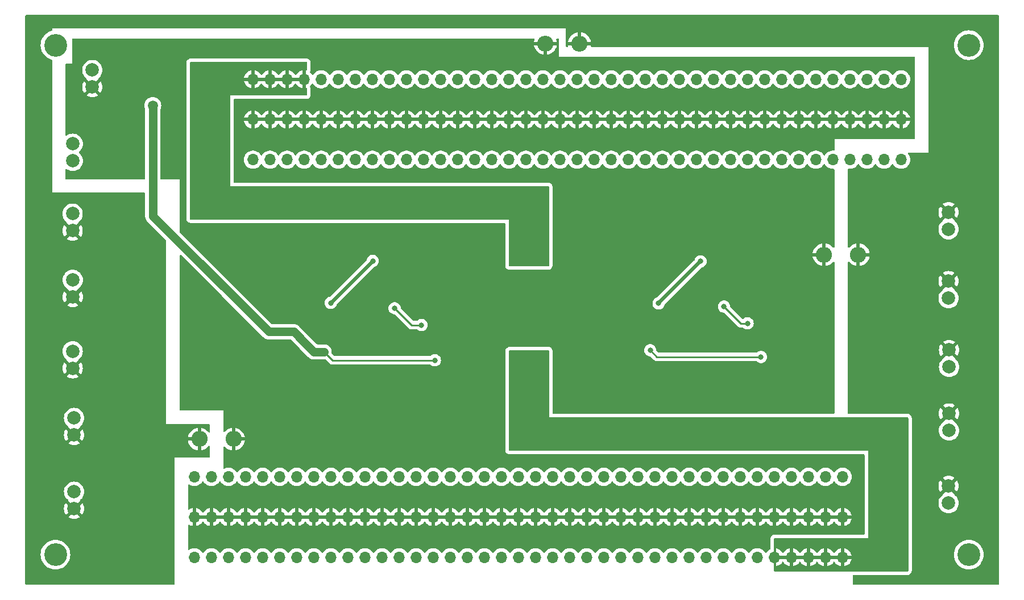
<source format=gbr>
%TF.GenerationSoftware,KiCad,Pcbnew,7.0.7+dfsg-1*%
%TF.CreationDate,2023-11-24T11:24:12-06:00*%
%TF.ProjectId,Power_Dist_Board,506f7765-725f-4446-9973-745f426f6172,rev?*%
%TF.SameCoordinates,Original*%
%TF.FileFunction,Copper,L2,Bot*%
%TF.FilePolarity,Positive*%
%FSLAX46Y46*%
G04 Gerber Fmt 4.6, Leading zero omitted, Abs format (unit mm)*
G04 Created by KiCad (PCBNEW 7.0.7+dfsg-1) date 2023-11-24 11:24:12*
%MOMM*%
%LPD*%
G01*
G04 APERTURE LIST*
%TA.AperFunction,ComponentPad*%
%ADD10O,1.700000X1.700000*%
%TD*%
%TA.AperFunction,WasherPad*%
%ADD11C,3.400000*%
%TD*%
%TA.AperFunction,ComponentPad*%
%ADD12O,2.400000X2.400000*%
%TD*%
%TA.AperFunction,ComponentPad*%
%ADD13C,2.000000*%
%TD*%
%TA.AperFunction,ViaPad*%
%ADD14C,1.500000*%
%TD*%
%TA.AperFunction,ViaPad*%
%ADD15C,0.800000*%
%TD*%
%TA.AperFunction,ViaPad*%
%ADD16C,1.000000*%
%TD*%
%TA.AperFunction,Conductor*%
%ADD17C,1.250000*%
%TD*%
%TA.AperFunction,Conductor*%
%ADD18C,0.250000*%
%TD*%
%TA.AperFunction,Conductor*%
%ADD19C,0.500000*%
%TD*%
G04 APERTURE END LIST*
D10*
%TO.P,J5,1,Pin_1*%
%TO.N,+3.3V*%
X217920000Y-41080000D03*
X215380000Y-41080000D03*
X212840000Y-41080000D03*
X210300000Y-41080000D03*
X207760000Y-41080000D03*
X205220000Y-41080000D03*
X202680000Y-41080000D03*
X200140000Y-41080000D03*
X197600000Y-41080000D03*
X195060000Y-41080000D03*
X192520000Y-41080000D03*
X189980000Y-41080000D03*
X187440000Y-41080000D03*
X184900000Y-41080000D03*
X182360000Y-41080000D03*
X179820000Y-41080000D03*
X177280000Y-41080000D03*
X174740000Y-41080000D03*
X172200000Y-41080000D03*
X169660000Y-41080000D03*
X167120000Y-41080000D03*
X164580000Y-41080000D03*
X162040000Y-41080000D03*
X159500000Y-41080000D03*
X156960000Y-41080000D03*
X154420000Y-41080000D03*
X151880000Y-41080000D03*
X149340000Y-41080000D03*
X146800000Y-41080000D03*
X144260000Y-41080000D03*
X141720000Y-41080000D03*
X139180000Y-41080000D03*
X136640000Y-41080000D03*
X134100000Y-41080000D03*
X131560000Y-41080000D03*
X129020000Y-41080000D03*
X126480000Y-41080000D03*
X123940000Y-41080000D03*
X121400000Y-41080000D03*
%TD*%
%TO.P,J7,1,Pin_1*%
%TO.N,GND*%
X217920000Y-35080000D03*
X215380000Y-35080000D03*
X212840000Y-35080000D03*
X210300000Y-35080000D03*
X207760000Y-35080000D03*
X205220000Y-35080000D03*
X202680000Y-35080000D03*
X200140000Y-35080000D03*
X197600000Y-35080000D03*
X195060000Y-35080000D03*
X192520000Y-35080000D03*
X189980000Y-35080000D03*
X187440000Y-35080000D03*
X184900000Y-35080000D03*
X182360000Y-35080000D03*
X179820000Y-35080000D03*
X177280000Y-35080000D03*
X174740000Y-35080000D03*
X172200000Y-35080000D03*
X169660000Y-35080000D03*
X167120000Y-35080000D03*
X164580000Y-35080000D03*
X162040000Y-35080000D03*
X159500000Y-35080000D03*
X156960000Y-35080000D03*
X154420000Y-35080000D03*
X151880000Y-35080000D03*
X149340000Y-35080000D03*
X146800000Y-35080000D03*
X144260000Y-35080000D03*
X141720000Y-35080000D03*
X139180000Y-35080000D03*
X136640000Y-35080000D03*
X134100000Y-35080000D03*
X131560000Y-35080000D03*
X129020000Y-35080000D03*
X126480000Y-35080000D03*
X123940000Y-35080000D03*
X121400000Y-35080000D03*
%TD*%
%TO.P,J6,1,Pin_1*%
%TO.N,GND*%
X209210000Y-94385000D03*
X206670000Y-94385000D03*
X204130000Y-94385000D03*
X201590000Y-94385000D03*
X199050000Y-94385000D03*
X196510000Y-94385000D03*
X193970000Y-94385000D03*
X191430000Y-94385000D03*
X188890000Y-94385000D03*
X186350000Y-94385000D03*
X183810000Y-94385000D03*
X181270000Y-94385000D03*
X178730000Y-94385000D03*
X176190000Y-94385000D03*
X173650000Y-94385000D03*
X171110000Y-94385000D03*
X168570000Y-94385000D03*
X166030000Y-94385000D03*
X163490000Y-94385000D03*
X160950000Y-94385000D03*
X158410000Y-94385000D03*
X155870000Y-94385000D03*
X153330000Y-94385000D03*
X150790000Y-94385000D03*
X148250000Y-94385000D03*
X145710000Y-94385000D03*
X143170000Y-94385000D03*
X140630000Y-94385000D03*
X138090000Y-94385000D03*
X135550000Y-94385000D03*
X133010000Y-94385000D03*
X130470000Y-94385000D03*
X127930000Y-94385000D03*
X125390000Y-94385000D03*
X122850000Y-94385000D03*
X120310000Y-94385000D03*
X117770000Y-94385000D03*
X115230000Y-94385000D03*
X112690000Y-94385000D03*
%TD*%
%TO.P,J3,1,Pin_1*%
%TO.N,+5V*%
X217920000Y-29080000D03*
X215380000Y-29080000D03*
X212840000Y-29080000D03*
X210300000Y-29080000D03*
X207760000Y-29080000D03*
X205220000Y-29080000D03*
X202680000Y-29080000D03*
X200140000Y-29080000D03*
X197600000Y-29080000D03*
X195060000Y-29080000D03*
X192520000Y-29080000D03*
X189980000Y-29080000D03*
X187440000Y-29080000D03*
X184900000Y-29080000D03*
X182360000Y-29080000D03*
X179820000Y-29080000D03*
X177280000Y-29080000D03*
X174740000Y-29080000D03*
X172200000Y-29080000D03*
X169660000Y-29080000D03*
X167120000Y-29080000D03*
X164580000Y-29080000D03*
X162040000Y-29080000D03*
X159500000Y-29080000D03*
X156960000Y-29080000D03*
X154420000Y-29080000D03*
X151880000Y-29080000D03*
X149340000Y-29080000D03*
X146800000Y-29080000D03*
X144260000Y-29080000D03*
X141720000Y-29080000D03*
X139180000Y-29080000D03*
X136640000Y-29080000D03*
X134100000Y-29080000D03*
X131560000Y-29080000D03*
X129020000Y-29080000D03*
X126480000Y-29080000D03*
X123940000Y-29080000D03*
X121400000Y-29080000D03*
%TD*%
%TO.P,J4,1,Pin_1*%
%TO.N,+3.3V*%
X209210000Y-88385000D03*
X206670000Y-88385000D03*
X204130000Y-88385000D03*
X201590000Y-88385000D03*
X199050000Y-88385000D03*
X196510000Y-88385000D03*
X193970000Y-88385000D03*
X191430000Y-88385000D03*
X188890000Y-88385000D03*
X186350000Y-88385000D03*
X183810000Y-88385000D03*
X181270000Y-88385000D03*
X178730000Y-88385000D03*
X176190000Y-88385000D03*
X173650000Y-88385000D03*
X171110000Y-88385000D03*
X168570000Y-88385000D03*
X166030000Y-88385000D03*
X163490000Y-88385000D03*
X160950000Y-88385000D03*
X158410000Y-88385000D03*
X155870000Y-88385000D03*
X153330000Y-88385000D03*
X150790000Y-88385000D03*
X148250000Y-88385000D03*
X145710000Y-88385000D03*
X143170000Y-88385000D03*
X140630000Y-88385000D03*
X138090000Y-88385000D03*
X135550000Y-88385000D03*
X133010000Y-88385000D03*
X130470000Y-88385000D03*
X127930000Y-88385000D03*
X125390000Y-88385000D03*
X122850000Y-88385000D03*
X120310000Y-88385000D03*
X117770000Y-88385000D03*
X115230000Y-88385000D03*
X112690000Y-88385000D03*
%TD*%
%TO.P,J2,1,Pin_1*%
%TO.N,+5V*%
X209210000Y-100385000D03*
X206670000Y-100385000D03*
X204130000Y-100385000D03*
X201590000Y-100385000D03*
X199050000Y-100385000D03*
X196510000Y-100385000D03*
X193970000Y-100385000D03*
X191430000Y-100385000D03*
X188890000Y-100385000D03*
X186350000Y-100385000D03*
X183810000Y-100385000D03*
X181270000Y-100385000D03*
X178730000Y-100385000D03*
X176190000Y-100385000D03*
X173650000Y-100385000D03*
X171110000Y-100385000D03*
X168570000Y-100385000D03*
X166030000Y-100385000D03*
X163490000Y-100385000D03*
X160950000Y-100385000D03*
X158410000Y-100385000D03*
X155870000Y-100385000D03*
X153330000Y-100385000D03*
X150790000Y-100385000D03*
X148250000Y-100385000D03*
X145710000Y-100385000D03*
X143170000Y-100385000D03*
X140630000Y-100385000D03*
X138090000Y-100385000D03*
X135550000Y-100385000D03*
X133010000Y-100385000D03*
X130470000Y-100385000D03*
X127930000Y-100385000D03*
X125390000Y-100385000D03*
X122850000Y-100385000D03*
X120310000Y-100385000D03*
X117770000Y-100385000D03*
X115230000Y-100385000D03*
X112690000Y-100385000D03*
%TD*%
D11*
%TO.P,REF\u002A\u002A,*%
%TO.N,*%
X228000000Y-100000000D03*
%TD*%
D12*
%TO.P,J9,1,Pin_1*%
%TO.N,GND*%
X206460000Y-55250000D03*
%TO.P,J9,2,Pin_2*%
X211540000Y-55250000D03*
%TD*%
D13*
%TO.P,M3,1,+*%
%TO.N,+12V*%
X94781300Y-90608400D03*
%TO.P,M3,2,-*%
%TO.N,GND*%
X94781300Y-93148400D03*
%TD*%
D12*
%TO.P,J8,1,Pin_1*%
%TO.N,GND*%
X164960000Y-23750000D03*
%TO.P,J8,2,Pin_2*%
X170040000Y-23750000D03*
%TD*%
D13*
%TO.P,M7,1,+*%
%TO.N,+12V*%
X225000000Y-61726450D03*
%TO.P,M7,2,-*%
%TO.N,GND*%
X225000000Y-59186450D03*
%TD*%
%TO.P,M2,2,-*%
%TO.N,GND*%
X94579300Y-61546500D03*
%TO.P,M2,1,+*%
%TO.N,+12V*%
X94579300Y-59006500D03*
%TD*%
D11*
%TO.P,REF\u002A\u002A,*%
%TO.N,*%
X92000000Y-100000000D03*
%TD*%
D13*
%TO.P,M8,1,+*%
%TO.N,+12V*%
X225072900Y-72000000D03*
%TO.P,M8,2,-*%
%TO.N,GND*%
X225072900Y-69460000D03*
%TD*%
%TO.P,M9,1,+*%
%TO.N,+12V*%
X225055700Y-81475100D03*
%TO.P,M9,2,-*%
%TO.N,GND*%
X225055700Y-78935100D03*
%TD*%
D11*
%TO.P,REF\u002A\u002A,*%
%TO.N,*%
X228000000Y-24000000D03*
%TD*%
D13*
%TO.P,J1,1,Pin_1*%
%TO.N,/vin*%
X97500000Y-27710000D03*
%TO.P,J1,2,Pin_2*%
%TO.N,GND*%
X97500000Y-30250000D03*
%TD*%
%TO.P,M6,1,+*%
%TO.N,+12V*%
X225000000Y-92290000D03*
%TO.P,M6,2,-*%
%TO.N,GND*%
X225000000Y-89750000D03*
%TD*%
D12*
%TO.P,J10,1,Pin_1*%
%TO.N,GND*%
X113420000Y-82751829D03*
%TO.P,J10,2,Pin_2*%
X118500000Y-82751829D03*
%TD*%
D13*
%TO.P,M1,2,-*%
%TO.N,GND*%
X94547300Y-51672400D03*
%TO.P,M1,1,+*%
%TO.N,+12V*%
X94547300Y-49132400D03*
%TD*%
D11*
%TO.P,REF\u002A\u002A,*%
%TO.N,*%
X92000000Y-24000000D03*
%TD*%
D13*
%TO.P,M5,1,+*%
%TO.N,+12V*%
X225000000Y-51460250D03*
%TO.P,M5,2,-*%
%TO.N,GND*%
X225000000Y-48920250D03*
%TD*%
%TO.P,SW1,1,A*%
%TO.N,+12V*%
X94581250Y-38710000D03*
%TO.P,SW1,2,B*%
%TO.N,Net-(D3-K)*%
X94581250Y-41250000D03*
%TD*%
%TO.P,M10,2,-*%
%TO.N,GND*%
X94781300Y-82148400D03*
%TO.P,M10,1,+*%
%TO.N,+12V*%
X94781300Y-79608400D03*
%TD*%
%TO.P,M4,2,-*%
%TO.N,GND*%
X94563300Y-72186900D03*
%TO.P,M4,1,+*%
%TO.N,+12V*%
X94563300Y-69646900D03*
%TD*%
D14*
%TO.N,/vin*%
X106500000Y-33000000D03*
D15*
%TO.N,GND*%
X142500000Y-76000000D03*
X139500000Y-76000000D03*
X142500000Y-73500000D03*
X139500000Y-73500000D03*
X142500000Y-69000000D03*
X139500000Y-69000000D03*
X142500000Y-67000000D03*
X139500000Y-67000000D03*
X191500000Y-75500000D03*
X188500000Y-75500000D03*
X191500000Y-72500000D03*
X188500000Y-72500000D03*
X191500000Y-67500000D03*
X188500000Y-67500000D03*
D14*
%TO.N,+5V*%
X161000000Y-55500000D03*
X164000000Y-71000000D03*
X161000000Y-71000000D03*
X162500000Y-53750000D03*
X162500000Y-72500000D03*
X164000000Y-55500000D03*
D15*
%TO.N,GND*%
X129250000Y-58000000D03*
D16*
X217500000Y-66608650D03*
X101781300Y-54898400D03*
D15*
X129250000Y-53500000D03*
X182500000Y-58000000D03*
X133250000Y-53500000D03*
X178500000Y-53500000D03*
X182500000Y-53500000D03*
D16*
X101781300Y-64210900D03*
X102281300Y-84898400D03*
X217500000Y-76500000D03*
X222000000Y-87000000D03*
X218000000Y-45500000D03*
X101781300Y-75000000D03*
D15*
X133250000Y-58000000D03*
D16*
X217500000Y-56250000D03*
X102281300Y-95898400D03*
D15*
X178500000Y-58000000D03*
%TO.N,/vin*%
X180562500Y-69500000D03*
D16*
X129250000Y-68500000D03*
D15*
X197062500Y-70500000D03*
D16*
X132000000Y-69750000D03*
X127500000Y-66750000D03*
D15*
X148500000Y-71000000D03*
%TO.N,/sw1*%
X188062500Y-56250000D03*
X181812500Y-62500000D03*
%TO.N,/sw2*%
X139250000Y-56187500D03*
X133000000Y-62437500D03*
%TO.N,/en1*%
X191562500Y-63000000D03*
X195062500Y-65500000D03*
%TO.N,/en2*%
X146500000Y-65750000D03*
X142500000Y-63250000D03*
%TD*%
D17*
%TO.N,/vin*%
X123750000Y-66750000D02*
X106500000Y-49500000D01*
X106500000Y-49500000D02*
X106500000Y-33000000D01*
X123750000Y-66750000D02*
X127500000Y-66750000D01*
D18*
X181562500Y-70500000D02*
X180562500Y-69500000D01*
X148500000Y-71000000D02*
X133250000Y-71000000D01*
X197062500Y-70500000D02*
X181562500Y-70500000D01*
D17*
X129250000Y-68500000D02*
X130500000Y-69750000D01*
X127500000Y-66750000D02*
X129250000Y-68500000D01*
D18*
X133250000Y-71000000D02*
X132000000Y-69750000D01*
D17*
X130500000Y-69750000D02*
X132000000Y-69750000D01*
D19*
%TO.N,/sw1*%
X188062500Y-56250000D02*
X181812500Y-62500000D01*
%TO.N,/sw2*%
X139250000Y-56187500D02*
X133000000Y-62437500D01*
D18*
%TO.N,/en1*%
X195062500Y-65500000D02*
X194062500Y-65500000D01*
X194062500Y-65500000D02*
X191562500Y-63000000D01*
%TO.N,/en2*%
X145000000Y-65750000D02*
X142500000Y-63250000D01*
X146500000Y-65750000D02*
X145000000Y-65750000D01*
%TD*%
%TA.AperFunction,Conductor*%
%TO.N,+5V*%
G36*
X165442121Y-45020002D02*
G01*
X165488614Y-45073658D01*
X165500000Y-45126000D01*
X165500000Y-56874000D01*
X165479998Y-56942121D01*
X165426342Y-56988614D01*
X165374000Y-57000000D01*
X159626000Y-57000000D01*
X159557879Y-56979998D01*
X159511386Y-56926342D01*
X159500000Y-56874000D01*
X159500000Y-50000000D01*
X159500000Y-45000000D01*
X165374000Y-45000000D01*
X165442121Y-45020002D01*
G37*
%TD.AperFunction*%
%TD*%
%TA.AperFunction,Conductor*%
%TO.N,+5V*%
G36*
X218942121Y-79520002D02*
G01*
X218988614Y-79573658D01*
X219000000Y-79626000D01*
X219000000Y-102374000D01*
X218979998Y-102442121D01*
X218926342Y-102488614D01*
X218874000Y-102500000D01*
X213000000Y-102500000D01*
X213000000Y-79500000D01*
X218874000Y-79500000D01*
X218942121Y-79520002D01*
G37*
%TD.AperFunction*%
%TD*%
%TA.AperFunction,Conductor*%
%TO.N,+5V*%
G36*
X165250000Y-50000000D02*
G01*
X112126000Y-50000000D01*
X112057879Y-49979998D01*
X112011386Y-49926342D01*
X112000000Y-49874000D01*
X112000000Y-45000000D01*
X118000000Y-45000000D01*
X165250000Y-45000000D01*
X165250000Y-50000000D01*
G37*
%TD.AperFunction*%
%TD*%
%TA.AperFunction,Conductor*%
%TO.N,+5V*%
G36*
X219000000Y-102374000D02*
G01*
X218979998Y-102442121D01*
X218926342Y-102488614D01*
X218874000Y-102500000D01*
X213000000Y-102500000D01*
X199126000Y-102500000D01*
X199057879Y-102479998D01*
X199011386Y-102426342D01*
X199000000Y-102374000D01*
X199000000Y-101783000D01*
X199000000Y-100882953D01*
X199014237Y-100885000D01*
X199085763Y-100885000D01*
X199160068Y-100874316D01*
X199230340Y-100884419D01*
X199283996Y-100930911D01*
X199303999Y-100999031D01*
X199303999Y-101719391D01*
X199384507Y-101705957D01*
X199384516Y-101705955D01*
X199597369Y-101632883D01*
X199597371Y-101632882D01*
X199795300Y-101525768D01*
X199795301Y-101525767D01*
X199972902Y-101387534D01*
X200125327Y-101221955D01*
X200214517Y-101085441D01*
X200268521Y-101039352D01*
X200338868Y-101029777D01*
X200403226Y-101059754D01*
X200425483Y-101085441D01*
X200514672Y-101221955D01*
X200667097Y-101387534D01*
X200844698Y-101525767D01*
X200844699Y-101525768D01*
X201042628Y-101632882D01*
X201042630Y-101632883D01*
X201255483Y-101705955D01*
X201255490Y-101705957D01*
X201335999Y-101719391D01*
X201335999Y-100999033D01*
X201356001Y-100930912D01*
X201409657Y-100884419D01*
X201479926Y-100874315D01*
X201554237Y-100885000D01*
X201625763Y-100885000D01*
X201700069Y-100874316D01*
X201770341Y-100884419D01*
X201823997Y-100930911D01*
X201844000Y-100999031D01*
X201844000Y-101719390D01*
X201924507Y-101705957D01*
X201924516Y-101705955D01*
X202137369Y-101632883D01*
X202137371Y-101632882D01*
X202335300Y-101525768D01*
X202335301Y-101525767D01*
X202512902Y-101387534D01*
X202665327Y-101221955D01*
X202754517Y-101085441D01*
X202808521Y-101039352D01*
X202878868Y-101029777D01*
X202943226Y-101059754D01*
X202965483Y-101085441D01*
X203054672Y-101221955D01*
X203207097Y-101387534D01*
X203384698Y-101525767D01*
X203384699Y-101525768D01*
X203582628Y-101632882D01*
X203582630Y-101632883D01*
X203795483Y-101705955D01*
X203795492Y-101705957D01*
X203876000Y-101719391D01*
X203876000Y-100999033D01*
X203896002Y-100930912D01*
X203949658Y-100884419D01*
X204019926Y-100874315D01*
X204094237Y-100885000D01*
X204165763Y-100885000D01*
X204240069Y-100874316D01*
X204310341Y-100884419D01*
X204363997Y-100930911D01*
X204384000Y-100999031D01*
X204384000Y-101719391D01*
X204464507Y-101705957D01*
X204464516Y-101705955D01*
X204677369Y-101632883D01*
X204677371Y-101632882D01*
X204875300Y-101525768D01*
X204875301Y-101525767D01*
X205052902Y-101387534D01*
X205205327Y-101221955D01*
X205294517Y-101085441D01*
X205348521Y-101039352D01*
X205418868Y-101029777D01*
X205483226Y-101059754D01*
X205505483Y-101085441D01*
X205594672Y-101221955D01*
X205747097Y-101387534D01*
X205924698Y-101525767D01*
X205924699Y-101525768D01*
X206122628Y-101632882D01*
X206122630Y-101632883D01*
X206335483Y-101705955D01*
X206335492Y-101705957D01*
X206415999Y-101719391D01*
X206415999Y-100999033D01*
X206436001Y-100930912D01*
X206489657Y-100884419D01*
X206559926Y-100874315D01*
X206634237Y-100885000D01*
X206705763Y-100885000D01*
X206780069Y-100874316D01*
X206850341Y-100884419D01*
X206903997Y-100930911D01*
X206924000Y-100999031D01*
X206924000Y-101719391D01*
X207004507Y-101705957D01*
X207004516Y-101705955D01*
X207217369Y-101632883D01*
X207217371Y-101632882D01*
X207415300Y-101525768D01*
X207415301Y-101525767D01*
X207592902Y-101387534D01*
X207745327Y-101221955D01*
X207834517Y-101085441D01*
X207888521Y-101039352D01*
X207958868Y-101029777D01*
X208023226Y-101059754D01*
X208045483Y-101085441D01*
X208134672Y-101221955D01*
X208287097Y-101387534D01*
X208464698Y-101525767D01*
X208464699Y-101525768D01*
X208662628Y-101632882D01*
X208662630Y-101632883D01*
X208875483Y-101705955D01*
X208875492Y-101705957D01*
X208956000Y-101719391D01*
X208956000Y-100999033D01*
X208976002Y-100930912D01*
X209029658Y-100884419D01*
X209099926Y-100874315D01*
X209174237Y-100885000D01*
X209245763Y-100885000D01*
X209320068Y-100874316D01*
X209390340Y-100884419D01*
X209443996Y-100930911D01*
X209463999Y-100999031D01*
X209463999Y-101719391D01*
X209544507Y-101705957D01*
X209544516Y-101705955D01*
X209757369Y-101632883D01*
X209757371Y-101632882D01*
X209955300Y-101525768D01*
X209955301Y-101525767D01*
X210132902Y-101387534D01*
X210285325Y-101221958D01*
X210408419Y-101033548D01*
X210498820Y-100827456D01*
X210498823Y-100827449D01*
X210546544Y-100639000D01*
X209824844Y-100639000D01*
X209756723Y-100618998D01*
X209710230Y-100565342D01*
X209700126Y-100495068D01*
X209703947Y-100477504D01*
X209704273Y-100476390D01*
X209710000Y-100456889D01*
X209710000Y-100313111D01*
X209703946Y-100292496D01*
X209703948Y-100221500D01*
X209742333Y-100161774D01*
X209806914Y-100132282D01*
X209824844Y-100131000D01*
X210546544Y-100131000D01*
X210546544Y-100130999D01*
X210498823Y-99942550D01*
X210498820Y-99942543D01*
X210408419Y-99736451D01*
X210285325Y-99548041D01*
X210132902Y-99382465D01*
X209955301Y-99244232D01*
X209955300Y-99244231D01*
X209757371Y-99137117D01*
X209757369Y-99137116D01*
X209544512Y-99064043D01*
X209544501Y-99064040D01*
X209463999Y-99050606D01*
X209463999Y-99770966D01*
X209443997Y-99839087D01*
X209390341Y-99885580D01*
X209320069Y-99895683D01*
X209320067Y-99895683D01*
X209245768Y-99885000D01*
X209245763Y-99885000D01*
X209174237Y-99885000D01*
X209174231Y-99885000D01*
X209099932Y-99895683D01*
X209029658Y-99885580D01*
X208976002Y-99839087D01*
X208956000Y-99770966D01*
X208956000Y-99050607D01*
X208955999Y-99050606D01*
X208875498Y-99064040D01*
X208875487Y-99064043D01*
X208662630Y-99137116D01*
X208662628Y-99137117D01*
X208464699Y-99244231D01*
X208464698Y-99244232D01*
X208287097Y-99382465D01*
X208134674Y-99548042D01*
X208045483Y-99684559D01*
X207991479Y-99730647D01*
X207921131Y-99740222D01*
X207856774Y-99710244D01*
X207834517Y-99684559D01*
X207745325Y-99548042D01*
X207592902Y-99382465D01*
X207415301Y-99244232D01*
X207415300Y-99244231D01*
X207217371Y-99137117D01*
X207217369Y-99137116D01*
X207004512Y-99064043D01*
X207004501Y-99064040D01*
X206924000Y-99050606D01*
X206924000Y-99770966D01*
X206903998Y-99839087D01*
X206850342Y-99885580D01*
X206780069Y-99895683D01*
X206780068Y-99895683D01*
X206705768Y-99885000D01*
X206705763Y-99885000D01*
X206634237Y-99885000D01*
X206559929Y-99895683D01*
X206489657Y-99885580D01*
X206436001Y-99839087D01*
X206415999Y-99770966D01*
X206415999Y-99050606D01*
X206335498Y-99064040D01*
X206335487Y-99064043D01*
X206122630Y-99137116D01*
X206122628Y-99137117D01*
X205924699Y-99244231D01*
X205924698Y-99244232D01*
X205747097Y-99382465D01*
X205594674Y-99548042D01*
X205505483Y-99684559D01*
X205451479Y-99730647D01*
X205381131Y-99740222D01*
X205316774Y-99710244D01*
X205294517Y-99684559D01*
X205205325Y-99548042D01*
X205052902Y-99382465D01*
X204875301Y-99244232D01*
X204875300Y-99244231D01*
X204677371Y-99137117D01*
X204677369Y-99137116D01*
X204464512Y-99064043D01*
X204464501Y-99064040D01*
X204384000Y-99050606D01*
X204384000Y-99770966D01*
X204363998Y-99839087D01*
X204310342Y-99885580D01*
X204240069Y-99895683D01*
X204240068Y-99895683D01*
X204165768Y-99885000D01*
X204165763Y-99885000D01*
X204094237Y-99885000D01*
X204094231Y-99885000D01*
X204019932Y-99895683D01*
X203949658Y-99885580D01*
X203896002Y-99839087D01*
X203876000Y-99770966D01*
X203876000Y-99050607D01*
X203875999Y-99050606D01*
X203795498Y-99064040D01*
X203795487Y-99064043D01*
X203582630Y-99137116D01*
X203582628Y-99137117D01*
X203384699Y-99244231D01*
X203384698Y-99244232D01*
X203207097Y-99382465D01*
X203054674Y-99548042D01*
X202965483Y-99684559D01*
X202911479Y-99730647D01*
X202841131Y-99740222D01*
X202776774Y-99710244D01*
X202754517Y-99684559D01*
X202665325Y-99548042D01*
X202512902Y-99382465D01*
X202335301Y-99244232D01*
X202335300Y-99244231D01*
X202137371Y-99137117D01*
X202137369Y-99137116D01*
X201924512Y-99064043D01*
X201924501Y-99064040D01*
X201844000Y-99050606D01*
X201844000Y-99770966D01*
X201823998Y-99839087D01*
X201770342Y-99885580D01*
X201700069Y-99895683D01*
X201700068Y-99895683D01*
X201625768Y-99885000D01*
X201625763Y-99885000D01*
X201554237Y-99885000D01*
X201479929Y-99895683D01*
X201409657Y-99885580D01*
X201356001Y-99839087D01*
X201335999Y-99770966D01*
X201335999Y-99050607D01*
X201335998Y-99050606D01*
X201255484Y-99064043D01*
X201042631Y-99137116D01*
X201042628Y-99137117D01*
X200844699Y-99244231D01*
X200844698Y-99244232D01*
X200667097Y-99382465D01*
X200514674Y-99548042D01*
X200425483Y-99684559D01*
X200371479Y-99730647D01*
X200301131Y-99740222D01*
X200236774Y-99710244D01*
X200214517Y-99684559D01*
X200125325Y-99548042D01*
X199972902Y-99382465D01*
X199795301Y-99244232D01*
X199795300Y-99244231D01*
X199597371Y-99137117D01*
X199597369Y-99137116D01*
X199384512Y-99064043D01*
X199384501Y-99064040D01*
X199304000Y-99050606D01*
X199303999Y-99050607D01*
X199303999Y-99770966D01*
X199283997Y-99839087D01*
X199230341Y-99885580D01*
X199160067Y-99895683D01*
X199085768Y-99885000D01*
X199085763Y-99885000D01*
X199014237Y-99885000D01*
X199014231Y-99885000D01*
X199000000Y-99887046D01*
X199000000Y-97625999D01*
X199020002Y-97557879D01*
X199073658Y-97511386D01*
X199126000Y-97500000D01*
X213000000Y-97500000D01*
X219000000Y-97500000D01*
X219000000Y-102374000D01*
G37*
%TD.AperFunction*%
%TA.AperFunction,Conductor*%
G36*
X201043277Y-100151002D02*
G01*
X201089770Y-100204658D01*
X201099874Y-100274932D01*
X201096053Y-100292496D01*
X201090000Y-100313111D01*
X201090000Y-100456888D01*
X201096053Y-100477504D01*
X201096052Y-100548500D01*
X201057667Y-100608226D01*
X200993086Y-100637718D01*
X200975156Y-100639000D01*
X199664844Y-100639000D01*
X199596723Y-100618998D01*
X199550230Y-100565342D01*
X199540126Y-100495068D01*
X199543947Y-100477504D01*
X199550000Y-100456888D01*
X199550000Y-100313111D01*
X199543947Y-100292496D01*
X199543948Y-100221500D01*
X199582333Y-100161774D01*
X199646914Y-100132282D01*
X199664844Y-100131000D01*
X200975156Y-100131000D01*
X201043277Y-100151002D01*
G37*
%TD.AperFunction*%
%TA.AperFunction,Conductor*%
G36*
X203583277Y-100151002D02*
G01*
X203629770Y-100204658D01*
X203639874Y-100274932D01*
X203636053Y-100292496D01*
X203630000Y-100313111D01*
X203630000Y-100456888D01*
X203636053Y-100477504D01*
X203636052Y-100548500D01*
X203597667Y-100608226D01*
X203533086Y-100637718D01*
X203515156Y-100639000D01*
X202204844Y-100639000D01*
X202136723Y-100618998D01*
X202090230Y-100565342D01*
X202080126Y-100495068D01*
X202083947Y-100477504D01*
X202090000Y-100456888D01*
X202090000Y-100313111D01*
X202083947Y-100292496D01*
X202083948Y-100221500D01*
X202122333Y-100161774D01*
X202186914Y-100132282D01*
X202204844Y-100131000D01*
X203515156Y-100131000D01*
X203583277Y-100151002D01*
G37*
%TD.AperFunction*%
%TA.AperFunction,Conductor*%
G36*
X206123277Y-100151002D02*
G01*
X206169770Y-100204658D01*
X206179874Y-100274932D01*
X206176053Y-100292496D01*
X206170000Y-100313111D01*
X206170000Y-100456888D01*
X206176053Y-100477504D01*
X206176052Y-100548500D01*
X206137667Y-100608226D01*
X206073086Y-100637718D01*
X206055156Y-100639000D01*
X204744844Y-100639000D01*
X204676723Y-100618998D01*
X204630230Y-100565342D01*
X204620126Y-100495068D01*
X204623947Y-100477504D01*
X204630000Y-100456888D01*
X204630000Y-100313111D01*
X204623947Y-100292496D01*
X204623948Y-100221500D01*
X204662333Y-100161774D01*
X204726914Y-100132282D01*
X204744844Y-100131000D01*
X206055156Y-100131000D01*
X206123277Y-100151002D01*
G37*
%TD.AperFunction*%
%TA.AperFunction,Conductor*%
G36*
X208663277Y-100151002D02*
G01*
X208709770Y-100204658D01*
X208719874Y-100274932D01*
X208716053Y-100292496D01*
X208709999Y-100313111D01*
X208709999Y-100456888D01*
X208716053Y-100477504D01*
X208716052Y-100548500D01*
X208677667Y-100608226D01*
X208613086Y-100637718D01*
X208595156Y-100639000D01*
X207284844Y-100639000D01*
X207216723Y-100618998D01*
X207170230Y-100565342D01*
X207160126Y-100495068D01*
X207163947Y-100477504D01*
X207170000Y-100456888D01*
X207170000Y-100313111D01*
X207163947Y-100292496D01*
X207163948Y-100221500D01*
X207202333Y-100161774D01*
X207266914Y-100132282D01*
X207284844Y-100131000D01*
X208595156Y-100131000D01*
X208663277Y-100151002D01*
G37*
%TD.AperFunction*%
%TD*%
%TA.AperFunction,Conductor*%
%TO.N,GND*%
G36*
X232441621Y-19520502D02*
G01*
X232488114Y-19574158D01*
X232499500Y-19626500D01*
X232499500Y-104373500D01*
X232479498Y-104441621D01*
X232425842Y-104488114D01*
X232373500Y-104499500D01*
X210876000Y-104499500D01*
X210807879Y-104479498D01*
X210761386Y-104425842D01*
X210750000Y-104373500D01*
X210750000Y-103139500D01*
X210770002Y-103071379D01*
X210823658Y-103024886D01*
X210876000Y-103013500D01*
X218873994Y-103013500D01*
X218874000Y-103013500D01*
X218983149Y-103001766D01*
X218983158Y-103001764D01*
X218983159Y-103001764D01*
X218999303Y-102998251D01*
X219035491Y-102990380D01*
X219139657Y-102955710D01*
X219262612Y-102876692D01*
X219315011Y-102831288D01*
X219316101Y-102830393D01*
X219316270Y-102830198D01*
X219411982Y-102719739D01*
X219472698Y-102586790D01*
X219492700Y-102518669D01*
X219513500Y-102374000D01*
X219513500Y-100000003D01*
X225786761Y-100000003D01*
X225805695Y-100288881D01*
X225805698Y-100288899D01*
X225862174Y-100572826D01*
X225862176Y-100572833D01*
X225923674Y-100753997D01*
X225955234Y-100846970D01*
X225955237Y-100846976D01*
X226083277Y-101106617D01*
X226244115Y-101347330D01*
X226244116Y-101347331D01*
X226244119Y-101347335D01*
X226435004Y-101564996D01*
X226652665Y-101755881D01*
X226893380Y-101916721D01*
X227153030Y-102044766D01*
X227427172Y-102137825D01*
X227711114Y-102194304D01*
X227876191Y-102205123D01*
X227999997Y-102213239D01*
X228000000Y-102213239D01*
X228000003Y-102213239D01*
X228108332Y-102206138D01*
X228288886Y-102194304D01*
X228572828Y-102137825D01*
X228846970Y-102044766D01*
X229106620Y-101916721D01*
X229347335Y-101755881D01*
X229564996Y-101564996D01*
X229755881Y-101347335D01*
X229916721Y-101106620D01*
X230044766Y-100846970D01*
X230137825Y-100572828D01*
X230194304Y-100288886D01*
X230213239Y-100000000D01*
X230194304Y-99711114D01*
X230137825Y-99427172D01*
X230044766Y-99153030D01*
X229916721Y-98893381D01*
X229916720Y-98893378D01*
X229755889Y-98652676D01*
X229755882Y-98652667D01*
X229755881Y-98652665D01*
X229564996Y-98435004D01*
X229347335Y-98244119D01*
X229347331Y-98244116D01*
X229347330Y-98244115D01*
X229106617Y-98083277D01*
X228846976Y-97955237D01*
X228846970Y-97955234D01*
X228753997Y-97923674D01*
X228572833Y-97862176D01*
X228572826Y-97862174D01*
X228288899Y-97805698D01*
X228288881Y-97805695D01*
X228000003Y-97786761D01*
X227999997Y-97786761D01*
X227711118Y-97805695D01*
X227711100Y-97805698D01*
X227427173Y-97862174D01*
X227427166Y-97862176D01*
X227157804Y-97953613D01*
X227153030Y-97955234D01*
X227153027Y-97955235D01*
X227153023Y-97955237D01*
X226893381Y-98083278D01*
X226893378Y-98083279D01*
X226652676Y-98244110D01*
X226652667Y-98244117D01*
X226435004Y-98435004D01*
X226244117Y-98652667D01*
X226244110Y-98652676D01*
X226083279Y-98893378D01*
X226083278Y-98893381D01*
X225955237Y-99153023D01*
X225955233Y-99153033D01*
X225862176Y-99427166D01*
X225862174Y-99427173D01*
X225805698Y-99711100D01*
X225805695Y-99711118D01*
X225786761Y-99999996D01*
X225786761Y-100000003D01*
X219513500Y-100000003D01*
X219513500Y-92290000D01*
X223486835Y-92290000D01*
X223505465Y-92526710D01*
X223560894Y-92757592D01*
X223595907Y-92842120D01*
X223651760Y-92976963D01*
X223756817Y-93148400D01*
X223775825Y-93179417D01*
X223775826Y-93179419D01*
X223930030Y-93359969D01*
X224110580Y-93514173D01*
X224110584Y-93514176D01*
X224313037Y-93638240D01*
X224532406Y-93729105D01*
X224763289Y-93784535D01*
X225000000Y-93803165D01*
X225236711Y-93784535D01*
X225467594Y-93729105D01*
X225686963Y-93638240D01*
X225889416Y-93514176D01*
X226069969Y-93359969D01*
X226224176Y-93179416D01*
X226348240Y-92976963D01*
X226439105Y-92757594D01*
X226494535Y-92526711D01*
X226513165Y-92290000D01*
X226494535Y-92053289D01*
X226439105Y-91822406D01*
X226348240Y-91603037D01*
X226224176Y-91400584D01*
X226134309Y-91295363D01*
X226069969Y-91220030D01*
X225917637Y-91089927D01*
X225878827Y-91030477D01*
X225874749Y-90983959D01*
X225291613Y-90400824D01*
X225257588Y-90338511D01*
X225262652Y-90267696D01*
X225301188Y-90213992D01*
X225405739Y-90128934D01*
X225457024Y-90056279D01*
X225512646Y-90012162D01*
X225583293Y-90005120D01*
X225646532Y-90037390D01*
X225649057Y-90039846D01*
X226233102Y-90623892D01*
X226233102Y-90623891D01*
X226347791Y-90436738D01*
X226438628Y-90217437D01*
X226494039Y-89986632D01*
X226512662Y-89750000D01*
X226494039Y-89513367D01*
X226438628Y-89282562D01*
X226347791Y-89063261D01*
X226233102Y-88876107D01*
X226233100Y-88876107D01*
X225652380Y-89456828D01*
X225590068Y-89490854D01*
X225519253Y-89485789D01*
X225462417Y-89443242D01*
X225457631Y-89435615D01*
X225453559Y-89429847D01*
X225453558Y-89429844D01*
X225350362Y-89319348D01*
X225350361Y-89319347D01*
X225313958Y-89297210D01*
X225266147Y-89244725D01*
X225254302Y-89174724D01*
X225282182Y-89109430D01*
X225290331Y-89100457D01*
X225873891Y-88516897D01*
X225686733Y-88402206D01*
X225467437Y-88311371D01*
X225236632Y-88255960D01*
X224999999Y-88237337D01*
X224763367Y-88255960D01*
X224532562Y-88311371D01*
X224313262Y-88402208D01*
X224126107Y-88516896D01*
X224126107Y-88516897D01*
X224708385Y-89099174D01*
X224742410Y-89161487D01*
X224737346Y-89232302D01*
X224698808Y-89286009D01*
X224594262Y-89371064D01*
X224594261Y-89371065D01*
X224542976Y-89443720D01*
X224487351Y-89487838D01*
X224416705Y-89494879D01*
X224353466Y-89462608D01*
X224350942Y-89460153D01*
X223766897Y-88876107D01*
X223766896Y-88876107D01*
X223652208Y-89063262D01*
X223561371Y-89282562D01*
X223505960Y-89513367D01*
X223487337Y-89750000D01*
X223505960Y-89986632D01*
X223561371Y-90217437D01*
X223652206Y-90436733D01*
X223766897Y-90623891D01*
X224347618Y-90043169D01*
X224409931Y-90009144D01*
X224480746Y-90014208D01*
X224537582Y-90056755D01*
X224542369Y-90064385D01*
X224546443Y-90070157D01*
X224649638Y-90180652D01*
X224686040Y-90202789D01*
X224733851Y-90255274D01*
X224745696Y-90325276D01*
X224717816Y-90390569D01*
X224709667Y-90399541D01*
X224124792Y-90984415D01*
X224113801Y-91049307D01*
X224082362Y-91089928D01*
X223930028Y-91220033D01*
X223775826Y-91400580D01*
X223775825Y-91400582D01*
X223651759Y-91603038D01*
X223560894Y-91822407D01*
X223505465Y-92053289D01*
X223486835Y-92290000D01*
X219513500Y-92290000D01*
X219513500Y-81475100D01*
X223542535Y-81475100D01*
X223561165Y-81711811D01*
X223575007Y-81769466D01*
X223616594Y-81942692D01*
X223701801Y-82148400D01*
X223707460Y-82162063D01*
X223768305Y-82261353D01*
X223831525Y-82364517D01*
X223831526Y-82364519D01*
X223985730Y-82545069D01*
X224165258Y-82698400D01*
X224166284Y-82699276D01*
X224368737Y-82823340D01*
X224588106Y-82914205D01*
X224818989Y-82969635D01*
X225055700Y-82988265D01*
X225292411Y-82969635D01*
X225523294Y-82914205D01*
X225742663Y-82823340D01*
X225945116Y-82699276D01*
X226125669Y-82545069D01*
X226279876Y-82364516D01*
X226403940Y-82162063D01*
X226494805Y-81942694D01*
X226550235Y-81711811D01*
X226568865Y-81475100D01*
X226550235Y-81238389D01*
X226494805Y-81007506D01*
X226403940Y-80788137D01*
X226279876Y-80585684D01*
X226269605Y-80573658D01*
X226125669Y-80405130D01*
X225973337Y-80275027D01*
X225934527Y-80215577D01*
X225930449Y-80169059D01*
X225347313Y-79585924D01*
X225313288Y-79523611D01*
X225318352Y-79452796D01*
X225356888Y-79399092D01*
X225461439Y-79314034D01*
X225512724Y-79241379D01*
X225568346Y-79197262D01*
X225638993Y-79190220D01*
X225702232Y-79222490D01*
X225704757Y-79224946D01*
X226288802Y-79808992D01*
X226288802Y-79808991D01*
X226403491Y-79621838D01*
X226494328Y-79402537D01*
X226549739Y-79171732D01*
X226568362Y-78935099D01*
X226549739Y-78698467D01*
X226494328Y-78467662D01*
X226403491Y-78248361D01*
X226288802Y-78061207D01*
X226288800Y-78061207D01*
X225708080Y-78641928D01*
X225645768Y-78675954D01*
X225574953Y-78670889D01*
X225518117Y-78628342D01*
X225513331Y-78620715D01*
X225509259Y-78614947D01*
X225509258Y-78614944D01*
X225406062Y-78504448D01*
X225406061Y-78504447D01*
X225369658Y-78482310D01*
X225321847Y-78429825D01*
X225310002Y-78359824D01*
X225337882Y-78294530D01*
X225346031Y-78285557D01*
X225929591Y-77701997D01*
X225742433Y-77587306D01*
X225523137Y-77496471D01*
X225292332Y-77441060D01*
X225055699Y-77422437D01*
X224819067Y-77441060D01*
X224588262Y-77496471D01*
X224368962Y-77587308D01*
X224181807Y-77701996D01*
X224181807Y-77701997D01*
X224764085Y-78284274D01*
X224798110Y-78346587D01*
X224793046Y-78417402D01*
X224754508Y-78471109D01*
X224649962Y-78556164D01*
X224649961Y-78556165D01*
X224598676Y-78628820D01*
X224543051Y-78672938D01*
X224472405Y-78679979D01*
X224409166Y-78647708D01*
X224406642Y-78645253D01*
X223822597Y-78061207D01*
X223822596Y-78061207D01*
X223707908Y-78248362D01*
X223617071Y-78467662D01*
X223561660Y-78698467D01*
X223543037Y-78935100D01*
X223561660Y-79171732D01*
X223617071Y-79402537D01*
X223707906Y-79621833D01*
X223822597Y-79808991D01*
X224403318Y-79228269D01*
X224465631Y-79194244D01*
X224536446Y-79199308D01*
X224593282Y-79241855D01*
X224598069Y-79249485D01*
X224602143Y-79255257D01*
X224705338Y-79365752D01*
X224741740Y-79387889D01*
X224789551Y-79440374D01*
X224801396Y-79510376D01*
X224773516Y-79575669D01*
X224765367Y-79584641D01*
X224180492Y-80169515D01*
X224169501Y-80234407D01*
X224138062Y-80275028D01*
X223985728Y-80405133D01*
X223831526Y-80585680D01*
X223831525Y-80585682D01*
X223707459Y-80788138D01*
X223616594Y-81007507D01*
X223561164Y-81238388D01*
X223561165Y-81238389D01*
X223542535Y-81475100D01*
X219513500Y-81475100D01*
X219513500Y-79626000D01*
X219501766Y-79516851D01*
X219500357Y-79510376D01*
X219490382Y-79464519D01*
X219490380Y-79464509D01*
X219464878Y-79387889D01*
X219455711Y-79360345D01*
X219425949Y-79314034D01*
X219376692Y-79237388D01*
X219331307Y-79185011D01*
X219330396Y-79183900D01*
X219219741Y-79088019D01*
X219219738Y-79088017D01*
X219086789Y-79027301D01*
X219018677Y-79007302D01*
X219018670Y-79007300D01*
X218989735Y-79003140D01*
X218874000Y-78986500D01*
X218873996Y-78986500D01*
X210126000Y-78986500D01*
X210057879Y-78966498D01*
X210011386Y-78912842D01*
X210000000Y-78860500D01*
X210000000Y-72000000D01*
X223559735Y-72000000D01*
X223577427Y-72224786D01*
X223578365Y-72236710D01*
X223633794Y-72467592D01*
X223705079Y-72639689D01*
X223724660Y-72686963D01*
X223839055Y-72873638D01*
X223848725Y-72889417D01*
X223848726Y-72889419D01*
X224002930Y-73069969D01*
X224183480Y-73224173D01*
X224183484Y-73224176D01*
X224385937Y-73348240D01*
X224605306Y-73439105D01*
X224836189Y-73494535D01*
X225072900Y-73513165D01*
X225309611Y-73494535D01*
X225540494Y-73439105D01*
X225759863Y-73348240D01*
X225962316Y-73224176D01*
X226142869Y-73069969D01*
X226297076Y-72889416D01*
X226421140Y-72686963D01*
X226512005Y-72467594D01*
X226567435Y-72236711D01*
X226586065Y-72000000D01*
X226567435Y-71763289D01*
X226512005Y-71532406D01*
X226421140Y-71313037D01*
X226297076Y-71110584D01*
X226292425Y-71105138D01*
X226142869Y-70930030D01*
X225990537Y-70799927D01*
X225951727Y-70740477D01*
X225947649Y-70693959D01*
X225364513Y-70110824D01*
X225330488Y-70048511D01*
X225335552Y-69977696D01*
X225374088Y-69923992D01*
X225478639Y-69838934D01*
X225529924Y-69766279D01*
X225585546Y-69722162D01*
X225656193Y-69715120D01*
X225719432Y-69747390D01*
X225721957Y-69749846D01*
X226306002Y-70333892D01*
X226306002Y-70333891D01*
X226420691Y-70146738D01*
X226511528Y-69927437D01*
X226566939Y-69696632D01*
X226585562Y-69460000D01*
X226566939Y-69223367D01*
X226511528Y-68992562D01*
X226420691Y-68773261D01*
X226306002Y-68586107D01*
X226306000Y-68586107D01*
X225725280Y-69166828D01*
X225662968Y-69200854D01*
X225592153Y-69195789D01*
X225535317Y-69153242D01*
X225530531Y-69145615D01*
X225526459Y-69139847D01*
X225526458Y-69139844D01*
X225423262Y-69029348D01*
X225423261Y-69029347D01*
X225386858Y-69007210D01*
X225339047Y-68954725D01*
X225327202Y-68884724D01*
X225355082Y-68819430D01*
X225363231Y-68810457D01*
X225946791Y-68226897D01*
X225759633Y-68112206D01*
X225540337Y-68021371D01*
X225309532Y-67965960D01*
X225072900Y-67947337D01*
X224836267Y-67965960D01*
X224605462Y-68021371D01*
X224386162Y-68112208D01*
X224199007Y-68226896D01*
X224199007Y-68226897D01*
X224781285Y-68809174D01*
X224815310Y-68871487D01*
X224810246Y-68942302D01*
X224771708Y-68996009D01*
X224667162Y-69081064D01*
X224667161Y-69081065D01*
X224615876Y-69153720D01*
X224560251Y-69197838D01*
X224489605Y-69204879D01*
X224426366Y-69172608D01*
X224423842Y-69170153D01*
X223839797Y-68586107D01*
X223839796Y-68586107D01*
X223725108Y-68773262D01*
X223634271Y-68992562D01*
X223578860Y-69223367D01*
X223560237Y-69460000D01*
X223578860Y-69696632D01*
X223634271Y-69927437D01*
X223725106Y-70146733D01*
X223839797Y-70333891D01*
X224420518Y-69753169D01*
X224482831Y-69719144D01*
X224553646Y-69724208D01*
X224610482Y-69766755D01*
X224615269Y-69774385D01*
X224619343Y-69780157D01*
X224722538Y-69890652D01*
X224758940Y-69912789D01*
X224806751Y-69965274D01*
X224818596Y-70035276D01*
X224790716Y-70100569D01*
X224782567Y-70109541D01*
X224197692Y-70694415D01*
X224186701Y-70759307D01*
X224155262Y-70799928D01*
X224002928Y-70930033D01*
X223848726Y-71110580D01*
X223848725Y-71110582D01*
X223724659Y-71313038D01*
X223633794Y-71532407D01*
X223578365Y-71763289D01*
X223569769Y-71872515D01*
X223559735Y-72000000D01*
X210000000Y-72000000D01*
X210000000Y-61726450D01*
X223486835Y-61726450D01*
X223487305Y-61732415D01*
X223505465Y-61963160D01*
X223560894Y-62194042D01*
X223638420Y-62381206D01*
X223651760Y-62413413D01*
X223682181Y-62463056D01*
X223775825Y-62615867D01*
X223775826Y-62615869D01*
X223930030Y-62796419D01*
X224044624Y-62894291D01*
X224110584Y-62950626D01*
X224313037Y-63074690D01*
X224532406Y-63165555D01*
X224763289Y-63220985D01*
X225000000Y-63239615D01*
X225236711Y-63220985D01*
X225467594Y-63165555D01*
X225686963Y-63074690D01*
X225889416Y-62950626D01*
X226069969Y-62796419D01*
X226224176Y-62615866D01*
X226348240Y-62413413D01*
X226439105Y-62194044D01*
X226494535Y-61963161D01*
X226513165Y-61726450D01*
X226494535Y-61489739D01*
X226439105Y-61258856D01*
X226348240Y-61039487D01*
X226224176Y-60837034D01*
X226224173Y-60837030D01*
X226069969Y-60656480D01*
X225917637Y-60526377D01*
X225878827Y-60466927D01*
X225874749Y-60420409D01*
X225291613Y-59837274D01*
X225257588Y-59774961D01*
X225262652Y-59704146D01*
X225301188Y-59650442D01*
X225405739Y-59565384D01*
X225457024Y-59492729D01*
X225512646Y-59448612D01*
X225583293Y-59441570D01*
X225646532Y-59473840D01*
X225649057Y-59476296D01*
X226233102Y-60060342D01*
X226233102Y-60060341D01*
X226347791Y-59873188D01*
X226438628Y-59653887D01*
X226494039Y-59423082D01*
X226512662Y-59186449D01*
X226494039Y-58949817D01*
X226438628Y-58719012D01*
X226347791Y-58499711D01*
X226233102Y-58312557D01*
X226233100Y-58312557D01*
X225652380Y-58893278D01*
X225590068Y-58927304D01*
X225519253Y-58922239D01*
X225462417Y-58879692D01*
X225457631Y-58872065D01*
X225453559Y-58866297D01*
X225453558Y-58866294D01*
X225350362Y-58755798D01*
X225350361Y-58755797D01*
X225313958Y-58733660D01*
X225266147Y-58681175D01*
X225254302Y-58611174D01*
X225282182Y-58545880D01*
X225290331Y-58536907D01*
X225873891Y-57953347D01*
X225686733Y-57838656D01*
X225467437Y-57747821D01*
X225236632Y-57692410D01*
X225000000Y-57673787D01*
X224763367Y-57692410D01*
X224532562Y-57747821D01*
X224313262Y-57838658D01*
X224126107Y-57953346D01*
X224126107Y-57953347D01*
X224708385Y-58535624D01*
X224742410Y-58597937D01*
X224737346Y-58668752D01*
X224698808Y-58722459D01*
X224594262Y-58807514D01*
X224594261Y-58807515D01*
X224542976Y-58880170D01*
X224487351Y-58924288D01*
X224416705Y-58931329D01*
X224353466Y-58899058D01*
X224350942Y-58896603D01*
X223766897Y-58312557D01*
X223766896Y-58312557D01*
X223652208Y-58499712D01*
X223561371Y-58719012D01*
X223505960Y-58949817D01*
X223487337Y-59186449D01*
X223505960Y-59423082D01*
X223561371Y-59653887D01*
X223652206Y-59873183D01*
X223766897Y-60060341D01*
X224347618Y-59479619D01*
X224409931Y-59445594D01*
X224480746Y-59450658D01*
X224537582Y-59493205D01*
X224542369Y-59500835D01*
X224546443Y-59506607D01*
X224649638Y-59617102D01*
X224686040Y-59639239D01*
X224733851Y-59691724D01*
X224745696Y-59761726D01*
X224717816Y-59827019D01*
X224709667Y-59835991D01*
X224124792Y-60420865D01*
X224113801Y-60485757D01*
X224082362Y-60526378D01*
X223930028Y-60656483D01*
X223775826Y-60837030D01*
X223775825Y-60837032D01*
X223651759Y-61039488D01*
X223560894Y-61258857D01*
X223548648Y-61309867D01*
X223505465Y-61489739D01*
X223486835Y-61726450D01*
X210000000Y-61726450D01*
X210000000Y-56418406D01*
X210020002Y-56350285D01*
X210073658Y-56303792D01*
X210143932Y-56293688D01*
X210208512Y-56323182D01*
X210224511Y-56339847D01*
X210284435Y-56414989D01*
X210472095Y-56589112D01*
X210472094Y-56589112D01*
X210683610Y-56733321D01*
X210683611Y-56733322D01*
X210914239Y-56844386D01*
X211158862Y-56919844D01*
X211158868Y-56919845D01*
X211286000Y-56939007D01*
X211286000Y-55965412D01*
X211306002Y-55897291D01*
X211359658Y-55850798D01*
X211428444Y-55840490D01*
X211500677Y-55850000D01*
X211500684Y-55850000D01*
X211579316Y-55850000D01*
X211579323Y-55850000D01*
X211651554Y-55840490D01*
X211721701Y-55851429D01*
X211774800Y-55898557D01*
X211793999Y-55965412D01*
X211793999Y-56939007D01*
X211921131Y-56919845D01*
X211921141Y-56919843D01*
X212165746Y-56844392D01*
X212165753Y-56844389D01*
X212396389Y-56733322D01*
X212396390Y-56733321D01*
X212607904Y-56589112D01*
X212795562Y-56414992D01*
X212955175Y-56214844D01*
X213083171Y-55993148D01*
X213083173Y-55993144D01*
X213176693Y-55754856D01*
X213176694Y-55754854D01*
X213233658Y-55505280D01*
X213233755Y-55504000D01*
X212255413Y-55504000D01*
X212187292Y-55483998D01*
X212140799Y-55430342D01*
X212130491Y-55361554D01*
X212145177Y-55250001D01*
X212145177Y-55249998D01*
X212130491Y-55138446D01*
X212141430Y-55068297D01*
X212188559Y-55015199D01*
X212255413Y-54996000D01*
X213233754Y-54996000D01*
X213233658Y-54994719D01*
X213176694Y-54745145D01*
X213176693Y-54745143D01*
X213083173Y-54506855D01*
X213083171Y-54506851D01*
X212955175Y-54285155D01*
X212795562Y-54085007D01*
X212607904Y-53910887D01*
X212607905Y-53910887D01*
X212396390Y-53766678D01*
X212396389Y-53766677D01*
X212165753Y-53655610D01*
X212165746Y-53655607D01*
X211921135Y-53580154D01*
X211793999Y-53560991D01*
X211793999Y-54534587D01*
X211773997Y-54602708D01*
X211720341Y-54649201D01*
X211651554Y-54659509D01*
X211579327Y-54650000D01*
X211579323Y-54650000D01*
X211500677Y-54650000D01*
X211500672Y-54650000D01*
X211428445Y-54659509D01*
X211358296Y-54648569D01*
X211305198Y-54601441D01*
X211286000Y-54534587D01*
X211286000Y-53560991D01*
X211158866Y-53580154D01*
X210914239Y-53655613D01*
X210683611Y-53766677D01*
X210683610Y-53766678D01*
X210472095Y-53910887D01*
X210284437Y-54085007D01*
X210224511Y-54160153D01*
X210166400Y-54200941D01*
X210095462Y-54203836D01*
X210034220Y-54167921D01*
X210002118Y-54104596D01*
X210000000Y-54081593D01*
X210000000Y-51460250D01*
X223486835Y-51460250D01*
X223505465Y-51696960D01*
X223560894Y-51927842D01*
X223582149Y-51979155D01*
X223651760Y-52147213D01*
X223759620Y-52323224D01*
X223775825Y-52349667D01*
X223775826Y-52349669D01*
X223930030Y-52530219D01*
X224110580Y-52684423D01*
X224110584Y-52684426D01*
X224313037Y-52808490D01*
X224532406Y-52899355D01*
X224763289Y-52954785D01*
X225000000Y-52973415D01*
X225236711Y-52954785D01*
X225467594Y-52899355D01*
X225686963Y-52808490D01*
X225889416Y-52684426D01*
X226069969Y-52530219D01*
X226224176Y-52349666D01*
X226348240Y-52147213D01*
X226439105Y-51927844D01*
X226494535Y-51696961D01*
X226513165Y-51460250D01*
X226494535Y-51223539D01*
X226439105Y-50992656D01*
X226348240Y-50773287D01*
X226224176Y-50570834D01*
X226224173Y-50570830D01*
X226069969Y-50390280D01*
X225917637Y-50260177D01*
X225878827Y-50200727D01*
X225874749Y-50154209D01*
X225291613Y-49571074D01*
X225257588Y-49508761D01*
X225262652Y-49437946D01*
X225301188Y-49384242D01*
X225405739Y-49299184D01*
X225457024Y-49226529D01*
X225512646Y-49182412D01*
X225583293Y-49175370D01*
X225646532Y-49207640D01*
X225649057Y-49210096D01*
X226233102Y-49794142D01*
X226233102Y-49794141D01*
X226347791Y-49606988D01*
X226438628Y-49387687D01*
X226494039Y-49156882D01*
X226512662Y-48920249D01*
X226494039Y-48683617D01*
X226438628Y-48452812D01*
X226347791Y-48233511D01*
X226233102Y-48046357D01*
X226233100Y-48046357D01*
X225652380Y-48627078D01*
X225590068Y-48661104D01*
X225519253Y-48656039D01*
X225462417Y-48613492D01*
X225457631Y-48605865D01*
X225453559Y-48600097D01*
X225453558Y-48600094D01*
X225350362Y-48489598D01*
X225350361Y-48489597D01*
X225313958Y-48467460D01*
X225266147Y-48414975D01*
X225254302Y-48344974D01*
X225282182Y-48279680D01*
X225290331Y-48270707D01*
X225873891Y-47687147D01*
X225686733Y-47572456D01*
X225467437Y-47481621D01*
X225236632Y-47426210D01*
X225000000Y-47407587D01*
X224763367Y-47426210D01*
X224532562Y-47481621D01*
X224313262Y-47572458D01*
X224126107Y-47687146D01*
X224126107Y-47687147D01*
X224708385Y-48269424D01*
X224742410Y-48331737D01*
X224737346Y-48402552D01*
X224698808Y-48456259D01*
X224594262Y-48541314D01*
X224594261Y-48541315D01*
X224542976Y-48613970D01*
X224487351Y-48658088D01*
X224416705Y-48665129D01*
X224353466Y-48632858D01*
X224350942Y-48630403D01*
X223766897Y-48046357D01*
X223766896Y-48046357D01*
X223652208Y-48233512D01*
X223561371Y-48452812D01*
X223505960Y-48683617D01*
X223487337Y-48920249D01*
X223505960Y-49156882D01*
X223561371Y-49387687D01*
X223652206Y-49606983D01*
X223766897Y-49794141D01*
X224347618Y-49213419D01*
X224409931Y-49179394D01*
X224480746Y-49184458D01*
X224537582Y-49227005D01*
X224542369Y-49234635D01*
X224546443Y-49240407D01*
X224649638Y-49350902D01*
X224686040Y-49373039D01*
X224733851Y-49425524D01*
X224745696Y-49495526D01*
X224717816Y-49560819D01*
X224709667Y-49569791D01*
X224124792Y-50154665D01*
X224113801Y-50219557D01*
X224082362Y-50260177D01*
X224057754Y-50281195D01*
X223930028Y-50390283D01*
X223775826Y-50570830D01*
X223775825Y-50570832D01*
X223651759Y-50773288D01*
X223560894Y-50992657D01*
X223505465Y-51223539D01*
X223486835Y-51460250D01*
X210000000Y-51460250D01*
X210000000Y-42555990D01*
X210020002Y-42487869D01*
X210073658Y-42441376D01*
X210143932Y-42431272D01*
X210146641Y-42431693D01*
X210187431Y-42438500D01*
X210187433Y-42438500D01*
X210412565Y-42438500D01*
X210412569Y-42438500D01*
X210634635Y-42401444D01*
X210847574Y-42328342D01*
X211045576Y-42221189D01*
X211223240Y-42082906D01*
X211375722Y-41917268D01*
X211464519Y-41781353D01*
X211518518Y-41735268D01*
X211588866Y-41725692D01*
X211653224Y-41755668D01*
X211675482Y-41781356D01*
X211764275Y-41917265D01*
X211764279Y-41917270D01*
X211916762Y-42082908D01*
X211971331Y-42125381D01*
X212094424Y-42221189D01*
X212292426Y-42328342D01*
X212292427Y-42328342D01*
X212292428Y-42328343D01*
X212404227Y-42366723D01*
X212505365Y-42401444D01*
X212727431Y-42438500D01*
X212727435Y-42438500D01*
X212952565Y-42438500D01*
X212952569Y-42438500D01*
X213174635Y-42401444D01*
X213387574Y-42328342D01*
X213585576Y-42221189D01*
X213763240Y-42082906D01*
X213915722Y-41917268D01*
X214004518Y-41781354D01*
X214058520Y-41735268D01*
X214128868Y-41725692D01*
X214193225Y-41755669D01*
X214215480Y-41781353D01*
X214248607Y-41832058D01*
X214304275Y-41917265D01*
X214304279Y-41917270D01*
X214456762Y-42082908D01*
X214511331Y-42125381D01*
X214634424Y-42221189D01*
X214832426Y-42328342D01*
X214832427Y-42328342D01*
X214832428Y-42328343D01*
X214944227Y-42366723D01*
X215045365Y-42401444D01*
X215267431Y-42438500D01*
X215267435Y-42438500D01*
X215492565Y-42438500D01*
X215492569Y-42438500D01*
X215714635Y-42401444D01*
X215927574Y-42328342D01*
X216125576Y-42221189D01*
X216303240Y-42082906D01*
X216455722Y-41917268D01*
X216544518Y-41781354D01*
X216598520Y-41735268D01*
X216668868Y-41725692D01*
X216733225Y-41755669D01*
X216755480Y-41781353D01*
X216788607Y-41832058D01*
X216844275Y-41917265D01*
X216844279Y-41917270D01*
X216996762Y-42082908D01*
X217051331Y-42125381D01*
X217174424Y-42221189D01*
X217372426Y-42328342D01*
X217372427Y-42328342D01*
X217372428Y-42328343D01*
X217484227Y-42366723D01*
X217585365Y-42401444D01*
X217807431Y-42438500D01*
X217807435Y-42438500D01*
X218032565Y-42438500D01*
X218032569Y-42438500D01*
X218254635Y-42401444D01*
X218467574Y-42328342D01*
X218665576Y-42221189D01*
X218843240Y-42082906D01*
X218995722Y-41917268D01*
X219118860Y-41728791D01*
X219209296Y-41522616D01*
X219264564Y-41304368D01*
X219283156Y-41080000D01*
X219264564Y-40855632D01*
X219209296Y-40637384D01*
X219118860Y-40431209D01*
X219112140Y-40420924D01*
X218995724Y-40242734D01*
X218995719Y-40242729D01*
X218966822Y-40211338D01*
X218935401Y-40147673D01*
X218943388Y-40077127D01*
X218988246Y-40022098D01*
X219055735Y-40000057D01*
X219059523Y-40000000D01*
X222000000Y-40000000D01*
X222000000Y-24250000D01*
X171835802Y-24250000D01*
X171767681Y-24229998D01*
X171721188Y-24176342D01*
X171711084Y-24106068D01*
X171712961Y-24095962D01*
X171733658Y-24005280D01*
X171733755Y-24004000D01*
X170755413Y-24004000D01*
X170741800Y-24000003D01*
X225786761Y-24000003D01*
X225805695Y-24288881D01*
X225805698Y-24288899D01*
X225862174Y-24572826D01*
X225862176Y-24572833D01*
X225910383Y-24714844D01*
X225955234Y-24846970D01*
X225955237Y-24846976D01*
X226083277Y-25106617D01*
X226244115Y-25347330D01*
X226244116Y-25347331D01*
X226244119Y-25347335D01*
X226435004Y-25564996D01*
X226652665Y-25755881D01*
X226652668Y-25755883D01*
X226652669Y-25755884D01*
X226754101Y-25823658D01*
X226893380Y-25916721D01*
X227153030Y-26044766D01*
X227427172Y-26137825D01*
X227711114Y-26194304D01*
X227876191Y-26205124D01*
X227999997Y-26213239D01*
X228000000Y-26213239D01*
X228000003Y-26213239D01*
X228108332Y-26206138D01*
X228288886Y-26194304D01*
X228572828Y-26137825D01*
X228846970Y-26044766D01*
X229106620Y-25916721D01*
X229347335Y-25755881D01*
X229564996Y-25564996D01*
X229755881Y-25347335D01*
X229916721Y-25106620D01*
X230044766Y-24846970D01*
X230137825Y-24572828D01*
X230194304Y-24288886D01*
X230213239Y-24000000D01*
X230208762Y-23931703D01*
X230196853Y-23750000D01*
X230194304Y-23711114D01*
X230137825Y-23427172D01*
X230044766Y-23153030D01*
X229916721Y-22893381D01*
X229916720Y-22893378D01*
X229755889Y-22652676D01*
X229755882Y-22652667D01*
X229755881Y-22652665D01*
X229564996Y-22435004D01*
X229347335Y-22244119D01*
X229347331Y-22244116D01*
X229347330Y-22244115D01*
X229106617Y-22083277D01*
X228846976Y-21955237D01*
X228846970Y-21955234D01*
X228753997Y-21923674D01*
X228572833Y-21862176D01*
X228572826Y-21862174D01*
X228288899Y-21805698D01*
X228288881Y-21805695D01*
X228000003Y-21786761D01*
X227999997Y-21786761D01*
X227711118Y-21805695D01*
X227711100Y-21805698D01*
X227427173Y-21862174D01*
X227427166Y-21862176D01*
X227157804Y-21953613D01*
X227153030Y-21955234D01*
X227153027Y-21955235D01*
X227153023Y-21955237D01*
X226893381Y-22083278D01*
X226893378Y-22083279D01*
X226652676Y-22244110D01*
X226652667Y-22244117D01*
X226435004Y-22435004D01*
X226244117Y-22652667D01*
X226244110Y-22652676D01*
X226083279Y-22893378D01*
X226083278Y-22893381D01*
X225955237Y-23153023D01*
X225955233Y-23153033D01*
X225862176Y-23427166D01*
X225862174Y-23427173D01*
X225805698Y-23711100D01*
X225805695Y-23711118D01*
X225786761Y-23999996D01*
X225786761Y-24000003D01*
X170741800Y-24000003D01*
X170687292Y-23983998D01*
X170640799Y-23930342D01*
X170630491Y-23861554D01*
X170645177Y-23750001D01*
X170645177Y-23749998D01*
X170630491Y-23638446D01*
X170641430Y-23568297D01*
X170688559Y-23515199D01*
X170755413Y-23496000D01*
X171733754Y-23496000D01*
X171733658Y-23494719D01*
X171676694Y-23245145D01*
X171676693Y-23245143D01*
X171583173Y-23006855D01*
X171583171Y-23006851D01*
X171455175Y-22785155D01*
X171295562Y-22585007D01*
X171107904Y-22410887D01*
X171107905Y-22410887D01*
X170896390Y-22266678D01*
X170896389Y-22266677D01*
X170665753Y-22155610D01*
X170665746Y-22155607D01*
X170421135Y-22080154D01*
X170293999Y-22060991D01*
X170294000Y-23034587D01*
X170273998Y-23102708D01*
X170220342Y-23149201D01*
X170151555Y-23159509D01*
X170079327Y-23150000D01*
X170079323Y-23150000D01*
X170000677Y-23150000D01*
X170000672Y-23150000D01*
X169928445Y-23159509D01*
X169858296Y-23148569D01*
X169805198Y-23101441D01*
X169786000Y-23034587D01*
X169786000Y-22060991D01*
X169658866Y-22080154D01*
X169414239Y-22155613D01*
X169183611Y-22266677D01*
X169183610Y-22266678D01*
X168972095Y-22410887D01*
X168784437Y-22585007D01*
X168624824Y-22785155D01*
X168496828Y-23006851D01*
X168496826Y-23006855D01*
X168403306Y-23245143D01*
X168403305Y-23245145D01*
X168346341Y-23494719D01*
X168346245Y-23496000D01*
X169324587Y-23496000D01*
X169392708Y-23516002D01*
X169439201Y-23569658D01*
X169449509Y-23638446D01*
X169434823Y-23749998D01*
X169434823Y-23750001D01*
X169449509Y-23861554D01*
X169438570Y-23931703D01*
X169391441Y-23984801D01*
X169324587Y-24004000D01*
X168346245Y-24004000D01*
X168346341Y-24005280D01*
X168367039Y-24095962D01*
X168362697Y-24166826D01*
X168320732Y-24224093D01*
X168254468Y-24249581D01*
X168244198Y-24250000D01*
X168126000Y-24250000D01*
X168057879Y-24229998D01*
X168011386Y-24176342D01*
X168000000Y-24124000D01*
X168000000Y-23052344D01*
X168000154Y-23051819D01*
X168000154Y-21500000D01*
X94500000Y-21500000D01*
X91500000Y-21500000D01*
X91500000Y-21747162D01*
X91479998Y-21815283D01*
X91426342Y-21861776D01*
X91414502Y-21866475D01*
X91158257Y-21953459D01*
X91153030Y-21955234D01*
X91153027Y-21955235D01*
X91153023Y-21955237D01*
X90893381Y-22083278D01*
X90893378Y-22083279D01*
X90652676Y-22244110D01*
X90652667Y-22244117D01*
X90435004Y-22435004D01*
X90244117Y-22652667D01*
X90244110Y-22652676D01*
X90083279Y-22893378D01*
X90083278Y-22893381D01*
X89955237Y-23153023D01*
X89955233Y-23153033D01*
X89862176Y-23427166D01*
X89862174Y-23427173D01*
X89805698Y-23711100D01*
X89805695Y-23711118D01*
X89786761Y-23999996D01*
X89786761Y-24000003D01*
X89805695Y-24288881D01*
X89805698Y-24288899D01*
X89862174Y-24572826D01*
X89862176Y-24572833D01*
X89910383Y-24714844D01*
X89955234Y-24846970D01*
X89955237Y-24846976D01*
X90083277Y-25106617D01*
X90244115Y-25347330D01*
X90244116Y-25347331D01*
X90244119Y-25347335D01*
X90435004Y-25564996D01*
X90652665Y-25755881D01*
X90652668Y-25755883D01*
X90652669Y-25755884D01*
X90754101Y-25823658D01*
X90893380Y-25916721D01*
X91153030Y-26044766D01*
X91414503Y-26133524D01*
X91472577Y-26174360D01*
X91499356Y-26240113D01*
X91500000Y-26252835D01*
X91500000Y-26750000D01*
X91500000Y-46000000D01*
X93500000Y-46000000D01*
X105240500Y-46000000D01*
X105308621Y-46020002D01*
X105355114Y-46073658D01*
X105366500Y-46126000D01*
X105366499Y-49394839D01*
X105364756Y-49415722D01*
X105364245Y-49418760D01*
X105364244Y-49418767D01*
X105366500Y-49513490D01*
X105366500Y-49554003D01*
X105367571Y-49565215D01*
X105367837Y-49569692D01*
X105368388Y-49592797D01*
X105369397Y-49635182D01*
X105369397Y-49635183D01*
X105377252Y-49671293D01*
X105378407Y-49678700D01*
X105381920Y-49715490D01*
X105381920Y-49715493D01*
X105400372Y-49778332D01*
X105401484Y-49782690D01*
X105415409Y-49846703D01*
X105429956Y-49880673D01*
X105432493Y-49887729D01*
X105442905Y-49923189D01*
X105442907Y-49923193D01*
X105442908Y-49923196D01*
X105455224Y-49947085D01*
X105472923Y-49981417D01*
X105474840Y-49985485D01*
X105500625Y-50045698D01*
X105500628Y-50045703D01*
X105521343Y-50076312D01*
X105525165Y-50082752D01*
X105542102Y-50115604D01*
X105572461Y-50154209D01*
X105582586Y-50167083D01*
X105585239Y-50170716D01*
X105618296Y-50219557D01*
X105621960Y-50224971D01*
X105648092Y-50251103D01*
X105653064Y-50256704D01*
X105675916Y-50285763D01*
X105725430Y-50328667D01*
X105728707Y-50331718D01*
X107107275Y-51710286D01*
X108463095Y-53066106D01*
X108497121Y-53128418D01*
X108500000Y-53155201D01*
X108500000Y-79000000D01*
X108500000Y-80500000D01*
X114874000Y-80500000D01*
X114942121Y-80520002D01*
X114988614Y-80573658D01*
X115000000Y-80626000D01*
X115000000Y-81633580D01*
X114979998Y-81701701D01*
X114926342Y-81748194D01*
X114856068Y-81758298D01*
X114791488Y-81728804D01*
X114775489Y-81712140D01*
X114675562Y-81586836D01*
X114487904Y-81412716D01*
X114487905Y-81412716D01*
X114276390Y-81268507D01*
X114276389Y-81268506D01*
X114045753Y-81157439D01*
X114045746Y-81157436D01*
X113801135Y-81081983D01*
X113673999Y-81062820D01*
X113674000Y-82036416D01*
X113653998Y-82104537D01*
X113600342Y-82151030D01*
X113531555Y-82161338D01*
X113459327Y-82151829D01*
X113459323Y-82151829D01*
X113380677Y-82151829D01*
X113380672Y-82151829D01*
X113308445Y-82161338D01*
X113238296Y-82150398D01*
X113185198Y-82103270D01*
X113166000Y-82036416D01*
X113166000Y-81062820D01*
X113038866Y-81081983D01*
X112794239Y-81157442D01*
X112563611Y-81268506D01*
X112563610Y-81268507D01*
X112352095Y-81412716D01*
X112164437Y-81586836D01*
X112004824Y-81786984D01*
X111876828Y-82008680D01*
X111876826Y-82008684D01*
X111783306Y-82246972D01*
X111783305Y-82246974D01*
X111726341Y-82496548D01*
X111726245Y-82497829D01*
X112704587Y-82497829D01*
X112772708Y-82517831D01*
X112819201Y-82571487D01*
X112829509Y-82640275D01*
X112814823Y-82751827D01*
X112814823Y-82751830D01*
X112829509Y-82863383D01*
X112818570Y-82933532D01*
X112771441Y-82986630D01*
X112704587Y-83005829D01*
X111726245Y-83005829D01*
X111726341Y-83007109D01*
X111783305Y-83256683D01*
X111783306Y-83256685D01*
X111876826Y-83494973D01*
X111876828Y-83494977D01*
X112004824Y-83716673D01*
X112164437Y-83916821D01*
X112352095Y-84090941D01*
X112352094Y-84090941D01*
X112563610Y-84235150D01*
X112563611Y-84235151D01*
X112794239Y-84346215D01*
X113038862Y-84421673D01*
X113038868Y-84421674D01*
X113166000Y-84440836D01*
X113166000Y-83467241D01*
X113186002Y-83399120D01*
X113239658Y-83352627D01*
X113308444Y-83342319D01*
X113380677Y-83351829D01*
X113380684Y-83351829D01*
X113459316Y-83351829D01*
X113459323Y-83351829D01*
X113531555Y-83342319D01*
X113601702Y-83353258D01*
X113654801Y-83400386D01*
X113674000Y-83467241D01*
X113674000Y-84440836D01*
X113801131Y-84421674D01*
X113801141Y-84421672D01*
X114045746Y-84346221D01*
X114045753Y-84346218D01*
X114276389Y-84235151D01*
X114276390Y-84235150D01*
X114487904Y-84090941D01*
X114675561Y-83916821D01*
X114775489Y-83791517D01*
X114833600Y-83750729D01*
X114904538Y-83747834D01*
X114965780Y-83783749D01*
X114997882Y-83847073D01*
X115000000Y-83870077D01*
X115000000Y-85374000D01*
X114979998Y-85442121D01*
X114926342Y-85488614D01*
X114874000Y-85500000D01*
X109750000Y-85500000D01*
X109750000Y-104373500D01*
X109729998Y-104441621D01*
X109676342Y-104488114D01*
X109624000Y-104499500D01*
X87626500Y-104499500D01*
X87558379Y-104479498D01*
X87511886Y-104425842D01*
X87500500Y-104373500D01*
X87500500Y-100000003D01*
X89786761Y-100000003D01*
X89805695Y-100288881D01*
X89805698Y-100288899D01*
X89862174Y-100572826D01*
X89862176Y-100572833D01*
X89923674Y-100753997D01*
X89955234Y-100846970D01*
X89955237Y-100846976D01*
X90083277Y-101106617D01*
X90244115Y-101347330D01*
X90244116Y-101347331D01*
X90244119Y-101347335D01*
X90435004Y-101564996D01*
X90652665Y-101755881D01*
X90893380Y-101916721D01*
X91153030Y-102044766D01*
X91427172Y-102137825D01*
X91711114Y-102194304D01*
X91876191Y-102205123D01*
X91999997Y-102213239D01*
X92000000Y-102213239D01*
X92000003Y-102213239D01*
X92108332Y-102206138D01*
X92288886Y-102194304D01*
X92572828Y-102137825D01*
X92846970Y-102044766D01*
X93106620Y-101916721D01*
X93347335Y-101755881D01*
X93564996Y-101564996D01*
X93755881Y-101347335D01*
X93916721Y-101106620D01*
X94044766Y-100846970D01*
X94137825Y-100572828D01*
X94194304Y-100288886D01*
X94213239Y-100000000D01*
X94194304Y-99711114D01*
X94137825Y-99427172D01*
X94044766Y-99153030D01*
X93916721Y-98893381D01*
X93916720Y-98893378D01*
X93755889Y-98652676D01*
X93755882Y-98652667D01*
X93755881Y-98652665D01*
X93564996Y-98435004D01*
X93347335Y-98244119D01*
X93347331Y-98244116D01*
X93347330Y-98244115D01*
X93106617Y-98083277D01*
X92846976Y-97955237D01*
X92846970Y-97955234D01*
X92753997Y-97923674D01*
X92572833Y-97862176D01*
X92572826Y-97862174D01*
X92288899Y-97805698D01*
X92288881Y-97805695D01*
X92000003Y-97786761D01*
X91999997Y-97786761D01*
X91711118Y-97805695D01*
X91711100Y-97805698D01*
X91427173Y-97862174D01*
X91427166Y-97862176D01*
X91157804Y-97953613D01*
X91153030Y-97955234D01*
X91153027Y-97955235D01*
X91153023Y-97955237D01*
X90893381Y-98083278D01*
X90893378Y-98083279D01*
X90652676Y-98244110D01*
X90652667Y-98244117D01*
X90435004Y-98435004D01*
X90244117Y-98652667D01*
X90244110Y-98652676D01*
X90083279Y-98893378D01*
X90083278Y-98893381D01*
X89955237Y-99153023D01*
X89955233Y-99153033D01*
X89862176Y-99427166D01*
X89862174Y-99427173D01*
X89805698Y-99711100D01*
X89805695Y-99711118D01*
X89786761Y-99999996D01*
X89786761Y-100000003D01*
X87500500Y-100000003D01*
X87500500Y-90608400D01*
X93268135Y-90608400D01*
X93281392Y-90776835D01*
X93286765Y-90845110D01*
X93342194Y-91075992D01*
X93401858Y-91220033D01*
X93433060Y-91295363D01*
X93497537Y-91400580D01*
X93557125Y-91497817D01*
X93557126Y-91497819D01*
X93711330Y-91678369D01*
X93863661Y-91808471D01*
X93902470Y-91867921D01*
X93906549Y-91914439D01*
X94489685Y-92497574D01*
X94523710Y-92559887D01*
X94518646Y-92630702D01*
X94480108Y-92684409D01*
X94375562Y-92769464D01*
X94375561Y-92769465D01*
X94324276Y-92842120D01*
X94268651Y-92886238D01*
X94198005Y-92893279D01*
X94134766Y-92861008D01*
X94132242Y-92858553D01*
X93548197Y-92274507D01*
X93548196Y-92274507D01*
X93433508Y-92461662D01*
X93342671Y-92680962D01*
X93287260Y-92911767D01*
X93268637Y-93148400D01*
X93287260Y-93385032D01*
X93342671Y-93615837D01*
X93433506Y-93835133D01*
X93548197Y-94022291D01*
X94128918Y-93441569D01*
X94191231Y-93407544D01*
X94262046Y-93412608D01*
X94318882Y-93455155D01*
X94323669Y-93462785D01*
X94327743Y-93468557D01*
X94430938Y-93579052D01*
X94467340Y-93601189D01*
X94515151Y-93653674D01*
X94526996Y-93723676D01*
X94499116Y-93788969D01*
X94490967Y-93797941D01*
X93907407Y-94381500D01*
X93907407Y-94381502D01*
X94094561Y-94496191D01*
X94313862Y-94587028D01*
X94544667Y-94642439D01*
X94781300Y-94661062D01*
X95017932Y-94642439D01*
X95248737Y-94587028D01*
X95468038Y-94496191D01*
X95655191Y-94381502D01*
X95655192Y-94381502D01*
X95072913Y-93799224D01*
X95038888Y-93736911D01*
X95043952Y-93666096D01*
X95082488Y-93612392D01*
X95187039Y-93527334D01*
X95238324Y-93454679D01*
X95293946Y-93410562D01*
X95364593Y-93403520D01*
X95427832Y-93435790D01*
X95430357Y-93438246D01*
X96014402Y-94022292D01*
X96014402Y-94022291D01*
X96129091Y-93835138D01*
X96219928Y-93615837D01*
X96275339Y-93385032D01*
X96293962Y-93148400D01*
X96275339Y-92911767D01*
X96219928Y-92680962D01*
X96129091Y-92461661D01*
X96014402Y-92274507D01*
X96014400Y-92274507D01*
X95433680Y-92855228D01*
X95371368Y-92889254D01*
X95300553Y-92884189D01*
X95243717Y-92841642D01*
X95238931Y-92834015D01*
X95234859Y-92828247D01*
X95234858Y-92828244D01*
X95131662Y-92717748D01*
X95131661Y-92717747D01*
X95095258Y-92695610D01*
X95047447Y-92643125D01*
X95035602Y-92573124D01*
X95063482Y-92507830D01*
X95071631Y-92498857D01*
X95656506Y-91913982D01*
X95667496Y-91849095D01*
X95698932Y-91808476D01*
X95851269Y-91678369D01*
X96005476Y-91497816D01*
X96129540Y-91295363D01*
X96220405Y-91075994D01*
X96275835Y-90845111D01*
X96294465Y-90608400D01*
X96275835Y-90371689D01*
X96220405Y-90140806D01*
X96129540Y-89921437D01*
X96005476Y-89718984D01*
X96005473Y-89718980D01*
X95851269Y-89538430D01*
X95670719Y-89384226D01*
X95670717Y-89384225D01*
X95670716Y-89384224D01*
X95468263Y-89260160D01*
X95431000Y-89244725D01*
X95248892Y-89169294D01*
X95090951Y-89131376D01*
X95018011Y-89113865D01*
X94781300Y-89095235D01*
X94781299Y-89095235D01*
X94544589Y-89113865D01*
X94313707Y-89169294D01*
X94094338Y-89260159D01*
X93891882Y-89384225D01*
X93891880Y-89384226D01*
X93711330Y-89538430D01*
X93557126Y-89718980D01*
X93557125Y-89718982D01*
X93433059Y-89921438D01*
X93342194Y-90140807D01*
X93313769Y-90259209D01*
X93286765Y-90371689D01*
X93268135Y-90608400D01*
X87500500Y-90608400D01*
X87500500Y-79608399D01*
X93268135Y-79608399D01*
X93286765Y-79845110D01*
X93342194Y-80075992D01*
X93424637Y-80275027D01*
X93433060Y-80295363D01*
X93500327Y-80405133D01*
X93557125Y-80497817D01*
X93557126Y-80497819D01*
X93711330Y-80678369D01*
X93863661Y-80808471D01*
X93902470Y-80867921D01*
X93906549Y-80914439D01*
X94489685Y-81497574D01*
X94523710Y-81559887D01*
X94518646Y-81630702D01*
X94480108Y-81684409D01*
X94375562Y-81769464D01*
X94375561Y-81769465D01*
X94324276Y-81842120D01*
X94268651Y-81886238D01*
X94198005Y-81893279D01*
X94134766Y-81861008D01*
X94132242Y-81858553D01*
X93548197Y-81274507D01*
X93548196Y-81274507D01*
X93433508Y-81461662D01*
X93342671Y-81680962D01*
X93287260Y-81911767D01*
X93268637Y-82148400D01*
X93287260Y-82385032D01*
X93342671Y-82615837D01*
X93433506Y-82835133D01*
X93548197Y-83022291D01*
X94128918Y-82441569D01*
X94191231Y-82407544D01*
X94262046Y-82412608D01*
X94318882Y-82455155D01*
X94323669Y-82462785D01*
X94327743Y-82468557D01*
X94430938Y-82579052D01*
X94467340Y-82601189D01*
X94515151Y-82653674D01*
X94526996Y-82723676D01*
X94499116Y-82788969D01*
X94490967Y-82797941D01*
X93907407Y-83381500D01*
X93907407Y-83381502D01*
X94094561Y-83496191D01*
X94313862Y-83587028D01*
X94544667Y-83642439D01*
X94781300Y-83661062D01*
X95017932Y-83642439D01*
X95248737Y-83587028D01*
X95468038Y-83496191D01*
X95655191Y-83381502D01*
X95655192Y-83381502D01*
X95072913Y-82799224D01*
X95038888Y-82736911D01*
X95043952Y-82666096D01*
X95082488Y-82612392D01*
X95187039Y-82527334D01*
X95238324Y-82454679D01*
X95293946Y-82410562D01*
X95364593Y-82403520D01*
X95427832Y-82435790D01*
X95430357Y-82438246D01*
X96014402Y-83022292D01*
X96014402Y-83022291D01*
X96129091Y-82835138D01*
X96219928Y-82615837D01*
X96275339Y-82385032D01*
X96293962Y-82148400D01*
X96275339Y-81911767D01*
X96219928Y-81680962D01*
X96129091Y-81461661D01*
X96014402Y-81274507D01*
X96014400Y-81274507D01*
X95433680Y-81855228D01*
X95371368Y-81889254D01*
X95300553Y-81884189D01*
X95243717Y-81841642D01*
X95238931Y-81834015D01*
X95234859Y-81828247D01*
X95234858Y-81828244D01*
X95131662Y-81717748D01*
X95131661Y-81717747D01*
X95095258Y-81695610D01*
X95047447Y-81643125D01*
X95035602Y-81573124D01*
X95063482Y-81507830D01*
X95071631Y-81498857D01*
X95656506Y-80913982D01*
X95667496Y-80849095D01*
X95698932Y-80808476D01*
X95851269Y-80678369D01*
X96005476Y-80497816D01*
X96129540Y-80295363D01*
X96220405Y-80075994D01*
X96275835Y-79845111D01*
X96294465Y-79608400D01*
X96275835Y-79371689D01*
X96220405Y-79140806D01*
X96129540Y-78921437D01*
X96005476Y-78718984D01*
X95972163Y-78679979D01*
X95851269Y-78538430D01*
X95670719Y-78384226D01*
X95670717Y-78384225D01*
X95670716Y-78384224D01*
X95468263Y-78260160D01*
X95248894Y-78169295D01*
X95248892Y-78169294D01*
X95090951Y-78131376D01*
X95018011Y-78113865D01*
X94781300Y-78095235D01*
X94781299Y-78095235D01*
X94544589Y-78113865D01*
X94313707Y-78169294D01*
X94094338Y-78260159D01*
X93891882Y-78384225D01*
X93891880Y-78384226D01*
X93711330Y-78538430D01*
X93557126Y-78718980D01*
X93557125Y-78718982D01*
X93433059Y-78921438D01*
X93342194Y-79140807D01*
X93286765Y-79371689D01*
X93268135Y-79608399D01*
X87500500Y-79608399D01*
X87500500Y-69646900D01*
X93050135Y-69646900D01*
X93068765Y-69883611D01*
X93079287Y-69927437D01*
X93124194Y-70114492D01*
X93209788Y-70321134D01*
X93215060Y-70333863D01*
X93320218Y-70505465D01*
X93339125Y-70536317D01*
X93339126Y-70536319D01*
X93493330Y-70716869D01*
X93566084Y-70779006D01*
X93640463Y-70842532D01*
X93645661Y-70846971D01*
X93684470Y-70906421D01*
X93688549Y-70952939D01*
X94271685Y-71536074D01*
X94305710Y-71598387D01*
X94300646Y-71669202D01*
X94262108Y-71722909D01*
X94157562Y-71807964D01*
X94157561Y-71807965D01*
X94106276Y-71880620D01*
X94050651Y-71924738D01*
X93980005Y-71931779D01*
X93916766Y-71899508D01*
X93914242Y-71897053D01*
X93330197Y-71313007D01*
X93330196Y-71313007D01*
X93215508Y-71500162D01*
X93124671Y-71719462D01*
X93069260Y-71950267D01*
X93050637Y-72186900D01*
X93069260Y-72423532D01*
X93124671Y-72654337D01*
X93215506Y-72873633D01*
X93330197Y-73060791D01*
X93910918Y-72480069D01*
X93973231Y-72446044D01*
X94044046Y-72451108D01*
X94100882Y-72493655D01*
X94105669Y-72501285D01*
X94109743Y-72507057D01*
X94212938Y-72617552D01*
X94249340Y-72639689D01*
X94297151Y-72692174D01*
X94308996Y-72762176D01*
X94281116Y-72827469D01*
X94272967Y-72836441D01*
X93689407Y-73420000D01*
X93689407Y-73420002D01*
X93876561Y-73534691D01*
X94095862Y-73625528D01*
X94326667Y-73680939D01*
X94563300Y-73699562D01*
X94799932Y-73680939D01*
X95030737Y-73625528D01*
X95250038Y-73534691D01*
X95437191Y-73420002D01*
X95437192Y-73420002D01*
X94854913Y-72837724D01*
X94820888Y-72775411D01*
X94825952Y-72704596D01*
X94864488Y-72650892D01*
X94969039Y-72565834D01*
X95020324Y-72493179D01*
X95075946Y-72449062D01*
X95146593Y-72442020D01*
X95209832Y-72474290D01*
X95212357Y-72476746D01*
X95796402Y-73060792D01*
X95796402Y-73060791D01*
X95911091Y-72873638D01*
X96001928Y-72654337D01*
X96057339Y-72423532D01*
X96075962Y-72186899D01*
X96057339Y-71950267D01*
X96001928Y-71719462D01*
X95911091Y-71500161D01*
X95796402Y-71313007D01*
X95796400Y-71313007D01*
X95215680Y-71893728D01*
X95153368Y-71927754D01*
X95082553Y-71922689D01*
X95025717Y-71880142D01*
X95020931Y-71872515D01*
X95016859Y-71866747D01*
X95016858Y-71866744D01*
X94913662Y-71756248D01*
X94913661Y-71756247D01*
X94877258Y-71734110D01*
X94829447Y-71681625D01*
X94817602Y-71611624D01*
X94845482Y-71546330D01*
X94853631Y-71537357D01*
X95438506Y-70952482D01*
X95449496Y-70887595D01*
X95480932Y-70846976D01*
X95633269Y-70716869D01*
X95787476Y-70536316D01*
X95911540Y-70333863D01*
X96002405Y-70114494D01*
X96057835Y-69883611D01*
X96076465Y-69646900D01*
X96057835Y-69410189D01*
X96002405Y-69179306D01*
X95911540Y-68959937D01*
X95787476Y-68757484D01*
X95787473Y-68757480D01*
X95633269Y-68576930D01*
X95452719Y-68422726D01*
X95452717Y-68422725D01*
X95452716Y-68422724D01*
X95250263Y-68298660D01*
X95077009Y-68226896D01*
X95030892Y-68207794D01*
X94872951Y-68169876D01*
X94800011Y-68152365D01*
X94563300Y-68133735D01*
X94326589Y-68152365D01*
X94095707Y-68207794D01*
X93876338Y-68298659D01*
X93673882Y-68422725D01*
X93673880Y-68422726D01*
X93493330Y-68576930D01*
X93339126Y-68757480D01*
X93339125Y-68757482D01*
X93215059Y-68959938D01*
X93124194Y-69179307D01*
X93068765Y-69410189D01*
X93050213Y-69645915D01*
X93050135Y-69646900D01*
X87500500Y-69646900D01*
X87500500Y-59006500D01*
X93066135Y-59006500D01*
X93084765Y-59243211D01*
X93102276Y-59316151D01*
X93140194Y-59474092D01*
X93147915Y-59492731D01*
X93231060Y-59693463D01*
X93341196Y-59873188D01*
X93355125Y-59895917D01*
X93355126Y-59895919D01*
X93509330Y-60076469D01*
X93661661Y-60206571D01*
X93700470Y-60266021D01*
X93704549Y-60312539D01*
X94287685Y-60895674D01*
X94321710Y-60957987D01*
X94316646Y-61028802D01*
X94278108Y-61082509D01*
X94173562Y-61167564D01*
X94173561Y-61167565D01*
X94122276Y-61240220D01*
X94066651Y-61284338D01*
X93996005Y-61291379D01*
X93932766Y-61259108D01*
X93930242Y-61256653D01*
X93346197Y-60672607D01*
X93346196Y-60672607D01*
X93231508Y-60859762D01*
X93140671Y-61079062D01*
X93085260Y-61309867D01*
X93066637Y-61546500D01*
X93085260Y-61783132D01*
X93140671Y-62013937D01*
X93231506Y-62233233D01*
X93346197Y-62420391D01*
X93926918Y-61839669D01*
X93989231Y-61805644D01*
X94060046Y-61810708D01*
X94116882Y-61853255D01*
X94121669Y-61860885D01*
X94125743Y-61866657D01*
X94228938Y-61977152D01*
X94265340Y-61999289D01*
X94313151Y-62051774D01*
X94324996Y-62121776D01*
X94297116Y-62187069D01*
X94288967Y-62196041D01*
X93705407Y-62779600D01*
X93705407Y-62779602D01*
X93892561Y-62894291D01*
X94111862Y-62985128D01*
X94342667Y-63040539D01*
X94579300Y-63059162D01*
X94815932Y-63040539D01*
X95046737Y-62985128D01*
X95266038Y-62894291D01*
X95453191Y-62779602D01*
X95453192Y-62779602D01*
X94870913Y-62197324D01*
X94836888Y-62135011D01*
X94841952Y-62064196D01*
X94880488Y-62010492D01*
X94985039Y-61925434D01*
X95036324Y-61852779D01*
X95091946Y-61808662D01*
X95162593Y-61801620D01*
X95225832Y-61833890D01*
X95228357Y-61836346D01*
X95812402Y-62420392D01*
X95812402Y-62420391D01*
X95927091Y-62233238D01*
X96017928Y-62013937D01*
X96073339Y-61783132D01*
X96091962Y-61546499D01*
X96073339Y-61309867D01*
X96017928Y-61079062D01*
X95927091Y-60859761D01*
X95812402Y-60672607D01*
X95812400Y-60672607D01*
X95231680Y-61253328D01*
X95169368Y-61287354D01*
X95098553Y-61282289D01*
X95041717Y-61239742D01*
X95036931Y-61232115D01*
X95032859Y-61226347D01*
X95032858Y-61226344D01*
X94929662Y-61115848D01*
X94929661Y-61115847D01*
X94893258Y-61093710D01*
X94845447Y-61041225D01*
X94833602Y-60971224D01*
X94861482Y-60905930D01*
X94869631Y-60896957D01*
X95454506Y-60312082D01*
X95465496Y-60247195D01*
X95496932Y-60206576D01*
X95649269Y-60076469D01*
X95803476Y-59895916D01*
X95927540Y-59693463D01*
X96018405Y-59474094D01*
X96073835Y-59243211D01*
X96092465Y-59006500D01*
X96073835Y-58769789D01*
X96018405Y-58538906D01*
X95927540Y-58319537D01*
X95803476Y-58117084D01*
X95803473Y-58117080D01*
X95649269Y-57936530D01*
X95468719Y-57782326D01*
X95468717Y-57782325D01*
X95468716Y-57782324D01*
X95266263Y-57658260D01*
X95046894Y-57567395D01*
X95046892Y-57567394D01*
X94888951Y-57529476D01*
X94816011Y-57511965D01*
X94579300Y-57493335D01*
X94342589Y-57511965D01*
X94111707Y-57567394D01*
X93892338Y-57658259D01*
X93689882Y-57782325D01*
X93689880Y-57782326D01*
X93509330Y-57936530D01*
X93355126Y-58117080D01*
X93355125Y-58117082D01*
X93231059Y-58319538D01*
X93140194Y-58538907D01*
X93084765Y-58769789D01*
X93076716Y-58872065D01*
X93066135Y-59006500D01*
X87500500Y-59006500D01*
X87500500Y-49132400D01*
X93034135Y-49132400D01*
X93052765Y-49369111D01*
X93057225Y-49387687D01*
X93108194Y-49599992D01*
X93183870Y-49782690D01*
X93199060Y-49819363D01*
X93300860Y-49985485D01*
X93323125Y-50021817D01*
X93323126Y-50021819D01*
X93477330Y-50202369D01*
X93547866Y-50262612D01*
X93628795Y-50331732D01*
X93629661Y-50332471D01*
X93668470Y-50391921D01*
X93672549Y-50438439D01*
X94255685Y-51021574D01*
X94289710Y-51083887D01*
X94284646Y-51154702D01*
X94246108Y-51208409D01*
X94141562Y-51293464D01*
X94141561Y-51293465D01*
X94090276Y-51366120D01*
X94034651Y-51410238D01*
X93964005Y-51417279D01*
X93900766Y-51385008D01*
X93898242Y-51382553D01*
X93314197Y-50798507D01*
X93314196Y-50798507D01*
X93199508Y-50985662D01*
X93108671Y-51204962D01*
X93053260Y-51435767D01*
X93034637Y-51672400D01*
X93053260Y-51909032D01*
X93108671Y-52139837D01*
X93199506Y-52359133D01*
X93314197Y-52546291D01*
X93894918Y-51965569D01*
X93957231Y-51931544D01*
X94028046Y-51936608D01*
X94084882Y-51979155D01*
X94089669Y-51986785D01*
X94093743Y-51992557D01*
X94196938Y-52103052D01*
X94233340Y-52125189D01*
X94281151Y-52177674D01*
X94292996Y-52247676D01*
X94265116Y-52312969D01*
X94256967Y-52321941D01*
X93673407Y-52905500D01*
X93673407Y-52905502D01*
X93860561Y-53020191D01*
X94079862Y-53111028D01*
X94310667Y-53166439D01*
X94547300Y-53185062D01*
X94783932Y-53166439D01*
X95014737Y-53111028D01*
X95234038Y-53020191D01*
X95421191Y-52905502D01*
X95421192Y-52905502D01*
X94838913Y-52323224D01*
X94804888Y-52260911D01*
X94809952Y-52190096D01*
X94848488Y-52136392D01*
X94953039Y-52051334D01*
X95004324Y-51978679D01*
X95059946Y-51934562D01*
X95130593Y-51927520D01*
X95193832Y-51959790D01*
X95196357Y-51962246D01*
X95780402Y-52546292D01*
X95780402Y-52546291D01*
X95895091Y-52359138D01*
X95985928Y-52139837D01*
X96041339Y-51909032D01*
X96059962Y-51672400D01*
X96041339Y-51435767D01*
X95985928Y-51204962D01*
X95895091Y-50985661D01*
X95780402Y-50798507D01*
X95780400Y-50798507D01*
X95199680Y-51379228D01*
X95137368Y-51413254D01*
X95066553Y-51408189D01*
X95009717Y-51365642D01*
X95004931Y-51358015D01*
X95000859Y-51352247D01*
X95000858Y-51352244D01*
X94897662Y-51241748D01*
X94897661Y-51241747D01*
X94861258Y-51219610D01*
X94813447Y-51167125D01*
X94801602Y-51097124D01*
X94829482Y-51031830D01*
X94837631Y-51022857D01*
X95422506Y-50437982D01*
X95433496Y-50373095D01*
X95464932Y-50332476D01*
X95617269Y-50202369D01*
X95771476Y-50021816D01*
X95895540Y-49819363D01*
X95986405Y-49599994D01*
X96041835Y-49369111D01*
X96060465Y-49132400D01*
X96041835Y-48895689D01*
X95986405Y-48664806D01*
X95895540Y-48445437D01*
X95771476Y-48242984D01*
X95771473Y-48242980D01*
X95617269Y-48062430D01*
X95436719Y-47908226D01*
X95436717Y-47908225D01*
X95436716Y-47908224D01*
X95234263Y-47784160D01*
X95014894Y-47693295D01*
X95014892Y-47693294D01*
X94856951Y-47655376D01*
X94784011Y-47637865D01*
X94547300Y-47619235D01*
X94310589Y-47637865D01*
X94079707Y-47693294D01*
X93860338Y-47784159D01*
X93657882Y-47908225D01*
X93657880Y-47908226D01*
X93477330Y-48062430D01*
X93323126Y-48242980D01*
X93323125Y-48242982D01*
X93199059Y-48445438D01*
X93108194Y-48664807D01*
X93073986Y-48807297D01*
X93052765Y-48895689D01*
X93034135Y-49132400D01*
X87500500Y-49132400D01*
X87500500Y-19626500D01*
X87520502Y-19558379D01*
X87574158Y-19511886D01*
X87626500Y-19500500D01*
X232373500Y-19500500D01*
X232441621Y-19520502D01*
G37*
%TD.AperFunction*%
%TA.AperFunction,Conductor*%
G36*
X123393277Y-34846002D02*
G01*
X123439770Y-34899658D01*
X123449874Y-34969932D01*
X123446053Y-34987496D01*
X123440000Y-35008111D01*
X123440000Y-35151888D01*
X123446053Y-35172504D01*
X123446052Y-35243500D01*
X123407667Y-35303226D01*
X123343086Y-35332718D01*
X123325156Y-35334000D01*
X122014844Y-35334000D01*
X121946723Y-35313998D01*
X121900230Y-35260342D01*
X121890126Y-35190068D01*
X121893947Y-35172504D01*
X121900000Y-35151888D01*
X121900000Y-35008111D01*
X121893947Y-34987496D01*
X121893948Y-34916500D01*
X121932333Y-34856774D01*
X121996914Y-34827282D01*
X122014844Y-34826000D01*
X123325156Y-34826000D01*
X123393277Y-34846002D01*
G37*
%TD.AperFunction*%
%TA.AperFunction,Conductor*%
G36*
X125933277Y-34846002D02*
G01*
X125979770Y-34899658D01*
X125989874Y-34969932D01*
X125986053Y-34987496D01*
X125980000Y-35008111D01*
X125980000Y-35151888D01*
X125986053Y-35172504D01*
X125986052Y-35243500D01*
X125947667Y-35303226D01*
X125883086Y-35332718D01*
X125865156Y-35334000D01*
X124554844Y-35334000D01*
X124486723Y-35313998D01*
X124440230Y-35260342D01*
X124430126Y-35190068D01*
X124433947Y-35172504D01*
X124440000Y-35151888D01*
X124440000Y-35008111D01*
X124433947Y-34987496D01*
X124433948Y-34916500D01*
X124472333Y-34856774D01*
X124536914Y-34827282D01*
X124554844Y-34826000D01*
X125865156Y-34826000D01*
X125933277Y-34846002D01*
G37*
%TD.AperFunction*%
%TA.AperFunction,Conductor*%
G36*
X128473277Y-34846002D02*
G01*
X128519770Y-34899658D01*
X128529874Y-34969932D01*
X128526053Y-34987496D01*
X128520000Y-35008111D01*
X128520000Y-35151888D01*
X128526053Y-35172504D01*
X128526052Y-35243500D01*
X128487667Y-35303226D01*
X128423086Y-35332718D01*
X128405156Y-35334000D01*
X127094844Y-35334000D01*
X127026723Y-35313998D01*
X126980230Y-35260342D01*
X126970126Y-35190068D01*
X126973947Y-35172504D01*
X126980000Y-35151888D01*
X126980000Y-35008111D01*
X126973947Y-34987496D01*
X126973948Y-34916500D01*
X127012333Y-34856774D01*
X127076914Y-34827282D01*
X127094844Y-34826000D01*
X128405156Y-34826000D01*
X128473277Y-34846002D01*
G37*
%TD.AperFunction*%
%TA.AperFunction,Conductor*%
G36*
X131013277Y-34846002D02*
G01*
X131059770Y-34899658D01*
X131069874Y-34969932D01*
X131066053Y-34987496D01*
X131060000Y-35008111D01*
X131060000Y-35151888D01*
X131066053Y-35172504D01*
X131066052Y-35243500D01*
X131027667Y-35303226D01*
X130963086Y-35332718D01*
X130945156Y-35334000D01*
X129634844Y-35334000D01*
X129566723Y-35313998D01*
X129520230Y-35260342D01*
X129510126Y-35190068D01*
X129513947Y-35172504D01*
X129520000Y-35151888D01*
X129520000Y-35008111D01*
X129513947Y-34987496D01*
X129513948Y-34916500D01*
X129552333Y-34856774D01*
X129616914Y-34827282D01*
X129634844Y-34826000D01*
X130945156Y-34826000D01*
X131013277Y-34846002D01*
G37*
%TD.AperFunction*%
%TA.AperFunction,Conductor*%
G36*
X133553277Y-34846002D02*
G01*
X133599770Y-34899658D01*
X133609874Y-34969932D01*
X133606053Y-34987496D01*
X133600000Y-35008111D01*
X133600000Y-35151888D01*
X133606053Y-35172504D01*
X133606052Y-35243500D01*
X133567667Y-35303226D01*
X133503086Y-35332718D01*
X133485156Y-35334000D01*
X132174844Y-35334000D01*
X132106723Y-35313998D01*
X132060230Y-35260342D01*
X132050126Y-35190068D01*
X132053947Y-35172504D01*
X132060000Y-35151888D01*
X132060000Y-35008111D01*
X132053947Y-34987496D01*
X132053948Y-34916500D01*
X132092333Y-34856774D01*
X132156914Y-34827282D01*
X132174844Y-34826000D01*
X133485156Y-34826000D01*
X133553277Y-34846002D01*
G37*
%TD.AperFunction*%
%TA.AperFunction,Conductor*%
G36*
X136093277Y-34846002D02*
G01*
X136139770Y-34899658D01*
X136149874Y-34969932D01*
X136146053Y-34987496D01*
X136140000Y-35008111D01*
X136140000Y-35151888D01*
X136146053Y-35172504D01*
X136146052Y-35243500D01*
X136107667Y-35303226D01*
X136043086Y-35332718D01*
X136025156Y-35334000D01*
X134714844Y-35334000D01*
X134646723Y-35313998D01*
X134600230Y-35260342D01*
X134590126Y-35190068D01*
X134593947Y-35172504D01*
X134600000Y-35151888D01*
X134600000Y-35008111D01*
X134593947Y-34987496D01*
X134593948Y-34916500D01*
X134632333Y-34856774D01*
X134696914Y-34827282D01*
X134714844Y-34826000D01*
X136025156Y-34826000D01*
X136093277Y-34846002D01*
G37*
%TD.AperFunction*%
%TA.AperFunction,Conductor*%
G36*
X138633277Y-34846002D02*
G01*
X138679770Y-34899658D01*
X138689874Y-34969932D01*
X138686053Y-34987496D01*
X138680000Y-35008111D01*
X138680000Y-35151888D01*
X138686053Y-35172504D01*
X138686052Y-35243500D01*
X138647667Y-35303226D01*
X138583086Y-35332718D01*
X138565156Y-35334000D01*
X137254844Y-35334000D01*
X137186723Y-35313998D01*
X137140230Y-35260342D01*
X137130126Y-35190068D01*
X137133947Y-35172504D01*
X137140000Y-35151888D01*
X137140000Y-35008111D01*
X137133947Y-34987496D01*
X137133948Y-34916500D01*
X137172333Y-34856774D01*
X137236914Y-34827282D01*
X137254844Y-34826000D01*
X138565156Y-34826000D01*
X138633277Y-34846002D01*
G37*
%TD.AperFunction*%
%TA.AperFunction,Conductor*%
G36*
X141173277Y-34846002D02*
G01*
X141219770Y-34899658D01*
X141229874Y-34969932D01*
X141226053Y-34987496D01*
X141220000Y-35008111D01*
X141220000Y-35151888D01*
X141226053Y-35172504D01*
X141226052Y-35243500D01*
X141187667Y-35303226D01*
X141123086Y-35332718D01*
X141105156Y-35334000D01*
X139794844Y-35334000D01*
X139726723Y-35313998D01*
X139680230Y-35260342D01*
X139670126Y-35190068D01*
X139673947Y-35172504D01*
X139680000Y-35151888D01*
X139680000Y-35008111D01*
X139673947Y-34987496D01*
X139673948Y-34916500D01*
X139712333Y-34856774D01*
X139776914Y-34827282D01*
X139794844Y-34826000D01*
X141105156Y-34826000D01*
X141173277Y-34846002D01*
G37*
%TD.AperFunction*%
%TA.AperFunction,Conductor*%
G36*
X143713277Y-34846002D02*
G01*
X143759770Y-34899658D01*
X143769874Y-34969932D01*
X143766053Y-34987496D01*
X143760000Y-35008111D01*
X143760000Y-35151888D01*
X143766053Y-35172504D01*
X143766052Y-35243500D01*
X143727667Y-35303226D01*
X143663086Y-35332718D01*
X143645156Y-35334000D01*
X142334844Y-35334000D01*
X142266723Y-35313998D01*
X142220230Y-35260342D01*
X142210126Y-35190068D01*
X142213947Y-35172504D01*
X142220000Y-35151888D01*
X142220000Y-35008111D01*
X142213947Y-34987496D01*
X142213948Y-34916500D01*
X142252333Y-34856774D01*
X142316914Y-34827282D01*
X142334844Y-34826000D01*
X143645156Y-34826000D01*
X143713277Y-34846002D01*
G37*
%TD.AperFunction*%
%TA.AperFunction,Conductor*%
G36*
X146253277Y-34846002D02*
G01*
X146299770Y-34899658D01*
X146309874Y-34969932D01*
X146306053Y-34987496D01*
X146300000Y-35008111D01*
X146300000Y-35151888D01*
X146306053Y-35172504D01*
X146306052Y-35243500D01*
X146267667Y-35303226D01*
X146203086Y-35332718D01*
X146185156Y-35334000D01*
X144874844Y-35334000D01*
X144806723Y-35313998D01*
X144760230Y-35260342D01*
X144750126Y-35190068D01*
X144753947Y-35172504D01*
X144760000Y-35151888D01*
X144760000Y-35008111D01*
X144753947Y-34987496D01*
X144753948Y-34916500D01*
X144792333Y-34856774D01*
X144856914Y-34827282D01*
X144874844Y-34826000D01*
X146185156Y-34826000D01*
X146253277Y-34846002D01*
G37*
%TD.AperFunction*%
%TA.AperFunction,Conductor*%
G36*
X148793277Y-34846002D02*
G01*
X148839770Y-34899658D01*
X148849874Y-34969932D01*
X148846053Y-34987496D01*
X148840000Y-35008111D01*
X148840000Y-35151888D01*
X148846053Y-35172504D01*
X148846052Y-35243500D01*
X148807667Y-35303226D01*
X148743086Y-35332718D01*
X148725156Y-35334000D01*
X147414844Y-35334000D01*
X147346723Y-35313998D01*
X147300230Y-35260342D01*
X147290126Y-35190068D01*
X147293947Y-35172504D01*
X147300000Y-35151888D01*
X147300000Y-35008111D01*
X147293947Y-34987496D01*
X147293948Y-34916500D01*
X147332333Y-34856774D01*
X147396914Y-34827282D01*
X147414844Y-34826000D01*
X148725156Y-34826000D01*
X148793277Y-34846002D01*
G37*
%TD.AperFunction*%
%TA.AperFunction,Conductor*%
G36*
X151333277Y-34846002D02*
G01*
X151379770Y-34899658D01*
X151389874Y-34969932D01*
X151386053Y-34987496D01*
X151380000Y-35008111D01*
X151380000Y-35151888D01*
X151386053Y-35172504D01*
X151386052Y-35243500D01*
X151347667Y-35303226D01*
X151283086Y-35332718D01*
X151265156Y-35334000D01*
X149954844Y-35334000D01*
X149886723Y-35313998D01*
X149840230Y-35260342D01*
X149830126Y-35190068D01*
X149833947Y-35172504D01*
X149840000Y-35151888D01*
X149840000Y-35008111D01*
X149833947Y-34987496D01*
X149833948Y-34916500D01*
X149872333Y-34856774D01*
X149936914Y-34827282D01*
X149954844Y-34826000D01*
X151265156Y-34826000D01*
X151333277Y-34846002D01*
G37*
%TD.AperFunction*%
%TA.AperFunction,Conductor*%
G36*
X153873277Y-34846002D02*
G01*
X153919770Y-34899658D01*
X153929874Y-34969932D01*
X153926053Y-34987496D01*
X153920000Y-35008111D01*
X153920000Y-35151888D01*
X153926053Y-35172504D01*
X153926052Y-35243500D01*
X153887667Y-35303226D01*
X153823086Y-35332718D01*
X153805156Y-35334000D01*
X152494844Y-35334000D01*
X152426723Y-35313998D01*
X152380230Y-35260342D01*
X152370126Y-35190068D01*
X152373947Y-35172504D01*
X152380000Y-35151888D01*
X152380000Y-35008111D01*
X152373947Y-34987496D01*
X152373948Y-34916500D01*
X152412333Y-34856774D01*
X152476914Y-34827282D01*
X152494844Y-34826000D01*
X153805156Y-34826000D01*
X153873277Y-34846002D01*
G37*
%TD.AperFunction*%
%TA.AperFunction,Conductor*%
G36*
X156413277Y-34846002D02*
G01*
X156459770Y-34899658D01*
X156469874Y-34969932D01*
X156466053Y-34987496D01*
X156460000Y-35008111D01*
X156460000Y-35151888D01*
X156466053Y-35172504D01*
X156466052Y-35243500D01*
X156427667Y-35303226D01*
X156363086Y-35332718D01*
X156345156Y-35334000D01*
X155034844Y-35334000D01*
X154966723Y-35313998D01*
X154920230Y-35260342D01*
X154910126Y-35190068D01*
X154913947Y-35172504D01*
X154920000Y-35151888D01*
X154920000Y-35008111D01*
X154913947Y-34987496D01*
X154913948Y-34916500D01*
X154952333Y-34856774D01*
X155016914Y-34827282D01*
X155034844Y-34826000D01*
X156345156Y-34826000D01*
X156413277Y-34846002D01*
G37*
%TD.AperFunction*%
%TA.AperFunction,Conductor*%
G36*
X158953277Y-34846002D02*
G01*
X158999770Y-34899658D01*
X159009874Y-34969932D01*
X159006053Y-34987496D01*
X159000000Y-35008111D01*
X159000000Y-35151888D01*
X159006053Y-35172504D01*
X159006052Y-35243500D01*
X158967667Y-35303226D01*
X158903086Y-35332718D01*
X158885156Y-35334000D01*
X157574844Y-35334000D01*
X157506723Y-35313998D01*
X157460230Y-35260342D01*
X157450126Y-35190068D01*
X157453947Y-35172504D01*
X157460000Y-35151888D01*
X157460000Y-35008111D01*
X157453947Y-34987496D01*
X157453948Y-34916500D01*
X157492333Y-34856774D01*
X157556914Y-34827282D01*
X157574844Y-34826000D01*
X158885156Y-34826000D01*
X158953277Y-34846002D01*
G37*
%TD.AperFunction*%
%TA.AperFunction,Conductor*%
G36*
X161493277Y-34846002D02*
G01*
X161539770Y-34899658D01*
X161549874Y-34969932D01*
X161546053Y-34987496D01*
X161540000Y-35008111D01*
X161540000Y-35151888D01*
X161546053Y-35172504D01*
X161546052Y-35243500D01*
X161507667Y-35303226D01*
X161443086Y-35332718D01*
X161425156Y-35334000D01*
X160114844Y-35334000D01*
X160046723Y-35313998D01*
X160000230Y-35260342D01*
X159990126Y-35190068D01*
X159993947Y-35172504D01*
X160000000Y-35151888D01*
X160000000Y-35008111D01*
X159993947Y-34987496D01*
X159993948Y-34916500D01*
X160032333Y-34856774D01*
X160096914Y-34827282D01*
X160114844Y-34826000D01*
X161425156Y-34826000D01*
X161493277Y-34846002D01*
G37*
%TD.AperFunction*%
%TA.AperFunction,Conductor*%
G36*
X164033277Y-34846002D02*
G01*
X164079770Y-34899658D01*
X164089874Y-34969932D01*
X164086053Y-34987496D01*
X164080000Y-35008111D01*
X164080000Y-35151888D01*
X164086053Y-35172504D01*
X164086052Y-35243500D01*
X164047667Y-35303226D01*
X163983086Y-35332718D01*
X163965156Y-35334000D01*
X162654844Y-35334000D01*
X162586723Y-35313998D01*
X162540230Y-35260342D01*
X162530126Y-35190068D01*
X162533947Y-35172504D01*
X162540000Y-35151888D01*
X162540000Y-35008111D01*
X162533947Y-34987496D01*
X162533948Y-34916500D01*
X162572333Y-34856774D01*
X162636914Y-34827282D01*
X162654844Y-34826000D01*
X163965156Y-34826000D01*
X164033277Y-34846002D01*
G37*
%TD.AperFunction*%
%TA.AperFunction,Conductor*%
G36*
X166573277Y-34846002D02*
G01*
X166619770Y-34899658D01*
X166629874Y-34969932D01*
X166626053Y-34987496D01*
X166620000Y-35008111D01*
X166620000Y-35151888D01*
X166626053Y-35172504D01*
X166626052Y-35243500D01*
X166587667Y-35303226D01*
X166523086Y-35332718D01*
X166505156Y-35334000D01*
X165194844Y-35334000D01*
X165126723Y-35313998D01*
X165080230Y-35260342D01*
X165070126Y-35190068D01*
X165073947Y-35172504D01*
X165080000Y-35151888D01*
X165080000Y-35008111D01*
X165073947Y-34987496D01*
X165073948Y-34916500D01*
X165112333Y-34856774D01*
X165176914Y-34827282D01*
X165194844Y-34826000D01*
X166505156Y-34826000D01*
X166573277Y-34846002D01*
G37*
%TD.AperFunction*%
%TA.AperFunction,Conductor*%
G36*
X169113277Y-34846002D02*
G01*
X169159770Y-34899658D01*
X169169874Y-34969932D01*
X169166053Y-34987496D01*
X169160000Y-35008111D01*
X169160000Y-35151888D01*
X169166053Y-35172504D01*
X169166052Y-35243500D01*
X169127667Y-35303226D01*
X169063086Y-35332718D01*
X169045156Y-35334000D01*
X167734844Y-35334000D01*
X167666723Y-35313998D01*
X167620230Y-35260342D01*
X167610126Y-35190068D01*
X167613947Y-35172504D01*
X167620000Y-35151888D01*
X167620000Y-35008111D01*
X167613947Y-34987496D01*
X167613948Y-34916500D01*
X167652333Y-34856774D01*
X167716914Y-34827282D01*
X167734844Y-34826000D01*
X169045156Y-34826000D01*
X169113277Y-34846002D01*
G37*
%TD.AperFunction*%
%TA.AperFunction,Conductor*%
G36*
X171653277Y-34846002D02*
G01*
X171699770Y-34899658D01*
X171709874Y-34969932D01*
X171706053Y-34987496D01*
X171700000Y-35008111D01*
X171700000Y-35151888D01*
X171706053Y-35172504D01*
X171706052Y-35243500D01*
X171667667Y-35303226D01*
X171603086Y-35332718D01*
X171585156Y-35334000D01*
X170274844Y-35334000D01*
X170206723Y-35313998D01*
X170160230Y-35260342D01*
X170150126Y-35190068D01*
X170153947Y-35172504D01*
X170160000Y-35151888D01*
X170160000Y-35008111D01*
X170153947Y-34987496D01*
X170153948Y-34916500D01*
X170192333Y-34856774D01*
X170256914Y-34827282D01*
X170274844Y-34826000D01*
X171585156Y-34826000D01*
X171653277Y-34846002D01*
G37*
%TD.AperFunction*%
%TA.AperFunction,Conductor*%
G36*
X174193277Y-34846002D02*
G01*
X174239770Y-34899658D01*
X174249874Y-34969932D01*
X174246053Y-34987496D01*
X174240000Y-35008111D01*
X174240000Y-35151888D01*
X174246053Y-35172504D01*
X174246052Y-35243500D01*
X174207667Y-35303226D01*
X174143086Y-35332718D01*
X174125156Y-35334000D01*
X172814844Y-35334000D01*
X172746723Y-35313998D01*
X172700230Y-35260342D01*
X172690126Y-35190068D01*
X172693947Y-35172504D01*
X172700000Y-35151888D01*
X172700000Y-35008111D01*
X172693947Y-34987496D01*
X172693948Y-34916500D01*
X172732333Y-34856774D01*
X172796914Y-34827282D01*
X172814844Y-34826000D01*
X174125156Y-34826000D01*
X174193277Y-34846002D01*
G37*
%TD.AperFunction*%
%TA.AperFunction,Conductor*%
G36*
X176733277Y-34846002D02*
G01*
X176779770Y-34899658D01*
X176789874Y-34969932D01*
X176786053Y-34987496D01*
X176780000Y-35008111D01*
X176780000Y-35151888D01*
X176786053Y-35172504D01*
X176786052Y-35243500D01*
X176747667Y-35303226D01*
X176683086Y-35332718D01*
X176665156Y-35334000D01*
X175354844Y-35334000D01*
X175286723Y-35313998D01*
X175240230Y-35260342D01*
X175230126Y-35190068D01*
X175233947Y-35172504D01*
X175240000Y-35151888D01*
X175240000Y-35008111D01*
X175233947Y-34987496D01*
X175233948Y-34916500D01*
X175272333Y-34856774D01*
X175336914Y-34827282D01*
X175354844Y-34826000D01*
X176665156Y-34826000D01*
X176733277Y-34846002D01*
G37*
%TD.AperFunction*%
%TA.AperFunction,Conductor*%
G36*
X179273277Y-34846002D02*
G01*
X179319770Y-34899658D01*
X179329874Y-34969932D01*
X179326053Y-34987496D01*
X179320000Y-35008111D01*
X179320000Y-35151888D01*
X179326053Y-35172504D01*
X179326052Y-35243500D01*
X179287667Y-35303226D01*
X179223086Y-35332718D01*
X179205156Y-35334000D01*
X177894844Y-35334000D01*
X177826723Y-35313998D01*
X177780230Y-35260342D01*
X177770126Y-35190068D01*
X177773947Y-35172504D01*
X177780000Y-35151888D01*
X177780000Y-35008111D01*
X177773947Y-34987496D01*
X177773948Y-34916500D01*
X177812333Y-34856774D01*
X177876914Y-34827282D01*
X177894844Y-34826000D01*
X179205156Y-34826000D01*
X179273277Y-34846002D01*
G37*
%TD.AperFunction*%
%TA.AperFunction,Conductor*%
G36*
X181813277Y-34846002D02*
G01*
X181859770Y-34899658D01*
X181869874Y-34969932D01*
X181866053Y-34987496D01*
X181860000Y-35008111D01*
X181860000Y-35151888D01*
X181866053Y-35172504D01*
X181866052Y-35243500D01*
X181827667Y-35303226D01*
X181763086Y-35332718D01*
X181745156Y-35334000D01*
X180434844Y-35334000D01*
X180366723Y-35313998D01*
X180320230Y-35260342D01*
X180310126Y-35190068D01*
X180313947Y-35172504D01*
X180320000Y-35151888D01*
X180320000Y-35008111D01*
X180313947Y-34987496D01*
X180313948Y-34916500D01*
X180352333Y-34856774D01*
X180416914Y-34827282D01*
X180434844Y-34826000D01*
X181745156Y-34826000D01*
X181813277Y-34846002D01*
G37*
%TD.AperFunction*%
%TA.AperFunction,Conductor*%
G36*
X184353277Y-34846002D02*
G01*
X184399770Y-34899658D01*
X184409874Y-34969932D01*
X184406053Y-34987496D01*
X184400000Y-35008111D01*
X184400000Y-35151888D01*
X184406053Y-35172504D01*
X184406052Y-35243500D01*
X184367667Y-35303226D01*
X184303086Y-35332718D01*
X184285156Y-35334000D01*
X182974844Y-35334000D01*
X182906723Y-35313998D01*
X182860230Y-35260342D01*
X182850126Y-35190068D01*
X182853947Y-35172504D01*
X182860000Y-35151888D01*
X182860000Y-35008111D01*
X182853947Y-34987496D01*
X182853948Y-34916500D01*
X182892333Y-34856774D01*
X182956914Y-34827282D01*
X182974844Y-34826000D01*
X184285156Y-34826000D01*
X184353277Y-34846002D01*
G37*
%TD.AperFunction*%
%TA.AperFunction,Conductor*%
G36*
X186893277Y-34846002D02*
G01*
X186939770Y-34899658D01*
X186949874Y-34969932D01*
X186946053Y-34987496D01*
X186940000Y-35008111D01*
X186940000Y-35151888D01*
X186946053Y-35172504D01*
X186946052Y-35243500D01*
X186907667Y-35303226D01*
X186843086Y-35332718D01*
X186825156Y-35334000D01*
X185514844Y-35334000D01*
X185446723Y-35313998D01*
X185400230Y-35260342D01*
X185390126Y-35190068D01*
X185393947Y-35172504D01*
X185400000Y-35151888D01*
X185400000Y-35008111D01*
X185393947Y-34987496D01*
X185393948Y-34916500D01*
X185432333Y-34856774D01*
X185496914Y-34827282D01*
X185514844Y-34826000D01*
X186825156Y-34826000D01*
X186893277Y-34846002D01*
G37*
%TD.AperFunction*%
%TA.AperFunction,Conductor*%
G36*
X189433277Y-34846002D02*
G01*
X189479770Y-34899658D01*
X189489874Y-34969932D01*
X189486053Y-34987496D01*
X189480000Y-35008111D01*
X189480000Y-35151888D01*
X189486053Y-35172504D01*
X189486052Y-35243500D01*
X189447667Y-35303226D01*
X189383086Y-35332718D01*
X189365156Y-35334000D01*
X188054844Y-35334000D01*
X187986723Y-35313998D01*
X187940230Y-35260342D01*
X187930126Y-35190068D01*
X187933947Y-35172504D01*
X187940000Y-35151888D01*
X187940000Y-35008111D01*
X187933947Y-34987496D01*
X187933948Y-34916500D01*
X187972333Y-34856774D01*
X188036914Y-34827282D01*
X188054844Y-34826000D01*
X189365156Y-34826000D01*
X189433277Y-34846002D01*
G37*
%TD.AperFunction*%
%TA.AperFunction,Conductor*%
G36*
X191973277Y-34846002D02*
G01*
X192019770Y-34899658D01*
X192029874Y-34969932D01*
X192026053Y-34987496D01*
X192020000Y-35008111D01*
X192020000Y-35151888D01*
X192026053Y-35172504D01*
X192026052Y-35243500D01*
X191987667Y-35303226D01*
X191923086Y-35332718D01*
X191905156Y-35334000D01*
X190594844Y-35334000D01*
X190526723Y-35313998D01*
X190480230Y-35260342D01*
X190470126Y-35190068D01*
X190473947Y-35172504D01*
X190480000Y-35151888D01*
X190480000Y-35008111D01*
X190473947Y-34987496D01*
X190473948Y-34916500D01*
X190512333Y-34856774D01*
X190576914Y-34827282D01*
X190594844Y-34826000D01*
X191905156Y-34826000D01*
X191973277Y-34846002D01*
G37*
%TD.AperFunction*%
%TA.AperFunction,Conductor*%
G36*
X194513277Y-34846002D02*
G01*
X194559770Y-34899658D01*
X194569874Y-34969932D01*
X194566053Y-34987496D01*
X194560000Y-35008111D01*
X194560000Y-35151888D01*
X194566053Y-35172504D01*
X194566052Y-35243500D01*
X194527667Y-35303226D01*
X194463086Y-35332718D01*
X194445156Y-35334000D01*
X193134844Y-35334000D01*
X193066723Y-35313998D01*
X193020230Y-35260342D01*
X193010126Y-35190068D01*
X193013947Y-35172504D01*
X193020000Y-35151888D01*
X193020000Y-35008111D01*
X193013947Y-34987496D01*
X193013948Y-34916500D01*
X193052333Y-34856774D01*
X193116914Y-34827282D01*
X193134844Y-34826000D01*
X194445156Y-34826000D01*
X194513277Y-34846002D01*
G37*
%TD.AperFunction*%
%TA.AperFunction,Conductor*%
G36*
X197053277Y-34846002D02*
G01*
X197099770Y-34899658D01*
X197109874Y-34969932D01*
X197106053Y-34987496D01*
X197100000Y-35008111D01*
X197100000Y-35151888D01*
X197106053Y-35172504D01*
X197106052Y-35243500D01*
X197067667Y-35303226D01*
X197003086Y-35332718D01*
X196985156Y-35334000D01*
X195674844Y-35334000D01*
X195606723Y-35313998D01*
X195560230Y-35260342D01*
X195550126Y-35190068D01*
X195553947Y-35172504D01*
X195560000Y-35151888D01*
X195560000Y-35008111D01*
X195553947Y-34987496D01*
X195553948Y-34916500D01*
X195592333Y-34856774D01*
X195656914Y-34827282D01*
X195674844Y-34826000D01*
X196985156Y-34826000D01*
X197053277Y-34846002D01*
G37*
%TD.AperFunction*%
%TA.AperFunction,Conductor*%
G36*
X199593277Y-34846002D02*
G01*
X199639770Y-34899658D01*
X199649874Y-34969932D01*
X199646053Y-34987496D01*
X199640000Y-35008111D01*
X199640000Y-35151888D01*
X199646053Y-35172504D01*
X199646052Y-35243500D01*
X199607667Y-35303226D01*
X199543086Y-35332718D01*
X199525156Y-35334000D01*
X198214844Y-35334000D01*
X198146723Y-35313998D01*
X198100230Y-35260342D01*
X198090126Y-35190068D01*
X198093947Y-35172504D01*
X198100000Y-35151888D01*
X198100000Y-35008111D01*
X198093947Y-34987496D01*
X198093948Y-34916500D01*
X198132333Y-34856774D01*
X198196914Y-34827282D01*
X198214844Y-34826000D01*
X199525156Y-34826000D01*
X199593277Y-34846002D01*
G37*
%TD.AperFunction*%
%TA.AperFunction,Conductor*%
G36*
X202133277Y-34846002D02*
G01*
X202179770Y-34899658D01*
X202189874Y-34969932D01*
X202186053Y-34987496D01*
X202180000Y-35008111D01*
X202180000Y-35151888D01*
X202186053Y-35172504D01*
X202186052Y-35243500D01*
X202147667Y-35303226D01*
X202083086Y-35332718D01*
X202065156Y-35334000D01*
X200754844Y-35334000D01*
X200686723Y-35313998D01*
X200640230Y-35260342D01*
X200630126Y-35190068D01*
X200633947Y-35172504D01*
X200640000Y-35151888D01*
X200640000Y-35008111D01*
X200633947Y-34987496D01*
X200633948Y-34916500D01*
X200672333Y-34856774D01*
X200736914Y-34827282D01*
X200754844Y-34826000D01*
X202065156Y-34826000D01*
X202133277Y-34846002D01*
G37*
%TD.AperFunction*%
%TA.AperFunction,Conductor*%
G36*
X204673277Y-34846002D02*
G01*
X204719770Y-34899658D01*
X204729874Y-34969932D01*
X204726053Y-34987496D01*
X204720000Y-35008111D01*
X204720000Y-35151888D01*
X204726053Y-35172504D01*
X204726052Y-35243500D01*
X204687667Y-35303226D01*
X204623086Y-35332718D01*
X204605156Y-35334000D01*
X203294844Y-35334000D01*
X203226723Y-35313998D01*
X203180230Y-35260342D01*
X203170126Y-35190068D01*
X203173947Y-35172504D01*
X203180000Y-35151888D01*
X203180000Y-35008111D01*
X203173947Y-34987496D01*
X203173948Y-34916500D01*
X203212333Y-34856774D01*
X203276914Y-34827282D01*
X203294844Y-34826000D01*
X204605156Y-34826000D01*
X204673277Y-34846002D01*
G37*
%TD.AperFunction*%
%TA.AperFunction,Conductor*%
G36*
X207213277Y-34846002D02*
G01*
X207259770Y-34899658D01*
X207269874Y-34969932D01*
X207266053Y-34987496D01*
X207260000Y-35008111D01*
X207260000Y-35151888D01*
X207266053Y-35172504D01*
X207266052Y-35243500D01*
X207227667Y-35303226D01*
X207163086Y-35332718D01*
X207145156Y-35334000D01*
X205834844Y-35334000D01*
X205766723Y-35313998D01*
X205720230Y-35260342D01*
X205710126Y-35190068D01*
X205713947Y-35172504D01*
X205720000Y-35151888D01*
X205720000Y-35008111D01*
X205713947Y-34987496D01*
X205713948Y-34916500D01*
X205752333Y-34856774D01*
X205816914Y-34827282D01*
X205834844Y-34826000D01*
X207145156Y-34826000D01*
X207213277Y-34846002D01*
G37*
%TD.AperFunction*%
%TA.AperFunction,Conductor*%
G36*
X209753277Y-34846002D02*
G01*
X209799770Y-34899658D01*
X209809874Y-34969932D01*
X209806053Y-34987496D01*
X209800000Y-35008111D01*
X209800000Y-35151888D01*
X209806053Y-35172504D01*
X209806052Y-35243500D01*
X209767667Y-35303226D01*
X209703086Y-35332718D01*
X209685156Y-35334000D01*
X208374844Y-35334000D01*
X208306723Y-35313998D01*
X208260230Y-35260342D01*
X208250126Y-35190068D01*
X208253947Y-35172504D01*
X208260000Y-35151888D01*
X208260000Y-35008111D01*
X208253947Y-34987496D01*
X208253948Y-34916500D01*
X208292333Y-34856774D01*
X208356914Y-34827282D01*
X208374844Y-34826000D01*
X209685156Y-34826000D01*
X209753277Y-34846002D01*
G37*
%TD.AperFunction*%
%TA.AperFunction,Conductor*%
G36*
X212293277Y-34846002D02*
G01*
X212339770Y-34899658D01*
X212349874Y-34969932D01*
X212346053Y-34987496D01*
X212340000Y-35008111D01*
X212340000Y-35151888D01*
X212346053Y-35172504D01*
X212346052Y-35243500D01*
X212307667Y-35303226D01*
X212243086Y-35332718D01*
X212225156Y-35334000D01*
X210914844Y-35334000D01*
X210846723Y-35313998D01*
X210800230Y-35260342D01*
X210790126Y-35190068D01*
X210793947Y-35172504D01*
X210800000Y-35151888D01*
X210800000Y-35008111D01*
X210793947Y-34987496D01*
X210793948Y-34916500D01*
X210832333Y-34856774D01*
X210896914Y-34827282D01*
X210914844Y-34826000D01*
X212225156Y-34826000D01*
X212293277Y-34846002D01*
G37*
%TD.AperFunction*%
%TA.AperFunction,Conductor*%
G36*
X214833277Y-34846002D02*
G01*
X214879770Y-34899658D01*
X214889874Y-34969932D01*
X214886053Y-34987496D01*
X214880000Y-35008111D01*
X214880000Y-35151888D01*
X214886053Y-35172504D01*
X214886052Y-35243500D01*
X214847667Y-35303226D01*
X214783086Y-35332718D01*
X214765156Y-35334000D01*
X213454844Y-35334000D01*
X213386723Y-35313998D01*
X213340230Y-35260342D01*
X213330126Y-35190068D01*
X213333947Y-35172504D01*
X213340000Y-35151888D01*
X213340000Y-35008111D01*
X213333947Y-34987496D01*
X213333948Y-34916500D01*
X213372333Y-34856774D01*
X213436914Y-34827282D01*
X213454844Y-34826000D01*
X214765156Y-34826000D01*
X214833277Y-34846002D01*
G37*
%TD.AperFunction*%
%TA.AperFunction,Conductor*%
G36*
X217373277Y-34846002D02*
G01*
X217419770Y-34899658D01*
X217429874Y-34969932D01*
X217426053Y-34987496D01*
X217420000Y-35008111D01*
X217420000Y-35151888D01*
X217426053Y-35172504D01*
X217426052Y-35243500D01*
X217387667Y-35303226D01*
X217323086Y-35332718D01*
X217305156Y-35334000D01*
X215994844Y-35334000D01*
X215926723Y-35313998D01*
X215880230Y-35260342D01*
X215870126Y-35190068D01*
X215873947Y-35172504D01*
X215880000Y-35151888D01*
X215880000Y-35008111D01*
X215873947Y-34987496D01*
X215873948Y-34916500D01*
X215912333Y-34856774D01*
X215976914Y-34827282D01*
X215994844Y-34826000D01*
X217305156Y-34826000D01*
X217373277Y-34846002D01*
G37*
%TD.AperFunction*%
%TA.AperFunction,Conductor*%
G36*
X163302831Y-23020002D02*
G01*
X163349324Y-23073658D01*
X163359428Y-23143932D01*
X163352000Y-23172033D01*
X163323306Y-23245143D01*
X163323305Y-23245145D01*
X163266341Y-23494719D01*
X163266245Y-23496000D01*
X164244587Y-23496000D01*
X164312708Y-23516002D01*
X164359201Y-23569658D01*
X164369509Y-23638446D01*
X164354823Y-23749998D01*
X164354823Y-23750001D01*
X164369509Y-23861554D01*
X164358570Y-23931703D01*
X164311441Y-23984801D01*
X164244587Y-24004000D01*
X163266245Y-24004000D01*
X163266341Y-24005280D01*
X163323305Y-24254854D01*
X163323306Y-24254856D01*
X163416826Y-24493144D01*
X163416828Y-24493148D01*
X163544824Y-24714844D01*
X163704437Y-24914992D01*
X163892095Y-25089112D01*
X163892094Y-25089112D01*
X164103610Y-25233321D01*
X164103611Y-25233322D01*
X164334239Y-25344386D01*
X164578862Y-25419844D01*
X164578868Y-25419845D01*
X164706000Y-25439007D01*
X164706000Y-24465412D01*
X164726002Y-24397291D01*
X164779658Y-24350798D01*
X164848444Y-24340490D01*
X164920677Y-24350000D01*
X164920684Y-24350000D01*
X164999316Y-24350000D01*
X164999323Y-24350000D01*
X165071555Y-24340490D01*
X165141702Y-24351429D01*
X165194801Y-24398557D01*
X165214000Y-24465412D01*
X165214000Y-25439007D01*
X165341131Y-25419845D01*
X165341141Y-25419843D01*
X165585746Y-25344392D01*
X165585753Y-25344389D01*
X165816389Y-25233322D01*
X165816390Y-25233321D01*
X166027904Y-25089112D01*
X166215562Y-24914992D01*
X166375175Y-24714844D01*
X166503171Y-24493148D01*
X166503173Y-24493144D01*
X166596693Y-24254856D01*
X166596694Y-24254854D01*
X166653658Y-24005280D01*
X166653755Y-24004000D01*
X165675413Y-24004000D01*
X165607292Y-23983998D01*
X165560799Y-23930342D01*
X165550491Y-23861554D01*
X165565177Y-23750001D01*
X165565177Y-23749998D01*
X165550491Y-23638446D01*
X165561430Y-23568297D01*
X165608559Y-23515199D01*
X165675413Y-23496000D01*
X166653754Y-23496000D01*
X166653658Y-23494719D01*
X166596694Y-23245145D01*
X166596693Y-23245143D01*
X166568000Y-23172033D01*
X166561732Y-23101314D01*
X166594693Y-23038432D01*
X166656417Y-23003353D01*
X166685290Y-23000000D01*
X166874000Y-23000000D01*
X166942121Y-23020002D01*
X166988614Y-23073658D01*
X167000000Y-23125999D01*
X167000000Y-25473685D01*
X167000000Y-25750000D01*
X219874000Y-25750000D01*
X219942121Y-25770002D01*
X219988614Y-25823658D01*
X220000000Y-25876000D01*
X220000000Y-37874000D01*
X219979998Y-37942121D01*
X219926342Y-37988614D01*
X219874000Y-38000000D01*
X208000000Y-38000000D01*
X208000000Y-39595500D01*
X207979998Y-39663621D01*
X207926342Y-39710114D01*
X207874000Y-39721500D01*
X207872569Y-39721500D01*
X207647431Y-39721500D01*
X207520002Y-39742764D01*
X207425369Y-39758555D01*
X207425360Y-39758557D01*
X207212428Y-39831656D01*
X207212426Y-39831658D01*
X207014426Y-39938810D01*
X207014424Y-39938811D01*
X206836762Y-40077091D01*
X206684279Y-40242729D01*
X206595483Y-40378643D01*
X206541479Y-40424731D01*
X206471131Y-40434306D01*
X206406774Y-40404329D01*
X206384517Y-40378643D01*
X206295720Y-40242729D01*
X206143237Y-40077091D01*
X206018495Y-39980000D01*
X205965576Y-39938811D01*
X205767574Y-39831658D01*
X205767572Y-39831657D01*
X205767571Y-39831656D01*
X205554639Y-39758557D01*
X205554630Y-39758555D01*
X205510476Y-39751187D01*
X205332569Y-39721500D01*
X205107431Y-39721500D01*
X204980002Y-39742764D01*
X204885369Y-39758555D01*
X204885360Y-39758557D01*
X204672428Y-39831656D01*
X204672426Y-39831658D01*
X204474426Y-39938810D01*
X204474424Y-39938811D01*
X204296762Y-40077091D01*
X204144279Y-40242729D01*
X204055483Y-40378643D01*
X204001479Y-40424731D01*
X203931131Y-40434306D01*
X203866774Y-40404329D01*
X203844517Y-40378643D01*
X203755720Y-40242729D01*
X203603237Y-40077091D01*
X203478495Y-39980000D01*
X203425576Y-39938811D01*
X203227574Y-39831658D01*
X203227572Y-39831657D01*
X203227571Y-39831656D01*
X203014639Y-39758557D01*
X203014630Y-39758555D01*
X202970476Y-39751187D01*
X202792569Y-39721500D01*
X202567431Y-39721500D01*
X202440002Y-39742764D01*
X202345369Y-39758555D01*
X202345360Y-39758557D01*
X202132428Y-39831656D01*
X202132426Y-39831658D01*
X201934426Y-39938810D01*
X201934424Y-39938811D01*
X201756762Y-40077091D01*
X201604279Y-40242729D01*
X201515483Y-40378643D01*
X201461479Y-40424731D01*
X201391131Y-40434306D01*
X201326774Y-40404329D01*
X201304517Y-40378643D01*
X201215720Y-40242729D01*
X201063237Y-40077091D01*
X200938495Y-39980000D01*
X200885576Y-39938811D01*
X200687574Y-39831658D01*
X200687572Y-39831657D01*
X200687571Y-39831656D01*
X200474639Y-39758557D01*
X200474630Y-39758555D01*
X200430476Y-39751187D01*
X200252569Y-39721500D01*
X200027431Y-39721500D01*
X199900002Y-39742764D01*
X199805369Y-39758555D01*
X199805360Y-39758557D01*
X199592428Y-39831656D01*
X199592426Y-39831658D01*
X199394426Y-39938810D01*
X199394424Y-39938811D01*
X199216762Y-40077091D01*
X199064279Y-40242729D01*
X198975483Y-40378643D01*
X198921479Y-40424731D01*
X198851131Y-40434306D01*
X198786774Y-40404329D01*
X198764517Y-40378643D01*
X198675720Y-40242729D01*
X198523237Y-40077091D01*
X198398495Y-39980000D01*
X198345576Y-39938811D01*
X198147574Y-39831658D01*
X198147572Y-39831657D01*
X198147571Y-39831656D01*
X197934639Y-39758557D01*
X197934630Y-39758555D01*
X197890476Y-39751187D01*
X197712569Y-39721500D01*
X197487431Y-39721500D01*
X197360002Y-39742764D01*
X197265369Y-39758555D01*
X197265360Y-39758557D01*
X197052428Y-39831656D01*
X197052426Y-39831658D01*
X196854426Y-39938810D01*
X196854424Y-39938811D01*
X196676762Y-40077091D01*
X196524279Y-40242729D01*
X196435483Y-40378643D01*
X196381479Y-40424731D01*
X196311131Y-40434306D01*
X196246774Y-40404329D01*
X196224517Y-40378643D01*
X196135720Y-40242729D01*
X195983237Y-40077091D01*
X195858495Y-39980000D01*
X195805576Y-39938811D01*
X195607574Y-39831658D01*
X195607572Y-39831657D01*
X195607571Y-39831656D01*
X195394639Y-39758557D01*
X195394630Y-39758555D01*
X195350476Y-39751187D01*
X195172569Y-39721500D01*
X194947431Y-39721500D01*
X194820002Y-39742764D01*
X194725369Y-39758555D01*
X194725360Y-39758557D01*
X194512428Y-39831656D01*
X194512426Y-39831658D01*
X194314426Y-39938810D01*
X194314424Y-39938811D01*
X194136762Y-40077091D01*
X193984279Y-40242729D01*
X193895483Y-40378643D01*
X193841479Y-40424731D01*
X193771131Y-40434306D01*
X193706774Y-40404329D01*
X193684517Y-40378643D01*
X193595720Y-40242729D01*
X193443237Y-40077091D01*
X193318495Y-39980000D01*
X193265576Y-39938811D01*
X193067574Y-39831658D01*
X193067572Y-39831657D01*
X193067571Y-39831656D01*
X192854639Y-39758557D01*
X192854630Y-39758555D01*
X192810476Y-39751187D01*
X192632569Y-39721500D01*
X192407431Y-39721500D01*
X192280002Y-39742764D01*
X192185369Y-39758555D01*
X192185360Y-39758557D01*
X191972428Y-39831656D01*
X191972426Y-39831658D01*
X191774426Y-39938810D01*
X191774424Y-39938811D01*
X191596762Y-40077091D01*
X191444279Y-40242729D01*
X191444279Y-40242730D01*
X191355482Y-40378643D01*
X191301478Y-40424731D01*
X191231130Y-40434306D01*
X191166773Y-40404328D01*
X191144516Y-40378642D01*
X191055724Y-40242734D01*
X191055720Y-40242729D01*
X190903237Y-40077091D01*
X190778495Y-39980000D01*
X190725576Y-39938811D01*
X190527574Y-39831658D01*
X190527572Y-39831657D01*
X190527571Y-39831656D01*
X190314639Y-39758557D01*
X190314630Y-39758555D01*
X190270476Y-39751187D01*
X190092569Y-39721500D01*
X189867431Y-39721500D01*
X189740002Y-39742764D01*
X189645369Y-39758555D01*
X189645360Y-39758557D01*
X189432428Y-39831656D01*
X189432426Y-39831658D01*
X189234426Y-39938810D01*
X189234424Y-39938811D01*
X189056762Y-40077091D01*
X188904279Y-40242729D01*
X188815483Y-40378643D01*
X188761479Y-40424731D01*
X188691131Y-40434306D01*
X188626774Y-40404329D01*
X188604517Y-40378643D01*
X188515720Y-40242729D01*
X188363237Y-40077091D01*
X188238495Y-39980000D01*
X188185576Y-39938811D01*
X187987574Y-39831658D01*
X187987572Y-39831657D01*
X187987571Y-39831656D01*
X187774639Y-39758557D01*
X187774630Y-39758555D01*
X187730476Y-39751187D01*
X187552569Y-39721500D01*
X187327431Y-39721500D01*
X187200002Y-39742764D01*
X187105369Y-39758555D01*
X187105360Y-39758557D01*
X186892428Y-39831656D01*
X186892426Y-39831658D01*
X186694426Y-39938810D01*
X186694424Y-39938811D01*
X186516762Y-40077091D01*
X186364279Y-40242729D01*
X186275483Y-40378643D01*
X186221479Y-40424731D01*
X186151131Y-40434306D01*
X186086774Y-40404329D01*
X186064517Y-40378643D01*
X185975720Y-40242729D01*
X185823237Y-40077091D01*
X185698495Y-39980000D01*
X185645576Y-39938811D01*
X185447574Y-39831658D01*
X185447572Y-39831657D01*
X185447571Y-39831656D01*
X185234639Y-39758557D01*
X185234630Y-39758555D01*
X185190476Y-39751187D01*
X185012569Y-39721500D01*
X184787431Y-39721500D01*
X184660002Y-39742764D01*
X184565369Y-39758555D01*
X184565360Y-39758557D01*
X184352428Y-39831656D01*
X184352426Y-39831658D01*
X184154426Y-39938810D01*
X184154424Y-39938811D01*
X183976762Y-40077091D01*
X183824279Y-40242729D01*
X183824279Y-40242730D01*
X183735482Y-40378643D01*
X183681478Y-40424731D01*
X183611130Y-40434306D01*
X183546773Y-40404328D01*
X183524516Y-40378642D01*
X183435724Y-40242734D01*
X183435720Y-40242729D01*
X183283237Y-40077091D01*
X183158495Y-39980000D01*
X183105576Y-39938811D01*
X182907574Y-39831658D01*
X182907572Y-39831657D01*
X182907571Y-39831656D01*
X182694639Y-39758557D01*
X182694630Y-39758555D01*
X182650476Y-39751187D01*
X182472569Y-39721500D01*
X182247431Y-39721500D01*
X182120002Y-39742764D01*
X182025369Y-39758555D01*
X182025360Y-39758557D01*
X181812428Y-39831656D01*
X181812426Y-39831658D01*
X181614426Y-39938810D01*
X181614424Y-39938811D01*
X181436762Y-40077091D01*
X181284279Y-40242729D01*
X181195483Y-40378643D01*
X181141479Y-40424731D01*
X181071131Y-40434306D01*
X181006774Y-40404329D01*
X180984517Y-40378643D01*
X180895720Y-40242729D01*
X180743237Y-40077091D01*
X180618495Y-39980000D01*
X180565576Y-39938811D01*
X180367574Y-39831658D01*
X180367572Y-39831657D01*
X180367571Y-39831656D01*
X180154639Y-39758557D01*
X180154630Y-39758555D01*
X180110476Y-39751187D01*
X179932569Y-39721500D01*
X179707431Y-39721500D01*
X179580002Y-39742764D01*
X179485369Y-39758555D01*
X179485360Y-39758557D01*
X179272428Y-39831656D01*
X179272426Y-39831658D01*
X179074426Y-39938810D01*
X179074424Y-39938811D01*
X178896762Y-40077091D01*
X178744279Y-40242729D01*
X178655483Y-40378643D01*
X178601479Y-40424731D01*
X178531131Y-40434306D01*
X178466774Y-40404329D01*
X178444517Y-40378643D01*
X178355720Y-40242729D01*
X178203237Y-40077091D01*
X178078495Y-39980000D01*
X178025576Y-39938811D01*
X177827574Y-39831658D01*
X177827572Y-39831657D01*
X177827571Y-39831656D01*
X177614639Y-39758557D01*
X177614630Y-39758555D01*
X177570476Y-39751187D01*
X177392569Y-39721500D01*
X177167431Y-39721500D01*
X177040002Y-39742764D01*
X176945369Y-39758555D01*
X176945360Y-39758557D01*
X176732428Y-39831656D01*
X176732426Y-39831658D01*
X176534426Y-39938810D01*
X176534424Y-39938811D01*
X176356762Y-40077091D01*
X176204279Y-40242729D01*
X176115483Y-40378643D01*
X176061479Y-40424731D01*
X175991131Y-40434306D01*
X175926774Y-40404329D01*
X175904517Y-40378643D01*
X175815720Y-40242729D01*
X175663237Y-40077091D01*
X175538495Y-39980000D01*
X175485576Y-39938811D01*
X175287574Y-39831658D01*
X175287572Y-39831657D01*
X175287571Y-39831656D01*
X175074639Y-39758557D01*
X175074630Y-39758555D01*
X175030476Y-39751187D01*
X174852569Y-39721500D01*
X174627431Y-39721500D01*
X174500002Y-39742764D01*
X174405369Y-39758555D01*
X174405360Y-39758557D01*
X174192428Y-39831656D01*
X174192426Y-39831658D01*
X173994426Y-39938810D01*
X173994424Y-39938811D01*
X173816762Y-40077091D01*
X173664279Y-40242729D01*
X173575483Y-40378643D01*
X173521479Y-40424731D01*
X173451131Y-40434306D01*
X173386774Y-40404329D01*
X173364517Y-40378643D01*
X173275720Y-40242729D01*
X173123237Y-40077091D01*
X172998495Y-39980000D01*
X172945576Y-39938811D01*
X172747574Y-39831658D01*
X172747572Y-39831657D01*
X172747571Y-39831656D01*
X172534639Y-39758557D01*
X172534630Y-39758555D01*
X172490476Y-39751187D01*
X172312569Y-39721500D01*
X172087431Y-39721500D01*
X171960002Y-39742764D01*
X171865369Y-39758555D01*
X171865360Y-39758557D01*
X171652428Y-39831656D01*
X171652426Y-39831658D01*
X171454426Y-39938810D01*
X171454424Y-39938811D01*
X171276762Y-40077091D01*
X171124279Y-40242729D01*
X171035483Y-40378643D01*
X170981479Y-40424731D01*
X170911131Y-40434306D01*
X170846774Y-40404329D01*
X170824517Y-40378643D01*
X170735720Y-40242729D01*
X170583237Y-40077091D01*
X170458495Y-39980000D01*
X170405576Y-39938811D01*
X170207574Y-39831658D01*
X170207572Y-39831657D01*
X170207571Y-39831656D01*
X169994639Y-39758557D01*
X169994630Y-39758555D01*
X169950476Y-39751187D01*
X169772569Y-39721500D01*
X169547431Y-39721500D01*
X169420002Y-39742764D01*
X169325369Y-39758555D01*
X169325360Y-39758557D01*
X169112428Y-39831656D01*
X169112426Y-39831658D01*
X168914426Y-39938810D01*
X168914424Y-39938811D01*
X168736762Y-40077091D01*
X168584279Y-40242729D01*
X168495483Y-40378643D01*
X168441479Y-40424731D01*
X168371131Y-40434306D01*
X168306774Y-40404329D01*
X168284517Y-40378643D01*
X168195720Y-40242729D01*
X168043237Y-40077091D01*
X167918495Y-39980000D01*
X167865576Y-39938811D01*
X167667574Y-39831658D01*
X167667572Y-39831657D01*
X167667571Y-39831656D01*
X167454639Y-39758557D01*
X167454630Y-39758555D01*
X167410476Y-39751187D01*
X167232569Y-39721500D01*
X167007431Y-39721500D01*
X166880002Y-39742764D01*
X166785369Y-39758555D01*
X166785360Y-39758557D01*
X166572428Y-39831656D01*
X166572426Y-39831658D01*
X166374426Y-39938810D01*
X166374424Y-39938811D01*
X166196762Y-40077091D01*
X166044279Y-40242729D01*
X165955483Y-40378643D01*
X165901479Y-40424731D01*
X165831131Y-40434306D01*
X165766774Y-40404329D01*
X165744517Y-40378643D01*
X165655720Y-40242729D01*
X165503237Y-40077091D01*
X165378495Y-39980000D01*
X165325576Y-39938811D01*
X165127574Y-39831658D01*
X165127572Y-39831657D01*
X165127571Y-39831656D01*
X164914639Y-39758557D01*
X164914630Y-39758555D01*
X164870476Y-39751187D01*
X164692569Y-39721500D01*
X164467431Y-39721500D01*
X164340002Y-39742764D01*
X164245369Y-39758555D01*
X164245360Y-39758557D01*
X164032428Y-39831656D01*
X164032426Y-39831658D01*
X163834426Y-39938810D01*
X163834424Y-39938811D01*
X163656762Y-40077091D01*
X163504279Y-40242729D01*
X163415483Y-40378643D01*
X163361479Y-40424731D01*
X163291131Y-40434306D01*
X163226774Y-40404329D01*
X163204517Y-40378643D01*
X163115720Y-40242729D01*
X162963237Y-40077091D01*
X162838495Y-39980000D01*
X162785576Y-39938811D01*
X162587574Y-39831658D01*
X162587572Y-39831657D01*
X162587571Y-39831656D01*
X162374639Y-39758557D01*
X162374630Y-39758555D01*
X162330476Y-39751187D01*
X162152569Y-39721500D01*
X161927431Y-39721500D01*
X161800002Y-39742764D01*
X161705369Y-39758555D01*
X161705360Y-39758557D01*
X161492428Y-39831656D01*
X161492426Y-39831658D01*
X161294426Y-39938810D01*
X161294424Y-39938811D01*
X161116762Y-40077091D01*
X160964279Y-40242729D01*
X160875483Y-40378643D01*
X160821479Y-40424731D01*
X160751131Y-40434306D01*
X160686774Y-40404329D01*
X160664517Y-40378643D01*
X160575720Y-40242729D01*
X160423237Y-40077091D01*
X160298495Y-39980000D01*
X160245576Y-39938811D01*
X160047574Y-39831658D01*
X160047572Y-39831657D01*
X160047571Y-39831656D01*
X159834639Y-39758557D01*
X159834630Y-39758555D01*
X159790476Y-39751187D01*
X159612569Y-39721500D01*
X159387431Y-39721500D01*
X159260002Y-39742764D01*
X159165369Y-39758555D01*
X159165360Y-39758557D01*
X158952428Y-39831656D01*
X158952426Y-39831658D01*
X158754426Y-39938810D01*
X158754424Y-39938811D01*
X158576762Y-40077091D01*
X158424279Y-40242729D01*
X158335483Y-40378643D01*
X158281479Y-40424731D01*
X158211131Y-40434306D01*
X158146774Y-40404329D01*
X158124517Y-40378643D01*
X158035720Y-40242729D01*
X157883237Y-40077091D01*
X157758495Y-39980000D01*
X157705576Y-39938811D01*
X157507574Y-39831658D01*
X157507572Y-39831657D01*
X157507571Y-39831656D01*
X157294639Y-39758557D01*
X157294630Y-39758555D01*
X157250476Y-39751187D01*
X157072569Y-39721500D01*
X156847431Y-39721500D01*
X156720002Y-39742764D01*
X156625369Y-39758555D01*
X156625360Y-39758557D01*
X156412428Y-39831656D01*
X156412426Y-39831658D01*
X156214426Y-39938810D01*
X156214424Y-39938811D01*
X156036762Y-40077091D01*
X155884279Y-40242729D01*
X155795483Y-40378643D01*
X155741479Y-40424731D01*
X155671131Y-40434306D01*
X155606774Y-40404329D01*
X155584517Y-40378643D01*
X155495720Y-40242729D01*
X155343237Y-40077091D01*
X155218495Y-39980000D01*
X155165576Y-39938811D01*
X154967574Y-39831658D01*
X154967572Y-39831657D01*
X154967571Y-39831656D01*
X154754639Y-39758557D01*
X154754630Y-39758555D01*
X154710476Y-39751187D01*
X154532569Y-39721500D01*
X154307431Y-39721500D01*
X154180002Y-39742764D01*
X154085369Y-39758555D01*
X154085360Y-39758557D01*
X153872428Y-39831656D01*
X153872426Y-39831658D01*
X153674426Y-39938810D01*
X153674424Y-39938811D01*
X153496762Y-40077091D01*
X153344279Y-40242729D01*
X153255483Y-40378643D01*
X153201479Y-40424731D01*
X153131131Y-40434306D01*
X153066774Y-40404329D01*
X153044517Y-40378643D01*
X152955720Y-40242729D01*
X152803237Y-40077091D01*
X152678495Y-39980000D01*
X152625576Y-39938811D01*
X152427574Y-39831658D01*
X152427572Y-39831657D01*
X152427571Y-39831656D01*
X152214639Y-39758557D01*
X152214630Y-39758555D01*
X152170476Y-39751187D01*
X151992569Y-39721500D01*
X151767431Y-39721500D01*
X151640002Y-39742764D01*
X151545369Y-39758555D01*
X151545360Y-39758557D01*
X151332428Y-39831656D01*
X151332426Y-39831658D01*
X151134426Y-39938810D01*
X151134424Y-39938811D01*
X150956762Y-40077091D01*
X150804279Y-40242729D01*
X150715483Y-40378643D01*
X150661479Y-40424731D01*
X150591131Y-40434306D01*
X150526774Y-40404329D01*
X150504517Y-40378643D01*
X150415720Y-40242729D01*
X150263237Y-40077091D01*
X150138495Y-39980000D01*
X150085576Y-39938811D01*
X149887574Y-39831658D01*
X149887572Y-39831657D01*
X149887571Y-39831656D01*
X149674639Y-39758557D01*
X149674630Y-39758555D01*
X149630476Y-39751187D01*
X149452569Y-39721500D01*
X149227431Y-39721500D01*
X149100002Y-39742764D01*
X149005369Y-39758555D01*
X149005360Y-39758557D01*
X148792428Y-39831656D01*
X148792426Y-39831658D01*
X148594426Y-39938810D01*
X148594424Y-39938811D01*
X148416762Y-40077091D01*
X148264279Y-40242729D01*
X148175483Y-40378643D01*
X148121479Y-40424731D01*
X148051131Y-40434306D01*
X147986774Y-40404329D01*
X147964517Y-40378643D01*
X147875720Y-40242729D01*
X147723237Y-40077091D01*
X147598495Y-39980000D01*
X147545576Y-39938811D01*
X147347574Y-39831658D01*
X147347572Y-39831657D01*
X147347571Y-39831656D01*
X147134639Y-39758557D01*
X147134630Y-39758555D01*
X147090476Y-39751187D01*
X146912569Y-39721500D01*
X146687431Y-39721500D01*
X146560002Y-39742764D01*
X146465369Y-39758555D01*
X146465360Y-39758557D01*
X146252428Y-39831656D01*
X146252426Y-39831658D01*
X146054426Y-39938810D01*
X146054424Y-39938811D01*
X145876762Y-40077091D01*
X145724279Y-40242729D01*
X145635483Y-40378643D01*
X145581479Y-40424731D01*
X145511131Y-40434306D01*
X145446774Y-40404329D01*
X145424517Y-40378643D01*
X145335720Y-40242729D01*
X145183237Y-40077091D01*
X145058495Y-39980000D01*
X145005576Y-39938811D01*
X144807574Y-39831658D01*
X144807572Y-39831657D01*
X144807571Y-39831656D01*
X144594639Y-39758557D01*
X144594630Y-39758555D01*
X144550476Y-39751187D01*
X144372569Y-39721500D01*
X144147431Y-39721500D01*
X144020002Y-39742764D01*
X143925369Y-39758555D01*
X143925360Y-39758557D01*
X143712428Y-39831656D01*
X143712426Y-39831658D01*
X143514426Y-39938810D01*
X143514424Y-39938811D01*
X143336762Y-40077091D01*
X143184279Y-40242729D01*
X143095483Y-40378643D01*
X143041479Y-40424731D01*
X142971131Y-40434306D01*
X142906774Y-40404329D01*
X142884517Y-40378643D01*
X142795720Y-40242729D01*
X142643237Y-40077091D01*
X142518495Y-39980000D01*
X142465576Y-39938811D01*
X142267574Y-39831658D01*
X142267572Y-39831657D01*
X142267571Y-39831656D01*
X142054639Y-39758557D01*
X142054630Y-39758555D01*
X142010476Y-39751187D01*
X141832569Y-39721500D01*
X141607431Y-39721500D01*
X141480002Y-39742764D01*
X141385369Y-39758555D01*
X141385360Y-39758557D01*
X141172428Y-39831656D01*
X141172426Y-39831658D01*
X140974426Y-39938810D01*
X140974424Y-39938811D01*
X140796762Y-40077091D01*
X140644279Y-40242729D01*
X140555483Y-40378643D01*
X140501479Y-40424731D01*
X140431131Y-40434306D01*
X140366774Y-40404329D01*
X140344517Y-40378643D01*
X140255720Y-40242729D01*
X140103237Y-40077091D01*
X139978495Y-39980000D01*
X139925576Y-39938811D01*
X139727574Y-39831658D01*
X139727572Y-39831657D01*
X139727571Y-39831656D01*
X139514639Y-39758557D01*
X139514630Y-39758555D01*
X139470476Y-39751187D01*
X139292569Y-39721500D01*
X139067431Y-39721500D01*
X138940002Y-39742764D01*
X138845369Y-39758555D01*
X138845360Y-39758557D01*
X138632428Y-39831656D01*
X138632426Y-39831658D01*
X138434426Y-39938810D01*
X138434424Y-39938811D01*
X138256762Y-40077091D01*
X138104279Y-40242729D01*
X138015483Y-40378643D01*
X137961479Y-40424731D01*
X137891131Y-40434306D01*
X137826774Y-40404329D01*
X137804517Y-40378643D01*
X137715720Y-40242729D01*
X137563237Y-40077091D01*
X137438495Y-39980000D01*
X137385576Y-39938811D01*
X137187574Y-39831658D01*
X137187572Y-39831657D01*
X137187571Y-39831656D01*
X136974639Y-39758557D01*
X136974630Y-39758555D01*
X136930476Y-39751187D01*
X136752569Y-39721500D01*
X136527431Y-39721500D01*
X136400002Y-39742764D01*
X136305369Y-39758555D01*
X136305360Y-39758557D01*
X136092428Y-39831656D01*
X136092426Y-39831658D01*
X135894426Y-39938810D01*
X135894424Y-39938811D01*
X135716762Y-40077091D01*
X135564279Y-40242729D01*
X135475483Y-40378643D01*
X135421479Y-40424731D01*
X135351131Y-40434306D01*
X135286774Y-40404329D01*
X135264517Y-40378643D01*
X135175720Y-40242729D01*
X135023237Y-40077091D01*
X134898495Y-39980000D01*
X134845576Y-39938811D01*
X134647574Y-39831658D01*
X134647572Y-39831657D01*
X134647571Y-39831656D01*
X134434639Y-39758557D01*
X134434630Y-39758555D01*
X134390476Y-39751187D01*
X134212569Y-39721500D01*
X133987431Y-39721500D01*
X133860002Y-39742764D01*
X133765369Y-39758555D01*
X133765360Y-39758557D01*
X133552428Y-39831656D01*
X133552426Y-39831658D01*
X133354426Y-39938810D01*
X133354424Y-39938811D01*
X133176762Y-40077091D01*
X133024279Y-40242729D01*
X132935483Y-40378643D01*
X132881479Y-40424731D01*
X132811131Y-40434306D01*
X132746774Y-40404329D01*
X132724517Y-40378643D01*
X132635720Y-40242729D01*
X132483237Y-40077091D01*
X132358495Y-39980000D01*
X132305576Y-39938811D01*
X132107574Y-39831658D01*
X132107572Y-39831657D01*
X132107571Y-39831656D01*
X131894639Y-39758557D01*
X131894630Y-39758555D01*
X131850476Y-39751187D01*
X131672569Y-39721500D01*
X131447431Y-39721500D01*
X131320002Y-39742764D01*
X131225369Y-39758555D01*
X131225360Y-39758557D01*
X131012428Y-39831656D01*
X131012426Y-39831658D01*
X130814426Y-39938810D01*
X130814424Y-39938811D01*
X130636762Y-40077091D01*
X130484279Y-40242729D01*
X130395483Y-40378643D01*
X130341479Y-40424731D01*
X130271131Y-40434306D01*
X130206774Y-40404329D01*
X130184517Y-40378643D01*
X130095720Y-40242729D01*
X129943237Y-40077091D01*
X129818495Y-39980000D01*
X129765576Y-39938811D01*
X129567574Y-39831658D01*
X129567572Y-39831657D01*
X129567571Y-39831656D01*
X129354639Y-39758557D01*
X129354630Y-39758555D01*
X129310476Y-39751187D01*
X129132569Y-39721500D01*
X128907431Y-39721500D01*
X128780002Y-39742764D01*
X128685369Y-39758555D01*
X128685360Y-39758557D01*
X128472428Y-39831656D01*
X128472426Y-39831658D01*
X128274426Y-39938810D01*
X128274424Y-39938811D01*
X128096762Y-40077091D01*
X127944279Y-40242729D01*
X127855483Y-40378643D01*
X127801479Y-40424731D01*
X127731131Y-40434306D01*
X127666774Y-40404329D01*
X127644517Y-40378643D01*
X127555720Y-40242729D01*
X127403237Y-40077091D01*
X127278495Y-39980000D01*
X127225576Y-39938811D01*
X127027574Y-39831658D01*
X127027572Y-39831657D01*
X127027571Y-39831656D01*
X126814639Y-39758557D01*
X126814630Y-39758555D01*
X126770476Y-39751187D01*
X126592569Y-39721500D01*
X126367431Y-39721500D01*
X126240002Y-39742764D01*
X126145369Y-39758555D01*
X126145360Y-39758557D01*
X125932428Y-39831656D01*
X125932426Y-39831658D01*
X125734426Y-39938810D01*
X125734424Y-39938811D01*
X125556762Y-40077091D01*
X125404279Y-40242729D01*
X125404279Y-40242730D01*
X125315482Y-40378643D01*
X125261478Y-40424731D01*
X125191130Y-40434306D01*
X125126773Y-40404328D01*
X125104516Y-40378642D01*
X125015724Y-40242734D01*
X125015720Y-40242729D01*
X124863237Y-40077091D01*
X124738495Y-39980000D01*
X124685576Y-39938811D01*
X124487574Y-39831658D01*
X124487572Y-39831657D01*
X124487571Y-39831656D01*
X124274639Y-39758557D01*
X124274630Y-39758555D01*
X124230476Y-39751187D01*
X124052569Y-39721500D01*
X123827431Y-39721500D01*
X123700002Y-39742764D01*
X123605369Y-39758555D01*
X123605360Y-39758557D01*
X123392428Y-39831656D01*
X123392426Y-39831658D01*
X123194426Y-39938810D01*
X123194424Y-39938811D01*
X123016762Y-40077091D01*
X122864279Y-40242729D01*
X122775483Y-40378643D01*
X122721479Y-40424731D01*
X122651131Y-40434306D01*
X122586774Y-40404329D01*
X122564517Y-40378643D01*
X122475720Y-40242729D01*
X122323237Y-40077091D01*
X122198495Y-39980000D01*
X122145576Y-39938811D01*
X121947574Y-39831658D01*
X121947572Y-39831657D01*
X121947571Y-39831656D01*
X121734639Y-39758557D01*
X121734630Y-39758555D01*
X121690476Y-39751187D01*
X121512569Y-39721500D01*
X121287431Y-39721500D01*
X121160002Y-39742764D01*
X121065369Y-39758555D01*
X121065360Y-39758557D01*
X120852428Y-39831656D01*
X120852426Y-39831658D01*
X120654426Y-39938810D01*
X120654424Y-39938811D01*
X120476762Y-40077091D01*
X120324279Y-40242729D01*
X120324275Y-40242734D01*
X120201141Y-40431206D01*
X120110703Y-40637386D01*
X120110702Y-40637387D01*
X120055437Y-40855624D01*
X120036844Y-41079999D01*
X120055437Y-41304375D01*
X120110702Y-41522612D01*
X120110703Y-41522613D01*
X120201141Y-41728793D01*
X120324275Y-41917265D01*
X120324279Y-41917270D01*
X120476762Y-42082908D01*
X120531331Y-42125381D01*
X120654424Y-42221189D01*
X120852426Y-42328342D01*
X120852427Y-42328342D01*
X120852428Y-42328343D01*
X120964227Y-42366723D01*
X121065365Y-42401444D01*
X121287431Y-42438500D01*
X121287435Y-42438500D01*
X121512565Y-42438500D01*
X121512569Y-42438500D01*
X121734635Y-42401444D01*
X121947574Y-42328342D01*
X122145576Y-42221189D01*
X122323240Y-42082906D01*
X122475722Y-41917268D01*
X122564518Y-41781354D01*
X122618520Y-41735268D01*
X122688868Y-41725692D01*
X122753225Y-41755669D01*
X122775480Y-41781353D01*
X122808607Y-41832058D01*
X122864275Y-41917265D01*
X122864279Y-41917270D01*
X123016762Y-42082908D01*
X123071331Y-42125381D01*
X123194424Y-42221189D01*
X123392426Y-42328342D01*
X123392427Y-42328342D01*
X123392428Y-42328343D01*
X123504227Y-42366723D01*
X123605365Y-42401444D01*
X123827431Y-42438500D01*
X123827435Y-42438500D01*
X124052565Y-42438500D01*
X124052569Y-42438500D01*
X124274635Y-42401444D01*
X124487574Y-42328342D01*
X124685576Y-42221189D01*
X124863240Y-42082906D01*
X125015722Y-41917268D01*
X125104518Y-41781354D01*
X125158520Y-41735268D01*
X125228868Y-41725692D01*
X125293225Y-41755669D01*
X125315480Y-41781353D01*
X125348607Y-41832058D01*
X125404275Y-41917265D01*
X125404279Y-41917270D01*
X125556762Y-42082908D01*
X125611331Y-42125381D01*
X125734424Y-42221189D01*
X125932426Y-42328342D01*
X125932427Y-42328342D01*
X125932428Y-42328343D01*
X126044227Y-42366723D01*
X126145365Y-42401444D01*
X126367431Y-42438500D01*
X126367435Y-42438500D01*
X126592565Y-42438500D01*
X126592569Y-42438500D01*
X126814635Y-42401444D01*
X127027574Y-42328342D01*
X127225576Y-42221189D01*
X127403240Y-42082906D01*
X127555722Y-41917268D01*
X127644518Y-41781354D01*
X127698520Y-41735268D01*
X127768868Y-41725692D01*
X127833225Y-41755669D01*
X127855480Y-41781353D01*
X127888607Y-41832058D01*
X127944275Y-41917265D01*
X127944279Y-41917270D01*
X128096762Y-42082908D01*
X128151331Y-42125381D01*
X128274424Y-42221189D01*
X128472426Y-42328342D01*
X128472427Y-42328342D01*
X128472428Y-42328343D01*
X128584227Y-42366723D01*
X128685365Y-42401444D01*
X128907431Y-42438500D01*
X128907435Y-42438500D01*
X129132565Y-42438500D01*
X129132569Y-42438500D01*
X129354635Y-42401444D01*
X129567574Y-42328342D01*
X129765576Y-42221189D01*
X129943240Y-42082906D01*
X130095722Y-41917268D01*
X130184518Y-41781356D01*
X130238520Y-41735268D01*
X130308868Y-41725693D01*
X130373226Y-41755670D01*
X130395483Y-41781357D01*
X130484275Y-41917265D01*
X130484279Y-41917270D01*
X130636762Y-42082908D01*
X130691331Y-42125381D01*
X130814424Y-42221189D01*
X131012426Y-42328342D01*
X131012427Y-42328342D01*
X131012428Y-42328343D01*
X131124227Y-42366723D01*
X131225365Y-42401444D01*
X131447431Y-42438500D01*
X131447435Y-42438500D01*
X131672565Y-42438500D01*
X131672569Y-42438500D01*
X131894635Y-42401444D01*
X132107574Y-42328342D01*
X132305576Y-42221189D01*
X132483240Y-42082906D01*
X132635722Y-41917268D01*
X132724518Y-41781354D01*
X132778520Y-41735268D01*
X132848868Y-41725692D01*
X132913225Y-41755669D01*
X132935480Y-41781353D01*
X132968607Y-41832058D01*
X133024275Y-41917265D01*
X133024279Y-41917270D01*
X133176762Y-42082908D01*
X133231331Y-42125381D01*
X133354424Y-42221189D01*
X133552426Y-42328342D01*
X133552427Y-42328342D01*
X133552428Y-42328343D01*
X133664227Y-42366723D01*
X133765365Y-42401444D01*
X133987431Y-42438500D01*
X133987435Y-42438500D01*
X134212565Y-42438500D01*
X134212569Y-42438500D01*
X134434635Y-42401444D01*
X134647574Y-42328342D01*
X134845576Y-42221189D01*
X135023240Y-42082906D01*
X135175722Y-41917268D01*
X135264518Y-41781354D01*
X135318520Y-41735268D01*
X135388868Y-41725692D01*
X135453225Y-41755669D01*
X135475480Y-41781353D01*
X135508607Y-41832058D01*
X135564275Y-41917265D01*
X135564279Y-41917270D01*
X135716762Y-42082908D01*
X135771331Y-42125381D01*
X135894424Y-42221189D01*
X136092426Y-42328342D01*
X136092427Y-42328342D01*
X136092428Y-42328343D01*
X136204227Y-42366723D01*
X136305365Y-42401444D01*
X136527431Y-42438500D01*
X136527435Y-42438500D01*
X136752565Y-42438500D01*
X136752569Y-42438500D01*
X136974635Y-42401444D01*
X137187574Y-42328342D01*
X137385576Y-42221189D01*
X137563240Y-42082906D01*
X137715722Y-41917268D01*
X137804518Y-41781354D01*
X137858520Y-41735268D01*
X137928868Y-41725692D01*
X137993225Y-41755669D01*
X138015480Y-41781353D01*
X138048607Y-41832058D01*
X138104275Y-41917265D01*
X138104279Y-41917270D01*
X138256762Y-42082908D01*
X138311331Y-42125381D01*
X138434424Y-42221189D01*
X138632426Y-42328342D01*
X138632427Y-42328342D01*
X138632428Y-42328343D01*
X138744227Y-42366723D01*
X138845365Y-42401444D01*
X139067431Y-42438500D01*
X139067435Y-42438500D01*
X139292565Y-42438500D01*
X139292569Y-42438500D01*
X139514635Y-42401444D01*
X139727574Y-42328342D01*
X139925576Y-42221189D01*
X140103240Y-42082906D01*
X140255722Y-41917268D01*
X140344518Y-41781354D01*
X140398520Y-41735268D01*
X140468868Y-41725692D01*
X140533225Y-41755669D01*
X140555480Y-41781353D01*
X140588607Y-41832058D01*
X140644275Y-41917265D01*
X140644279Y-41917270D01*
X140796762Y-42082908D01*
X140851331Y-42125381D01*
X140974424Y-42221189D01*
X141172426Y-42328342D01*
X141172427Y-42328342D01*
X141172428Y-42328343D01*
X141284227Y-42366723D01*
X141385365Y-42401444D01*
X141607431Y-42438500D01*
X141607435Y-42438500D01*
X141832565Y-42438500D01*
X141832569Y-42438500D01*
X142054635Y-42401444D01*
X142267574Y-42328342D01*
X142465576Y-42221189D01*
X142643240Y-42082906D01*
X142795722Y-41917268D01*
X142884518Y-41781354D01*
X142938520Y-41735268D01*
X143008868Y-41725692D01*
X143073225Y-41755669D01*
X143095480Y-41781353D01*
X143128607Y-41832058D01*
X143184275Y-41917265D01*
X143184279Y-41917270D01*
X143336762Y-42082908D01*
X143391331Y-42125381D01*
X143514424Y-42221189D01*
X143712426Y-42328342D01*
X143712427Y-42328342D01*
X143712428Y-42328343D01*
X143824227Y-42366723D01*
X143925365Y-42401444D01*
X144147431Y-42438500D01*
X144147435Y-42438500D01*
X144372565Y-42438500D01*
X144372569Y-42438500D01*
X144594635Y-42401444D01*
X144807574Y-42328342D01*
X145005576Y-42221189D01*
X145183240Y-42082906D01*
X145335722Y-41917268D01*
X145424518Y-41781354D01*
X145478520Y-41735268D01*
X145548868Y-41725692D01*
X145613225Y-41755669D01*
X145635480Y-41781353D01*
X145668607Y-41832058D01*
X145724275Y-41917265D01*
X145724279Y-41917270D01*
X145876762Y-42082908D01*
X145931331Y-42125381D01*
X146054424Y-42221189D01*
X146252426Y-42328342D01*
X146252427Y-42328342D01*
X146252428Y-42328343D01*
X146364227Y-42366723D01*
X146465365Y-42401444D01*
X146687431Y-42438500D01*
X146687435Y-42438500D01*
X146912565Y-42438500D01*
X146912569Y-42438500D01*
X147134635Y-42401444D01*
X147347574Y-42328342D01*
X147545576Y-42221189D01*
X147723240Y-42082906D01*
X147875722Y-41917268D01*
X147964518Y-41781354D01*
X148018520Y-41735268D01*
X148088868Y-41725692D01*
X148153225Y-41755669D01*
X148175480Y-41781353D01*
X148208607Y-41832058D01*
X148264275Y-41917265D01*
X148264279Y-41917270D01*
X148416762Y-42082908D01*
X148471331Y-42125381D01*
X148594424Y-42221189D01*
X148792426Y-42328342D01*
X148792427Y-42328342D01*
X148792428Y-42328343D01*
X148904227Y-42366723D01*
X149005365Y-42401444D01*
X149227431Y-42438500D01*
X149227435Y-42438500D01*
X149452565Y-42438500D01*
X149452569Y-42438500D01*
X149674635Y-42401444D01*
X149887574Y-42328342D01*
X150085576Y-42221189D01*
X150263240Y-42082906D01*
X150415722Y-41917268D01*
X150504518Y-41781354D01*
X150558520Y-41735268D01*
X150628868Y-41725692D01*
X150693225Y-41755669D01*
X150715480Y-41781353D01*
X150748607Y-41832058D01*
X150804275Y-41917265D01*
X150804279Y-41917270D01*
X150956762Y-42082908D01*
X151011331Y-42125381D01*
X151134424Y-42221189D01*
X151332426Y-42328342D01*
X151332427Y-42328342D01*
X151332428Y-42328343D01*
X151444227Y-42366723D01*
X151545365Y-42401444D01*
X151767431Y-42438500D01*
X151767435Y-42438500D01*
X151992565Y-42438500D01*
X151992569Y-42438500D01*
X152214635Y-42401444D01*
X152427574Y-42328342D01*
X152625576Y-42221189D01*
X152803240Y-42082906D01*
X152955722Y-41917268D01*
X153044518Y-41781354D01*
X153098520Y-41735268D01*
X153168868Y-41725692D01*
X153233225Y-41755669D01*
X153255480Y-41781353D01*
X153288607Y-41832058D01*
X153344275Y-41917265D01*
X153344279Y-41917270D01*
X153496762Y-42082908D01*
X153551331Y-42125381D01*
X153674424Y-42221189D01*
X153872426Y-42328342D01*
X153872427Y-42328342D01*
X153872428Y-42328343D01*
X153984227Y-42366723D01*
X154085365Y-42401444D01*
X154307431Y-42438500D01*
X154307435Y-42438500D01*
X154532565Y-42438500D01*
X154532569Y-42438500D01*
X154754635Y-42401444D01*
X154967574Y-42328342D01*
X155165576Y-42221189D01*
X155343240Y-42082906D01*
X155495722Y-41917268D01*
X155584518Y-41781354D01*
X155638520Y-41735268D01*
X155708868Y-41725692D01*
X155773225Y-41755669D01*
X155795480Y-41781353D01*
X155828607Y-41832058D01*
X155884275Y-41917265D01*
X155884279Y-41917270D01*
X156036762Y-42082908D01*
X156091331Y-42125381D01*
X156214424Y-42221189D01*
X156412426Y-42328342D01*
X156412427Y-42328342D01*
X156412428Y-42328343D01*
X156524227Y-42366723D01*
X156625365Y-42401444D01*
X156847431Y-42438500D01*
X156847435Y-42438500D01*
X157072565Y-42438500D01*
X157072569Y-42438500D01*
X157294635Y-42401444D01*
X157507574Y-42328342D01*
X157705576Y-42221189D01*
X157883240Y-42082906D01*
X158035722Y-41917268D01*
X158124518Y-41781354D01*
X158178520Y-41735268D01*
X158248868Y-41725692D01*
X158313225Y-41755669D01*
X158335480Y-41781353D01*
X158368607Y-41832058D01*
X158424275Y-41917265D01*
X158424279Y-41917270D01*
X158576762Y-42082908D01*
X158631331Y-42125381D01*
X158754424Y-42221189D01*
X158952426Y-42328342D01*
X158952427Y-42328342D01*
X158952428Y-42328343D01*
X159064227Y-42366723D01*
X159165365Y-42401444D01*
X159387431Y-42438500D01*
X159387435Y-42438500D01*
X159612565Y-42438500D01*
X159612569Y-42438500D01*
X159834635Y-42401444D01*
X160047574Y-42328342D01*
X160245576Y-42221189D01*
X160423240Y-42082906D01*
X160575722Y-41917268D01*
X160664518Y-41781354D01*
X160718520Y-41735268D01*
X160788868Y-41725692D01*
X160853225Y-41755669D01*
X160875480Y-41781353D01*
X160908607Y-41832058D01*
X160964275Y-41917265D01*
X160964279Y-41917270D01*
X161116762Y-42082908D01*
X161171331Y-42125381D01*
X161294424Y-42221189D01*
X161492426Y-42328342D01*
X161492427Y-42328342D01*
X161492428Y-42328343D01*
X161604227Y-42366723D01*
X161705365Y-42401444D01*
X161927431Y-42438500D01*
X161927435Y-42438500D01*
X162152565Y-42438500D01*
X162152569Y-42438500D01*
X162374635Y-42401444D01*
X162587574Y-42328342D01*
X162785576Y-42221189D01*
X162963240Y-42082906D01*
X163115722Y-41917268D01*
X163204518Y-41781354D01*
X163258520Y-41735268D01*
X163328868Y-41725692D01*
X163393225Y-41755669D01*
X163415480Y-41781353D01*
X163448607Y-41832058D01*
X163504275Y-41917265D01*
X163504279Y-41917270D01*
X163656762Y-42082908D01*
X163711331Y-42125381D01*
X163834424Y-42221189D01*
X164032426Y-42328342D01*
X164032427Y-42328342D01*
X164032428Y-42328343D01*
X164144227Y-42366723D01*
X164245365Y-42401444D01*
X164467431Y-42438500D01*
X164467435Y-42438500D01*
X164692565Y-42438500D01*
X164692569Y-42438500D01*
X164914635Y-42401444D01*
X165127574Y-42328342D01*
X165325576Y-42221189D01*
X165503240Y-42082906D01*
X165655722Y-41917268D01*
X165744518Y-41781354D01*
X165798520Y-41735268D01*
X165868868Y-41725692D01*
X165933225Y-41755669D01*
X165955480Y-41781353D01*
X165988607Y-41832058D01*
X166044275Y-41917265D01*
X166044279Y-41917270D01*
X166196762Y-42082908D01*
X166251331Y-42125381D01*
X166374424Y-42221189D01*
X166572426Y-42328342D01*
X166572427Y-42328342D01*
X166572428Y-42328343D01*
X166684227Y-42366723D01*
X166785365Y-42401444D01*
X167007431Y-42438500D01*
X167007435Y-42438500D01*
X167232565Y-42438500D01*
X167232569Y-42438500D01*
X167454635Y-42401444D01*
X167667574Y-42328342D01*
X167865576Y-42221189D01*
X168043240Y-42082906D01*
X168195722Y-41917268D01*
X168284518Y-41781354D01*
X168338520Y-41735268D01*
X168408868Y-41725692D01*
X168473225Y-41755669D01*
X168495480Y-41781353D01*
X168528607Y-41832058D01*
X168584275Y-41917265D01*
X168584279Y-41917270D01*
X168736762Y-42082908D01*
X168791331Y-42125381D01*
X168914424Y-42221189D01*
X169112426Y-42328342D01*
X169112427Y-42328342D01*
X169112428Y-42328343D01*
X169224227Y-42366723D01*
X169325365Y-42401444D01*
X169547431Y-42438500D01*
X169547435Y-42438500D01*
X169772565Y-42438500D01*
X169772569Y-42438500D01*
X169994635Y-42401444D01*
X170207574Y-42328342D01*
X170405576Y-42221189D01*
X170583240Y-42082906D01*
X170735722Y-41917268D01*
X170824518Y-41781354D01*
X170878520Y-41735268D01*
X170948868Y-41725692D01*
X171013225Y-41755669D01*
X171035480Y-41781353D01*
X171068607Y-41832058D01*
X171124275Y-41917265D01*
X171124279Y-41917270D01*
X171276762Y-42082908D01*
X171331331Y-42125381D01*
X171454424Y-42221189D01*
X171652426Y-42328342D01*
X171652427Y-42328342D01*
X171652428Y-42328343D01*
X171764227Y-42366723D01*
X171865365Y-42401444D01*
X172087431Y-42438500D01*
X172087435Y-42438500D01*
X172312565Y-42438500D01*
X172312569Y-42438500D01*
X172534635Y-42401444D01*
X172747574Y-42328342D01*
X172945576Y-42221189D01*
X173123240Y-42082906D01*
X173275722Y-41917268D01*
X173364518Y-41781354D01*
X173418520Y-41735268D01*
X173488868Y-41725692D01*
X173553225Y-41755669D01*
X173575480Y-41781353D01*
X173608607Y-41832058D01*
X173664275Y-41917265D01*
X173664279Y-41917270D01*
X173816762Y-42082908D01*
X173871331Y-42125381D01*
X173994424Y-42221189D01*
X174192426Y-42328342D01*
X174192427Y-42328342D01*
X174192428Y-42328343D01*
X174304227Y-42366723D01*
X174405365Y-42401444D01*
X174627431Y-42438500D01*
X174627435Y-42438500D01*
X174852565Y-42438500D01*
X174852569Y-42438500D01*
X175074635Y-42401444D01*
X175287574Y-42328342D01*
X175485576Y-42221189D01*
X175663240Y-42082906D01*
X175815722Y-41917268D01*
X175904518Y-41781354D01*
X175958520Y-41735268D01*
X176028868Y-41725692D01*
X176093225Y-41755669D01*
X176115480Y-41781353D01*
X176148607Y-41832058D01*
X176204275Y-41917265D01*
X176204279Y-41917270D01*
X176356762Y-42082908D01*
X176411331Y-42125381D01*
X176534424Y-42221189D01*
X176732426Y-42328342D01*
X176732427Y-42328342D01*
X176732428Y-42328343D01*
X176844227Y-42366723D01*
X176945365Y-42401444D01*
X177167431Y-42438500D01*
X177167435Y-42438500D01*
X177392565Y-42438500D01*
X177392569Y-42438500D01*
X177614635Y-42401444D01*
X177827574Y-42328342D01*
X178025576Y-42221189D01*
X178203240Y-42082906D01*
X178355722Y-41917268D01*
X178444518Y-41781354D01*
X178498520Y-41735268D01*
X178568868Y-41725692D01*
X178633225Y-41755669D01*
X178655480Y-41781353D01*
X178688607Y-41832058D01*
X178744275Y-41917265D01*
X178744279Y-41917270D01*
X178896762Y-42082908D01*
X178951331Y-42125381D01*
X179074424Y-42221189D01*
X179272426Y-42328342D01*
X179272427Y-42328342D01*
X179272428Y-42328343D01*
X179384227Y-42366723D01*
X179485365Y-42401444D01*
X179707431Y-42438500D01*
X179707435Y-42438500D01*
X179932565Y-42438500D01*
X179932569Y-42438500D01*
X180154635Y-42401444D01*
X180367574Y-42328342D01*
X180565576Y-42221189D01*
X180743240Y-42082906D01*
X180895722Y-41917268D01*
X180984518Y-41781354D01*
X181038520Y-41735268D01*
X181108868Y-41725692D01*
X181173225Y-41755669D01*
X181195480Y-41781353D01*
X181228607Y-41832058D01*
X181284275Y-41917265D01*
X181284279Y-41917270D01*
X181436762Y-42082908D01*
X181491331Y-42125381D01*
X181614424Y-42221189D01*
X181812426Y-42328342D01*
X181812427Y-42328342D01*
X181812428Y-42328343D01*
X181924227Y-42366723D01*
X182025365Y-42401444D01*
X182247431Y-42438500D01*
X182247435Y-42438500D01*
X182472565Y-42438500D01*
X182472569Y-42438500D01*
X182694635Y-42401444D01*
X182907574Y-42328342D01*
X183105576Y-42221189D01*
X183283240Y-42082906D01*
X183435722Y-41917268D01*
X183524519Y-41781353D01*
X183578518Y-41735268D01*
X183648866Y-41725692D01*
X183713224Y-41755668D01*
X183735482Y-41781356D01*
X183824275Y-41917265D01*
X183824279Y-41917270D01*
X183976762Y-42082908D01*
X184031331Y-42125381D01*
X184154424Y-42221189D01*
X184352426Y-42328342D01*
X184352427Y-42328342D01*
X184352428Y-42328343D01*
X184464227Y-42366723D01*
X184565365Y-42401444D01*
X184787431Y-42438500D01*
X184787435Y-42438500D01*
X185012565Y-42438500D01*
X185012569Y-42438500D01*
X185234635Y-42401444D01*
X185447574Y-42328342D01*
X185645576Y-42221189D01*
X185823240Y-42082906D01*
X185975722Y-41917268D01*
X186064518Y-41781354D01*
X186118520Y-41735268D01*
X186188868Y-41725692D01*
X186253225Y-41755669D01*
X186275480Y-41781353D01*
X186308607Y-41832058D01*
X186364275Y-41917265D01*
X186364279Y-41917270D01*
X186516762Y-42082908D01*
X186571331Y-42125381D01*
X186694424Y-42221189D01*
X186892426Y-42328342D01*
X186892427Y-42328342D01*
X186892428Y-42328343D01*
X187004227Y-42366723D01*
X187105365Y-42401444D01*
X187327431Y-42438500D01*
X187327435Y-42438500D01*
X187552565Y-42438500D01*
X187552569Y-42438500D01*
X187774635Y-42401444D01*
X187987574Y-42328342D01*
X188185576Y-42221189D01*
X188363240Y-42082906D01*
X188515722Y-41917268D01*
X188604518Y-41781354D01*
X188658520Y-41735268D01*
X188728868Y-41725692D01*
X188793225Y-41755669D01*
X188815480Y-41781353D01*
X188848607Y-41832058D01*
X188904275Y-41917265D01*
X188904279Y-41917270D01*
X189056762Y-42082908D01*
X189111331Y-42125381D01*
X189234424Y-42221189D01*
X189432426Y-42328342D01*
X189432427Y-42328342D01*
X189432428Y-42328343D01*
X189544227Y-42366723D01*
X189645365Y-42401444D01*
X189867431Y-42438500D01*
X189867435Y-42438500D01*
X190092565Y-42438500D01*
X190092569Y-42438500D01*
X190314635Y-42401444D01*
X190527574Y-42328342D01*
X190725576Y-42221189D01*
X190903240Y-42082906D01*
X191055722Y-41917268D01*
X191144518Y-41781354D01*
X191198520Y-41735268D01*
X191268868Y-41725692D01*
X191333225Y-41755669D01*
X191355480Y-41781353D01*
X191388607Y-41832058D01*
X191444275Y-41917265D01*
X191444279Y-41917270D01*
X191596762Y-42082908D01*
X191651331Y-42125381D01*
X191774424Y-42221189D01*
X191972426Y-42328342D01*
X191972427Y-42328342D01*
X191972428Y-42328343D01*
X192084227Y-42366723D01*
X192185365Y-42401444D01*
X192407431Y-42438500D01*
X192407435Y-42438500D01*
X192632565Y-42438500D01*
X192632569Y-42438500D01*
X192854635Y-42401444D01*
X193067574Y-42328342D01*
X193265576Y-42221189D01*
X193443240Y-42082906D01*
X193595722Y-41917268D01*
X193684518Y-41781354D01*
X193738520Y-41735268D01*
X193808868Y-41725692D01*
X193873225Y-41755669D01*
X193895480Y-41781353D01*
X193928607Y-41832058D01*
X193984275Y-41917265D01*
X193984279Y-41917270D01*
X194136762Y-42082908D01*
X194191331Y-42125381D01*
X194314424Y-42221189D01*
X194512426Y-42328342D01*
X194512427Y-42328342D01*
X194512428Y-42328343D01*
X194624227Y-42366723D01*
X194725365Y-42401444D01*
X194947431Y-42438500D01*
X194947435Y-42438500D01*
X195172565Y-42438500D01*
X195172569Y-42438500D01*
X195394635Y-42401444D01*
X195607574Y-42328342D01*
X195805576Y-42221189D01*
X195983240Y-42082906D01*
X196135722Y-41917268D01*
X196224518Y-41781354D01*
X196278520Y-41735268D01*
X196348868Y-41725692D01*
X196413225Y-41755669D01*
X196435480Y-41781353D01*
X196468607Y-41832058D01*
X196524275Y-41917265D01*
X196524279Y-41917270D01*
X196676762Y-42082908D01*
X196731331Y-42125381D01*
X196854424Y-42221189D01*
X197052426Y-42328342D01*
X197052427Y-42328342D01*
X197052428Y-42328343D01*
X197164227Y-42366723D01*
X197265365Y-42401444D01*
X197487431Y-42438500D01*
X197487435Y-42438500D01*
X197712565Y-42438500D01*
X197712569Y-42438500D01*
X197934635Y-42401444D01*
X198147574Y-42328342D01*
X198345576Y-42221189D01*
X198523240Y-42082906D01*
X198675722Y-41917268D01*
X198764518Y-41781354D01*
X198818520Y-41735268D01*
X198888868Y-41725692D01*
X198953225Y-41755669D01*
X198975480Y-41781353D01*
X199008607Y-41832058D01*
X199064275Y-41917265D01*
X199064279Y-41917270D01*
X199216762Y-42082908D01*
X199271331Y-42125381D01*
X199394424Y-42221189D01*
X199592426Y-42328342D01*
X199592427Y-42328342D01*
X199592428Y-42328343D01*
X199704227Y-42366723D01*
X199805365Y-42401444D01*
X200027431Y-42438500D01*
X200027435Y-42438500D01*
X200252565Y-42438500D01*
X200252569Y-42438500D01*
X200474635Y-42401444D01*
X200687574Y-42328342D01*
X200885576Y-42221189D01*
X201063240Y-42082906D01*
X201215722Y-41917268D01*
X201304518Y-41781354D01*
X201358520Y-41735268D01*
X201428868Y-41725692D01*
X201493225Y-41755669D01*
X201515480Y-41781353D01*
X201548607Y-41832058D01*
X201604275Y-41917265D01*
X201604279Y-41917270D01*
X201756762Y-42082908D01*
X201811331Y-42125381D01*
X201934424Y-42221189D01*
X202132426Y-42328342D01*
X202132427Y-42328342D01*
X202132428Y-42328343D01*
X202244227Y-42366723D01*
X202345365Y-42401444D01*
X202567431Y-42438500D01*
X202567435Y-42438500D01*
X202792565Y-42438500D01*
X202792569Y-42438500D01*
X203014635Y-42401444D01*
X203227574Y-42328342D01*
X203425576Y-42221189D01*
X203603240Y-42082906D01*
X203755722Y-41917268D01*
X203844518Y-41781354D01*
X203898520Y-41735268D01*
X203968868Y-41725692D01*
X204033225Y-41755669D01*
X204055480Y-41781353D01*
X204088607Y-41832058D01*
X204144275Y-41917265D01*
X204144279Y-41917270D01*
X204296762Y-42082908D01*
X204351331Y-42125381D01*
X204474424Y-42221189D01*
X204672426Y-42328342D01*
X204672427Y-42328342D01*
X204672428Y-42328343D01*
X204784227Y-42366723D01*
X204885365Y-42401444D01*
X205107431Y-42438500D01*
X205107435Y-42438500D01*
X205332565Y-42438500D01*
X205332569Y-42438500D01*
X205554635Y-42401444D01*
X205767574Y-42328342D01*
X205965576Y-42221189D01*
X206143240Y-42082906D01*
X206295722Y-41917268D01*
X206384518Y-41781354D01*
X206438520Y-41735268D01*
X206508868Y-41725692D01*
X206573225Y-41755669D01*
X206595480Y-41781353D01*
X206628607Y-41832058D01*
X206684275Y-41917265D01*
X206684279Y-41917270D01*
X206836762Y-42082908D01*
X206891331Y-42125381D01*
X207014424Y-42221189D01*
X207212426Y-42328342D01*
X207212427Y-42328342D01*
X207212428Y-42328343D01*
X207324227Y-42366723D01*
X207425365Y-42401444D01*
X207647431Y-42438500D01*
X207647435Y-42438500D01*
X207874000Y-42438500D01*
X207942121Y-42458502D01*
X207988614Y-42512158D01*
X208000000Y-42564500D01*
X208000000Y-54081593D01*
X207979998Y-54149714D01*
X207926342Y-54196207D01*
X207856068Y-54206311D01*
X207791488Y-54176817D01*
X207775489Y-54160153D01*
X207715562Y-54085007D01*
X207527904Y-53910887D01*
X207527905Y-53910887D01*
X207316390Y-53766678D01*
X207316389Y-53766677D01*
X207085753Y-53655610D01*
X207085746Y-53655607D01*
X206841135Y-53580154D01*
X206714000Y-53560991D01*
X206714000Y-54534587D01*
X206693998Y-54602708D01*
X206640342Y-54649201D01*
X206571555Y-54659509D01*
X206499327Y-54650000D01*
X206499323Y-54650000D01*
X206420677Y-54650000D01*
X206420672Y-54650000D01*
X206348445Y-54659509D01*
X206278296Y-54648569D01*
X206225198Y-54601441D01*
X206206000Y-54534587D01*
X206206000Y-53560991D01*
X206078866Y-53580154D01*
X205834239Y-53655613D01*
X205603611Y-53766677D01*
X205603610Y-53766678D01*
X205392095Y-53910887D01*
X205204437Y-54085007D01*
X205044824Y-54285155D01*
X204916828Y-54506851D01*
X204916826Y-54506855D01*
X204823306Y-54745143D01*
X204823305Y-54745145D01*
X204766341Y-54994719D01*
X204766245Y-54996000D01*
X205744587Y-54996000D01*
X205812708Y-55016002D01*
X205859201Y-55069658D01*
X205869509Y-55138446D01*
X205854823Y-55249998D01*
X205854823Y-55250001D01*
X205869509Y-55361554D01*
X205858570Y-55431703D01*
X205811441Y-55484801D01*
X205744587Y-55504000D01*
X204766245Y-55504000D01*
X204766341Y-55505280D01*
X204823305Y-55754854D01*
X204823306Y-55754856D01*
X204916826Y-55993144D01*
X204916828Y-55993148D01*
X205044824Y-56214844D01*
X205204437Y-56414992D01*
X205392095Y-56589112D01*
X205392094Y-56589112D01*
X205603610Y-56733321D01*
X205603611Y-56733322D01*
X205834239Y-56844386D01*
X206078862Y-56919844D01*
X206078868Y-56919845D01*
X206206000Y-56939007D01*
X206206000Y-55965412D01*
X206226002Y-55897291D01*
X206279658Y-55850798D01*
X206348444Y-55840490D01*
X206420677Y-55850000D01*
X206420684Y-55850000D01*
X206499316Y-55850000D01*
X206499323Y-55850000D01*
X206571555Y-55840490D01*
X206641702Y-55851429D01*
X206694801Y-55898557D01*
X206714000Y-55965412D01*
X206714000Y-56939007D01*
X206841131Y-56919845D01*
X206841141Y-56919843D01*
X207085746Y-56844392D01*
X207085753Y-56844389D01*
X207316389Y-56733322D01*
X207316390Y-56733321D01*
X207527904Y-56589112D01*
X207715564Y-56414989D01*
X207775489Y-56339847D01*
X207833600Y-56299059D01*
X207904537Y-56296162D01*
X207965779Y-56332078D01*
X207997882Y-56395402D01*
X208000000Y-56418406D01*
X208000000Y-78860500D01*
X207979998Y-78928621D01*
X207926342Y-78975114D01*
X207874000Y-78986500D01*
X166139500Y-78986500D01*
X166071379Y-78966498D01*
X166024886Y-78912842D01*
X166013500Y-78860500D01*
X166013500Y-69626003D01*
X166013499Y-69625989D01*
X166009791Y-69591500D01*
X166001765Y-69516848D01*
X165998100Y-69499999D01*
X179648996Y-69499999D01*
X179668957Y-69689927D01*
X179689506Y-69753169D01*
X179727973Y-69871556D01*
X179727976Y-69871561D01*
X179823458Y-70036941D01*
X179823465Y-70036951D01*
X179951244Y-70178864D01*
X179951247Y-70178866D01*
X180105748Y-70291118D01*
X180280212Y-70368794D01*
X180467013Y-70408500D01*
X180522906Y-70408500D01*
X180591027Y-70428502D01*
X180612001Y-70445405D01*
X181055253Y-70888657D01*
X181065220Y-70901097D01*
X181065447Y-70900910D01*
X181070499Y-70907017D01*
X181070500Y-70907018D01*
X181121595Y-70954999D01*
X181142731Y-70976135D01*
X181148270Y-70980431D01*
X181152782Y-70984285D01*
X181187178Y-71016585D01*
X181187182Y-71016588D01*
X181204930Y-71026345D01*
X181221457Y-71037201D01*
X181237460Y-71049614D01*
X181280759Y-71068351D01*
X181286085Y-71070960D01*
X181327435Y-71093693D01*
X181327438Y-71093694D01*
X181327440Y-71093695D01*
X181347062Y-71098733D01*
X181365763Y-71105135D01*
X181378314Y-71110567D01*
X181384352Y-71113180D01*
X181384353Y-71113180D01*
X181384355Y-71113181D01*
X181430977Y-71120564D01*
X181436762Y-71121763D01*
X181482470Y-71133500D01*
X181502724Y-71133500D01*
X181522434Y-71135051D01*
X181524641Y-71135400D01*
X181542443Y-71138220D01*
X181576370Y-71135012D01*
X181589417Y-71133780D01*
X181595350Y-71133500D01*
X196354300Y-71133500D01*
X196422421Y-71153502D01*
X196447937Y-71175190D01*
X196451247Y-71178866D01*
X196605748Y-71291118D01*
X196780212Y-71368794D01*
X196967013Y-71408500D01*
X197157987Y-71408500D01*
X197344788Y-71368794D01*
X197519252Y-71291118D01*
X197673753Y-71178866D01*
X197677063Y-71175190D01*
X197801534Y-71036951D01*
X197801535Y-71036949D01*
X197801540Y-71036944D01*
X197897027Y-70871556D01*
X197956042Y-70689928D01*
X197976004Y-70500000D01*
X197956042Y-70310072D01*
X197897027Y-70128444D01*
X197801540Y-69963056D01*
X197801538Y-69963054D01*
X197801534Y-69963048D01*
X197673755Y-69821135D01*
X197519252Y-69708882D01*
X197344788Y-69631206D01*
X197157987Y-69591500D01*
X196967013Y-69591500D01*
X196780211Y-69631206D01*
X196605747Y-69708882D01*
X196451247Y-69821133D01*
X196447937Y-69824810D01*
X196387491Y-69862050D01*
X196354300Y-69866500D01*
X181877095Y-69866500D01*
X181808974Y-69846498D01*
X181787999Y-69829595D01*
X181509620Y-69551215D01*
X181475595Y-69488903D01*
X181473408Y-69475306D01*
X181456042Y-69310072D01*
X181397027Y-69128444D01*
X181301540Y-68963056D01*
X181301538Y-68963054D01*
X181301534Y-68963048D01*
X181173755Y-68821135D01*
X181019252Y-68708882D01*
X180844788Y-68631206D01*
X180657987Y-68591500D01*
X180467013Y-68591500D01*
X180280211Y-68631206D01*
X180105747Y-68708882D01*
X179951244Y-68821135D01*
X179823465Y-68963048D01*
X179823458Y-68963058D01*
X179727976Y-69128438D01*
X179727973Y-69128445D01*
X179668957Y-69310072D01*
X179648996Y-69499999D01*
X165998100Y-69499999D01*
X165990379Y-69464507D01*
X165955710Y-69360343D01*
X165876692Y-69237388D01*
X165831307Y-69185011D01*
X165830396Y-69183900D01*
X165719741Y-69088019D01*
X165719738Y-69088017D01*
X165586789Y-69027301D01*
X165518677Y-69007302D01*
X165518670Y-69007300D01*
X165489735Y-69003140D01*
X165374000Y-68986500D01*
X159626000Y-68986500D01*
X159625990Y-68986500D01*
X159537548Y-68996009D01*
X159516851Y-68998234D01*
X159516848Y-68998234D01*
X159516844Y-68998235D01*
X159516840Y-68998235D01*
X159464519Y-69009617D01*
X159464498Y-69009623D01*
X159360345Y-69044288D01*
X159237385Y-69123310D01*
X159185019Y-69168685D01*
X159183904Y-69169599D01*
X159088019Y-69280258D01*
X159088017Y-69280261D01*
X159027301Y-69413210D01*
X159007302Y-69481322D01*
X159007300Y-69481329D01*
X159007300Y-69481331D01*
X158986501Y-69625999D01*
X158986500Y-69626003D01*
X158986500Y-84374009D01*
X158998235Y-84483155D01*
X158998235Y-84483159D01*
X159009617Y-84535480D01*
X159009623Y-84535501D01*
X159044288Y-84639654D01*
X159044290Y-84639657D01*
X159123308Y-84762612D01*
X159123311Y-84762615D01*
X159123315Y-84762621D01*
X159168685Y-84814981D01*
X159169601Y-84816097D01*
X159280258Y-84911980D01*
X159280261Y-84911982D01*
X159413210Y-84972698D01*
X159481331Y-84992700D01*
X159626000Y-85013500D01*
X212360500Y-85013500D01*
X212428621Y-85033502D01*
X212475114Y-85087158D01*
X212486500Y-85139500D01*
X212486500Y-96860500D01*
X212466498Y-96928621D01*
X212412842Y-96975114D01*
X212360500Y-96986500D01*
X199125990Y-96986500D01*
X199037267Y-96996039D01*
X199016851Y-96998234D01*
X199016848Y-96998234D01*
X199016844Y-96998235D01*
X199016840Y-96998235D01*
X198964519Y-97009617D01*
X198964498Y-97009623D01*
X198860345Y-97044288D01*
X198737385Y-97123310D01*
X198683731Y-97169801D01*
X198588019Y-97280258D01*
X198527304Y-97413205D01*
X198510478Y-97470508D01*
X198507922Y-97477004D01*
X198486500Y-97626001D01*
X198486500Y-99070196D01*
X198466498Y-99138317D01*
X198420470Y-99181009D01*
X198304430Y-99243807D01*
X198304424Y-99243811D01*
X198126762Y-99382091D01*
X197974279Y-99547729D01*
X197974279Y-99547730D01*
X197885482Y-99683643D01*
X197831478Y-99729731D01*
X197761130Y-99739306D01*
X197696773Y-99709328D01*
X197674516Y-99683642D01*
X197585724Y-99547734D01*
X197585720Y-99547729D01*
X197433237Y-99382091D01*
X197281518Y-99264003D01*
X197255576Y-99243811D01*
X197057574Y-99136658D01*
X197057572Y-99136657D01*
X197057571Y-99136656D01*
X196844639Y-99063557D01*
X196844630Y-99063555D01*
X196800476Y-99056187D01*
X196622569Y-99026500D01*
X196397431Y-99026500D01*
X196249211Y-99051233D01*
X196175369Y-99063555D01*
X196175360Y-99063557D01*
X195962428Y-99136656D01*
X195962426Y-99136658D01*
X195764432Y-99243807D01*
X195764426Y-99243810D01*
X195764424Y-99243811D01*
X195586762Y-99382091D01*
X195434279Y-99547729D01*
X195345483Y-99683643D01*
X195291479Y-99729731D01*
X195221131Y-99739306D01*
X195156774Y-99709329D01*
X195134517Y-99683643D01*
X195045720Y-99547729D01*
X194893237Y-99382091D01*
X194741518Y-99264003D01*
X194715576Y-99243811D01*
X194517574Y-99136658D01*
X194517572Y-99136657D01*
X194517571Y-99136656D01*
X194304639Y-99063557D01*
X194304630Y-99063555D01*
X194260476Y-99056187D01*
X194082569Y-99026500D01*
X193857431Y-99026500D01*
X193709211Y-99051233D01*
X193635369Y-99063555D01*
X193635360Y-99063557D01*
X193422428Y-99136656D01*
X193422426Y-99136658D01*
X193224432Y-99243807D01*
X193224426Y-99243810D01*
X193224424Y-99243811D01*
X193046762Y-99382091D01*
X192894279Y-99547729D01*
X192805483Y-99683643D01*
X192751479Y-99729731D01*
X192681131Y-99739306D01*
X192616774Y-99709329D01*
X192594517Y-99683643D01*
X192505720Y-99547729D01*
X192353237Y-99382091D01*
X192201518Y-99264003D01*
X192175576Y-99243811D01*
X191977574Y-99136658D01*
X191977572Y-99136657D01*
X191977571Y-99136656D01*
X191764639Y-99063557D01*
X191764630Y-99063555D01*
X191720476Y-99056187D01*
X191542569Y-99026500D01*
X191317431Y-99026500D01*
X191169210Y-99051233D01*
X191095369Y-99063555D01*
X191095360Y-99063557D01*
X190882428Y-99136656D01*
X190882426Y-99136658D01*
X190684432Y-99243807D01*
X190684426Y-99243810D01*
X190684424Y-99243811D01*
X190506762Y-99382091D01*
X190354279Y-99547729D01*
X190354279Y-99547730D01*
X190265482Y-99683643D01*
X190211478Y-99729731D01*
X190141130Y-99739306D01*
X190076773Y-99709328D01*
X190054516Y-99683642D01*
X189965724Y-99547734D01*
X189965720Y-99547729D01*
X189813237Y-99382091D01*
X189661518Y-99264003D01*
X189635576Y-99243811D01*
X189437574Y-99136658D01*
X189437572Y-99136657D01*
X189437571Y-99136656D01*
X189224639Y-99063557D01*
X189224630Y-99063555D01*
X189180476Y-99056187D01*
X189002569Y-99026500D01*
X188777431Y-99026500D01*
X188629211Y-99051233D01*
X188555369Y-99063555D01*
X188555360Y-99063557D01*
X188342428Y-99136656D01*
X188342426Y-99136658D01*
X188144432Y-99243807D01*
X188144426Y-99243810D01*
X188144424Y-99243811D01*
X187966762Y-99382091D01*
X187814279Y-99547729D01*
X187725483Y-99683643D01*
X187671479Y-99729731D01*
X187601131Y-99739306D01*
X187536774Y-99709329D01*
X187514517Y-99683643D01*
X187425720Y-99547729D01*
X187273237Y-99382091D01*
X187121518Y-99264003D01*
X187095576Y-99243811D01*
X186897574Y-99136658D01*
X186897572Y-99136657D01*
X186897571Y-99136656D01*
X186684639Y-99063557D01*
X186684630Y-99063555D01*
X186640476Y-99056187D01*
X186462569Y-99026500D01*
X186237431Y-99026500D01*
X186089211Y-99051233D01*
X186015369Y-99063555D01*
X186015360Y-99063557D01*
X185802428Y-99136656D01*
X185802426Y-99136658D01*
X185604432Y-99243807D01*
X185604426Y-99243810D01*
X185604424Y-99243811D01*
X185426762Y-99382091D01*
X185274279Y-99547729D01*
X185185483Y-99683643D01*
X185131479Y-99729731D01*
X185061131Y-99739306D01*
X184996774Y-99709329D01*
X184974517Y-99683643D01*
X184885720Y-99547729D01*
X184733237Y-99382091D01*
X184581518Y-99264003D01*
X184555576Y-99243811D01*
X184357574Y-99136658D01*
X184357572Y-99136657D01*
X184357571Y-99136656D01*
X184144639Y-99063557D01*
X184144630Y-99063555D01*
X184100476Y-99056187D01*
X183922569Y-99026500D01*
X183697431Y-99026500D01*
X183549211Y-99051233D01*
X183475369Y-99063555D01*
X183475360Y-99063557D01*
X183262428Y-99136656D01*
X183262426Y-99136658D01*
X183064432Y-99243807D01*
X183064426Y-99243810D01*
X183064424Y-99243811D01*
X182886762Y-99382091D01*
X182734279Y-99547729D01*
X182645483Y-99683643D01*
X182591479Y-99729731D01*
X182521131Y-99739306D01*
X182456774Y-99709329D01*
X182434517Y-99683643D01*
X182345720Y-99547729D01*
X182193237Y-99382091D01*
X182041518Y-99264003D01*
X182015576Y-99243811D01*
X181817574Y-99136658D01*
X181817572Y-99136657D01*
X181817571Y-99136656D01*
X181604639Y-99063557D01*
X181604630Y-99063555D01*
X181560476Y-99056187D01*
X181382569Y-99026500D01*
X181157431Y-99026500D01*
X181009211Y-99051233D01*
X180935369Y-99063555D01*
X180935360Y-99063557D01*
X180722428Y-99136656D01*
X180722426Y-99136658D01*
X180524432Y-99243807D01*
X180524426Y-99243810D01*
X180524424Y-99243811D01*
X180346762Y-99382091D01*
X180194279Y-99547729D01*
X180105483Y-99683643D01*
X180051479Y-99729731D01*
X179981131Y-99739306D01*
X179916774Y-99709329D01*
X179894517Y-99683643D01*
X179805720Y-99547729D01*
X179653237Y-99382091D01*
X179501518Y-99264003D01*
X179475576Y-99243811D01*
X179277574Y-99136658D01*
X179277572Y-99136657D01*
X179277571Y-99136656D01*
X179064639Y-99063557D01*
X179064630Y-99063555D01*
X179020476Y-99056187D01*
X178842569Y-99026500D01*
X178617431Y-99026500D01*
X178469211Y-99051233D01*
X178395369Y-99063555D01*
X178395360Y-99063557D01*
X178182428Y-99136656D01*
X178182426Y-99136658D01*
X177984432Y-99243807D01*
X177984426Y-99243810D01*
X177984424Y-99243811D01*
X177806762Y-99382091D01*
X177654279Y-99547729D01*
X177654279Y-99547730D01*
X177565482Y-99683643D01*
X177511478Y-99729731D01*
X177441130Y-99739306D01*
X177376773Y-99709328D01*
X177354516Y-99683642D01*
X177265724Y-99547734D01*
X177265720Y-99547729D01*
X177113237Y-99382091D01*
X176961518Y-99264003D01*
X176935576Y-99243811D01*
X176737574Y-99136658D01*
X176737572Y-99136657D01*
X176737571Y-99136656D01*
X176524639Y-99063557D01*
X176524630Y-99063555D01*
X176480476Y-99056187D01*
X176302569Y-99026500D01*
X176077431Y-99026500D01*
X175929211Y-99051233D01*
X175855369Y-99063555D01*
X175855360Y-99063557D01*
X175642428Y-99136656D01*
X175642426Y-99136658D01*
X175444432Y-99243807D01*
X175444426Y-99243810D01*
X175444424Y-99243811D01*
X175266762Y-99382091D01*
X175114279Y-99547729D01*
X175025483Y-99683643D01*
X174971479Y-99729731D01*
X174901131Y-99739306D01*
X174836774Y-99709329D01*
X174814517Y-99683643D01*
X174725720Y-99547729D01*
X174573237Y-99382091D01*
X174421518Y-99264003D01*
X174395576Y-99243811D01*
X174197574Y-99136658D01*
X174197572Y-99136657D01*
X174197571Y-99136656D01*
X173984639Y-99063557D01*
X173984630Y-99063555D01*
X173940476Y-99056187D01*
X173762569Y-99026500D01*
X173537431Y-99026500D01*
X173389210Y-99051233D01*
X173315369Y-99063555D01*
X173315360Y-99063557D01*
X173102428Y-99136656D01*
X173102426Y-99136658D01*
X172904432Y-99243807D01*
X172904426Y-99243810D01*
X172904424Y-99243811D01*
X172726762Y-99382091D01*
X172574279Y-99547729D01*
X172485483Y-99683643D01*
X172431479Y-99729731D01*
X172361131Y-99739306D01*
X172296774Y-99709329D01*
X172274517Y-99683643D01*
X172185720Y-99547729D01*
X172033237Y-99382091D01*
X171881518Y-99264003D01*
X171855576Y-99243811D01*
X171657574Y-99136658D01*
X171657572Y-99136657D01*
X171657571Y-99136656D01*
X171444639Y-99063557D01*
X171444630Y-99063555D01*
X171400476Y-99056187D01*
X171222569Y-99026500D01*
X170997431Y-99026500D01*
X170849211Y-99051233D01*
X170775369Y-99063555D01*
X170775360Y-99063557D01*
X170562428Y-99136656D01*
X170562426Y-99136658D01*
X170364432Y-99243807D01*
X170364426Y-99243810D01*
X170364424Y-99243811D01*
X170186762Y-99382091D01*
X170034279Y-99547729D01*
X170034279Y-99547730D01*
X169945482Y-99683643D01*
X169891478Y-99729731D01*
X169821130Y-99739306D01*
X169756773Y-99709328D01*
X169734516Y-99683642D01*
X169645724Y-99547734D01*
X169645720Y-99547729D01*
X169493237Y-99382091D01*
X169341518Y-99264003D01*
X169315576Y-99243811D01*
X169117574Y-99136658D01*
X169117572Y-99136657D01*
X169117571Y-99136656D01*
X168904639Y-99063557D01*
X168904630Y-99063555D01*
X168860476Y-99056187D01*
X168682569Y-99026500D01*
X168457431Y-99026500D01*
X168309210Y-99051233D01*
X168235369Y-99063555D01*
X168235360Y-99063557D01*
X168022428Y-99136656D01*
X168022426Y-99136658D01*
X167824432Y-99243807D01*
X167824426Y-99243810D01*
X167824424Y-99243811D01*
X167646762Y-99382091D01*
X167494279Y-99547729D01*
X167405483Y-99683643D01*
X167351479Y-99729731D01*
X167281131Y-99739306D01*
X167216774Y-99709329D01*
X167194517Y-99683643D01*
X167105720Y-99547729D01*
X166953237Y-99382091D01*
X166801518Y-99264003D01*
X166775576Y-99243811D01*
X166577574Y-99136658D01*
X166577572Y-99136657D01*
X166577571Y-99136656D01*
X166364639Y-99063557D01*
X166364630Y-99063555D01*
X166320476Y-99056187D01*
X166142569Y-99026500D01*
X165917431Y-99026500D01*
X165769211Y-99051233D01*
X165695369Y-99063555D01*
X165695360Y-99063557D01*
X165482428Y-99136656D01*
X165482426Y-99136658D01*
X165284432Y-99243807D01*
X165284426Y-99243810D01*
X165284424Y-99243811D01*
X165106762Y-99382091D01*
X164954279Y-99547729D01*
X164865483Y-99683643D01*
X164811479Y-99729731D01*
X164741131Y-99739306D01*
X164676774Y-99709329D01*
X164654517Y-99683643D01*
X164565720Y-99547729D01*
X164413237Y-99382091D01*
X164261518Y-99264003D01*
X164235576Y-99243811D01*
X164037574Y-99136658D01*
X164037572Y-99136657D01*
X164037571Y-99136656D01*
X163824639Y-99063557D01*
X163824630Y-99063555D01*
X163780476Y-99056187D01*
X163602569Y-99026500D01*
X163377431Y-99026500D01*
X163229211Y-99051233D01*
X163155369Y-99063555D01*
X163155360Y-99063557D01*
X162942428Y-99136656D01*
X162942426Y-99136658D01*
X162744432Y-99243807D01*
X162744426Y-99243810D01*
X162744424Y-99243811D01*
X162566762Y-99382091D01*
X162414279Y-99547729D01*
X162325483Y-99683643D01*
X162271479Y-99729731D01*
X162201131Y-99739306D01*
X162136774Y-99709329D01*
X162114517Y-99683643D01*
X162025720Y-99547729D01*
X161873237Y-99382091D01*
X161721518Y-99264003D01*
X161695576Y-99243811D01*
X161497574Y-99136658D01*
X161497572Y-99136657D01*
X161497571Y-99136656D01*
X161284639Y-99063557D01*
X161284630Y-99063555D01*
X161240476Y-99056187D01*
X161062569Y-99026500D01*
X160837431Y-99026500D01*
X160689211Y-99051233D01*
X160615369Y-99063555D01*
X160615360Y-99063557D01*
X160402428Y-99136656D01*
X160402426Y-99136658D01*
X160204432Y-99243807D01*
X160204426Y-99243810D01*
X160204424Y-99243811D01*
X160026762Y-99382091D01*
X159874279Y-99547729D01*
X159785483Y-99683643D01*
X159731479Y-99729731D01*
X159661131Y-99739306D01*
X159596774Y-99709329D01*
X159574517Y-99683643D01*
X159485720Y-99547729D01*
X159333237Y-99382091D01*
X159181518Y-99264003D01*
X159155576Y-99243811D01*
X158957574Y-99136658D01*
X158957572Y-99136657D01*
X158957571Y-99136656D01*
X158744639Y-99063557D01*
X158744630Y-99063555D01*
X158700476Y-99056187D01*
X158522569Y-99026500D01*
X158297431Y-99026500D01*
X158149211Y-99051233D01*
X158075369Y-99063555D01*
X158075360Y-99063557D01*
X157862428Y-99136656D01*
X157862426Y-99136658D01*
X157664432Y-99243807D01*
X157664426Y-99243810D01*
X157664424Y-99243811D01*
X157486762Y-99382091D01*
X157334279Y-99547729D01*
X157334279Y-99547730D01*
X157245482Y-99683643D01*
X157191478Y-99729731D01*
X157121130Y-99739306D01*
X157056773Y-99709328D01*
X157034516Y-99683642D01*
X156945724Y-99547734D01*
X156945720Y-99547729D01*
X156793237Y-99382091D01*
X156641518Y-99264003D01*
X156615576Y-99243811D01*
X156417574Y-99136658D01*
X156417572Y-99136657D01*
X156417571Y-99136656D01*
X156204639Y-99063557D01*
X156204630Y-99063555D01*
X156160476Y-99056187D01*
X155982569Y-99026500D01*
X155757431Y-99026500D01*
X155609211Y-99051233D01*
X155535369Y-99063555D01*
X155535360Y-99063557D01*
X155322428Y-99136656D01*
X155322426Y-99136658D01*
X155124432Y-99243807D01*
X155124426Y-99243810D01*
X155124424Y-99243811D01*
X154946762Y-99382091D01*
X154794279Y-99547729D01*
X154705483Y-99683643D01*
X154651479Y-99729731D01*
X154581131Y-99739306D01*
X154516774Y-99709329D01*
X154494517Y-99683643D01*
X154405720Y-99547729D01*
X154253237Y-99382091D01*
X154101518Y-99264003D01*
X154075576Y-99243811D01*
X153877574Y-99136658D01*
X153877572Y-99136657D01*
X153877571Y-99136656D01*
X153664639Y-99063557D01*
X153664630Y-99063555D01*
X153620476Y-99056187D01*
X153442569Y-99026500D01*
X153217431Y-99026500D01*
X153069211Y-99051233D01*
X152995369Y-99063555D01*
X152995360Y-99063557D01*
X152782428Y-99136656D01*
X152782426Y-99136658D01*
X152584432Y-99243807D01*
X152584426Y-99243810D01*
X152584424Y-99243811D01*
X152406762Y-99382091D01*
X152254279Y-99547729D01*
X152165483Y-99683643D01*
X152111479Y-99729731D01*
X152041131Y-99739306D01*
X151976774Y-99709329D01*
X151954517Y-99683643D01*
X151865720Y-99547729D01*
X151713237Y-99382091D01*
X151561518Y-99264003D01*
X151535576Y-99243811D01*
X151337574Y-99136658D01*
X151337572Y-99136657D01*
X151337571Y-99136656D01*
X151124639Y-99063557D01*
X151124630Y-99063555D01*
X151080476Y-99056187D01*
X150902569Y-99026500D01*
X150677431Y-99026500D01*
X150529210Y-99051233D01*
X150455369Y-99063555D01*
X150455360Y-99063557D01*
X150242428Y-99136656D01*
X150242426Y-99136658D01*
X150044432Y-99243807D01*
X150044426Y-99243810D01*
X150044424Y-99243811D01*
X149866762Y-99382091D01*
X149714279Y-99547729D01*
X149714279Y-99547730D01*
X149625482Y-99683643D01*
X149571478Y-99729731D01*
X149501130Y-99739306D01*
X149436773Y-99709328D01*
X149414516Y-99683642D01*
X149325724Y-99547734D01*
X149325720Y-99547729D01*
X149173237Y-99382091D01*
X149021518Y-99264003D01*
X148995576Y-99243811D01*
X148797574Y-99136658D01*
X148797572Y-99136657D01*
X148797571Y-99136656D01*
X148584639Y-99063557D01*
X148584630Y-99063555D01*
X148540476Y-99056187D01*
X148362569Y-99026500D01*
X148137431Y-99026500D01*
X147989211Y-99051233D01*
X147915369Y-99063555D01*
X147915360Y-99063557D01*
X147702428Y-99136656D01*
X147702426Y-99136658D01*
X147504432Y-99243807D01*
X147504426Y-99243810D01*
X147504424Y-99243811D01*
X147326762Y-99382091D01*
X147174279Y-99547729D01*
X147085483Y-99683643D01*
X147031479Y-99729731D01*
X146961131Y-99739306D01*
X146896774Y-99709329D01*
X146874517Y-99683643D01*
X146785720Y-99547729D01*
X146633237Y-99382091D01*
X146481518Y-99264003D01*
X146455576Y-99243811D01*
X146257574Y-99136658D01*
X146257572Y-99136657D01*
X146257571Y-99136656D01*
X146044639Y-99063557D01*
X146044630Y-99063555D01*
X146000476Y-99056187D01*
X145822569Y-99026500D01*
X145597431Y-99026500D01*
X145449211Y-99051233D01*
X145375369Y-99063555D01*
X145375360Y-99063557D01*
X145162428Y-99136656D01*
X145162426Y-99136658D01*
X144964432Y-99243807D01*
X144964426Y-99243810D01*
X144964424Y-99243811D01*
X144786762Y-99382091D01*
X144634279Y-99547729D01*
X144545483Y-99683643D01*
X144491479Y-99729731D01*
X144421131Y-99739306D01*
X144356774Y-99709329D01*
X144334517Y-99683643D01*
X144245720Y-99547729D01*
X144093237Y-99382091D01*
X143941518Y-99264003D01*
X143915576Y-99243811D01*
X143717574Y-99136658D01*
X143717572Y-99136657D01*
X143717571Y-99136656D01*
X143504639Y-99063557D01*
X143504630Y-99063555D01*
X143460476Y-99056187D01*
X143282569Y-99026500D01*
X143057431Y-99026500D01*
X142909211Y-99051233D01*
X142835369Y-99063555D01*
X142835360Y-99063557D01*
X142622428Y-99136656D01*
X142622426Y-99136658D01*
X142424432Y-99243807D01*
X142424426Y-99243810D01*
X142424424Y-99243811D01*
X142246762Y-99382091D01*
X142094279Y-99547729D01*
X142005483Y-99683643D01*
X141951479Y-99729731D01*
X141881131Y-99739306D01*
X141816774Y-99709329D01*
X141794517Y-99683643D01*
X141705720Y-99547729D01*
X141553237Y-99382091D01*
X141401518Y-99264003D01*
X141375576Y-99243811D01*
X141177574Y-99136658D01*
X141177572Y-99136657D01*
X141177571Y-99136656D01*
X140964639Y-99063557D01*
X140964630Y-99063555D01*
X140920476Y-99056187D01*
X140742569Y-99026500D01*
X140517431Y-99026500D01*
X140369211Y-99051233D01*
X140295369Y-99063555D01*
X140295360Y-99063557D01*
X140082428Y-99136656D01*
X140082426Y-99136658D01*
X139884432Y-99243807D01*
X139884426Y-99243810D01*
X139884424Y-99243811D01*
X139706762Y-99382091D01*
X139554279Y-99547729D01*
X139465483Y-99683643D01*
X139411479Y-99729731D01*
X139341131Y-99739306D01*
X139276774Y-99709329D01*
X139254517Y-99683643D01*
X139165720Y-99547729D01*
X139013237Y-99382091D01*
X138861518Y-99264003D01*
X138835576Y-99243811D01*
X138637574Y-99136658D01*
X138637572Y-99136657D01*
X138637571Y-99136656D01*
X138424639Y-99063557D01*
X138424630Y-99063555D01*
X138380476Y-99056187D01*
X138202569Y-99026500D01*
X137977431Y-99026500D01*
X137829211Y-99051233D01*
X137755369Y-99063555D01*
X137755360Y-99063557D01*
X137542428Y-99136656D01*
X137542426Y-99136658D01*
X137344432Y-99243807D01*
X137344426Y-99243810D01*
X137344424Y-99243811D01*
X137166762Y-99382091D01*
X137014279Y-99547729D01*
X137014279Y-99547730D01*
X136925482Y-99683643D01*
X136871478Y-99729731D01*
X136801130Y-99739306D01*
X136736773Y-99709328D01*
X136714516Y-99683642D01*
X136625724Y-99547734D01*
X136625720Y-99547729D01*
X136473237Y-99382091D01*
X136321518Y-99264003D01*
X136295576Y-99243811D01*
X136097574Y-99136658D01*
X136097572Y-99136657D01*
X136097571Y-99136656D01*
X135884639Y-99063557D01*
X135884630Y-99063555D01*
X135840476Y-99056187D01*
X135662569Y-99026500D01*
X135437431Y-99026500D01*
X135289211Y-99051233D01*
X135215369Y-99063555D01*
X135215360Y-99063557D01*
X135002428Y-99136656D01*
X135002426Y-99136658D01*
X134804432Y-99243807D01*
X134804426Y-99243810D01*
X134804424Y-99243811D01*
X134626762Y-99382091D01*
X134474279Y-99547729D01*
X134385483Y-99683643D01*
X134331479Y-99729731D01*
X134261131Y-99739306D01*
X134196774Y-99709329D01*
X134174517Y-99683643D01*
X134085720Y-99547729D01*
X133933237Y-99382091D01*
X133781518Y-99264003D01*
X133755576Y-99243811D01*
X133557574Y-99136658D01*
X133557572Y-99136657D01*
X133557571Y-99136656D01*
X133344639Y-99063557D01*
X133344630Y-99063555D01*
X133300476Y-99056187D01*
X133122569Y-99026500D01*
X132897431Y-99026500D01*
X132749210Y-99051233D01*
X132675369Y-99063555D01*
X132675360Y-99063557D01*
X132462428Y-99136656D01*
X132462426Y-99136658D01*
X132264432Y-99243807D01*
X132264426Y-99243810D01*
X132264424Y-99243811D01*
X132086762Y-99382091D01*
X131934279Y-99547729D01*
X131845483Y-99683643D01*
X131791479Y-99729731D01*
X131721131Y-99739306D01*
X131656774Y-99709329D01*
X131634517Y-99683643D01*
X131545720Y-99547729D01*
X131393237Y-99382091D01*
X131241518Y-99264003D01*
X131215576Y-99243811D01*
X131017574Y-99136658D01*
X131017572Y-99136657D01*
X131017571Y-99136656D01*
X130804639Y-99063557D01*
X130804630Y-99063555D01*
X130760476Y-99056187D01*
X130582569Y-99026500D01*
X130357431Y-99026500D01*
X130209211Y-99051233D01*
X130135369Y-99063555D01*
X130135360Y-99063557D01*
X129922428Y-99136656D01*
X129922426Y-99136658D01*
X129724432Y-99243807D01*
X129724426Y-99243810D01*
X129724424Y-99243811D01*
X129546762Y-99382091D01*
X129394279Y-99547729D01*
X129394279Y-99547730D01*
X129305482Y-99683643D01*
X129251478Y-99729731D01*
X129181130Y-99739306D01*
X129116773Y-99709328D01*
X129094516Y-99683642D01*
X129005724Y-99547734D01*
X129005720Y-99547729D01*
X128853237Y-99382091D01*
X128701518Y-99264003D01*
X128675576Y-99243811D01*
X128477574Y-99136658D01*
X128477572Y-99136657D01*
X128477571Y-99136656D01*
X128264639Y-99063557D01*
X128264630Y-99063555D01*
X128220476Y-99056187D01*
X128042569Y-99026500D01*
X127817431Y-99026500D01*
X127669210Y-99051233D01*
X127595369Y-99063555D01*
X127595360Y-99063557D01*
X127382428Y-99136656D01*
X127382426Y-99136658D01*
X127184432Y-99243807D01*
X127184426Y-99243810D01*
X127184424Y-99243811D01*
X127006762Y-99382091D01*
X126854279Y-99547729D01*
X126765483Y-99683643D01*
X126711479Y-99729731D01*
X126641131Y-99739306D01*
X126576774Y-99709329D01*
X126554517Y-99683643D01*
X126465720Y-99547729D01*
X126313237Y-99382091D01*
X126161518Y-99264003D01*
X126135576Y-99243811D01*
X125937574Y-99136658D01*
X125937572Y-99136657D01*
X125937571Y-99136656D01*
X125724639Y-99063557D01*
X125724630Y-99063555D01*
X125680476Y-99056187D01*
X125502569Y-99026500D01*
X125277431Y-99026500D01*
X125129211Y-99051233D01*
X125055369Y-99063555D01*
X125055360Y-99063557D01*
X124842428Y-99136656D01*
X124842426Y-99136658D01*
X124644432Y-99243807D01*
X124644426Y-99243810D01*
X124644424Y-99243811D01*
X124466762Y-99382091D01*
X124314279Y-99547729D01*
X124225483Y-99683643D01*
X124171479Y-99729731D01*
X124101131Y-99739306D01*
X124036774Y-99709329D01*
X124014517Y-99683643D01*
X123925720Y-99547729D01*
X123773237Y-99382091D01*
X123621518Y-99264003D01*
X123595576Y-99243811D01*
X123397574Y-99136658D01*
X123397572Y-99136657D01*
X123397571Y-99136656D01*
X123184639Y-99063557D01*
X123184630Y-99063555D01*
X123140476Y-99056187D01*
X122962569Y-99026500D01*
X122737431Y-99026500D01*
X122589211Y-99051233D01*
X122515369Y-99063555D01*
X122515360Y-99063557D01*
X122302428Y-99136656D01*
X122302426Y-99136658D01*
X122104432Y-99243807D01*
X122104426Y-99243810D01*
X122104424Y-99243811D01*
X121926762Y-99382091D01*
X121774279Y-99547729D01*
X121685483Y-99683643D01*
X121631479Y-99729731D01*
X121561131Y-99739306D01*
X121496774Y-99709329D01*
X121474517Y-99683643D01*
X121385720Y-99547729D01*
X121233237Y-99382091D01*
X121081518Y-99264003D01*
X121055576Y-99243811D01*
X120857574Y-99136658D01*
X120857572Y-99136657D01*
X120857571Y-99136656D01*
X120644639Y-99063557D01*
X120644630Y-99063555D01*
X120600476Y-99056187D01*
X120422569Y-99026500D01*
X120197431Y-99026500D01*
X120049211Y-99051233D01*
X119975369Y-99063555D01*
X119975360Y-99063557D01*
X119762428Y-99136656D01*
X119762426Y-99136658D01*
X119564432Y-99243807D01*
X119564426Y-99243810D01*
X119564424Y-99243811D01*
X119386762Y-99382091D01*
X119234279Y-99547729D01*
X119145483Y-99683643D01*
X119091479Y-99729731D01*
X119021131Y-99739306D01*
X118956774Y-99709329D01*
X118934517Y-99683643D01*
X118845720Y-99547729D01*
X118693237Y-99382091D01*
X118541518Y-99264003D01*
X118515576Y-99243811D01*
X118317574Y-99136658D01*
X118317572Y-99136657D01*
X118317571Y-99136656D01*
X118104639Y-99063557D01*
X118104630Y-99063555D01*
X118060476Y-99056187D01*
X117882569Y-99026500D01*
X117657431Y-99026500D01*
X117509211Y-99051233D01*
X117435369Y-99063555D01*
X117435360Y-99063557D01*
X117222428Y-99136656D01*
X117222426Y-99136658D01*
X117024432Y-99243807D01*
X117024426Y-99243810D01*
X117024424Y-99243811D01*
X116846762Y-99382091D01*
X116694279Y-99547729D01*
X116694279Y-99547730D01*
X116605482Y-99683643D01*
X116551478Y-99729731D01*
X116481130Y-99739306D01*
X116416773Y-99709328D01*
X116394516Y-99683642D01*
X116305724Y-99547734D01*
X116305720Y-99547729D01*
X116153237Y-99382091D01*
X116001518Y-99264003D01*
X115975576Y-99243811D01*
X115777574Y-99136658D01*
X115777572Y-99136657D01*
X115777571Y-99136656D01*
X115564639Y-99063557D01*
X115564630Y-99063555D01*
X115520476Y-99056187D01*
X115342569Y-99026500D01*
X115117431Y-99026500D01*
X114969211Y-99051233D01*
X114895369Y-99063555D01*
X114895360Y-99063557D01*
X114682428Y-99136656D01*
X114682426Y-99136658D01*
X114484432Y-99243807D01*
X114484426Y-99243810D01*
X114484424Y-99243811D01*
X114306762Y-99382091D01*
X114154279Y-99547729D01*
X114154279Y-99547730D01*
X114065482Y-99683643D01*
X114011478Y-99729731D01*
X113941130Y-99739306D01*
X113876773Y-99709328D01*
X113854516Y-99683642D01*
X113765724Y-99547734D01*
X113765720Y-99547729D01*
X113613237Y-99382091D01*
X113461518Y-99264003D01*
X113435576Y-99243811D01*
X113237574Y-99136658D01*
X113237572Y-99136657D01*
X113237571Y-99136656D01*
X113024639Y-99063557D01*
X113024630Y-99063555D01*
X112980476Y-99056187D01*
X112802569Y-99026500D01*
X112577431Y-99026500D01*
X112429211Y-99051233D01*
X112355369Y-99063555D01*
X112355360Y-99063557D01*
X112142428Y-99136656D01*
X112142426Y-99136658D01*
X111944432Y-99243807D01*
X111939840Y-99246292D01*
X111939249Y-99245200D01*
X111876946Y-99264003D01*
X111808677Y-99244513D01*
X111761783Y-99191208D01*
X111750000Y-99138007D01*
X111750000Y-95631392D01*
X111770002Y-95563271D01*
X111823658Y-95516778D01*
X111893932Y-95506674D01*
X111939750Y-95523961D01*
X111940115Y-95523287D01*
X112142628Y-95632882D01*
X112142630Y-95632883D01*
X112355483Y-95705955D01*
X112355492Y-95705957D01*
X112436000Y-95719391D01*
X112436000Y-94999033D01*
X112456002Y-94930912D01*
X112509658Y-94884419D01*
X112579926Y-94874315D01*
X112654237Y-94885000D01*
X112725763Y-94885000D01*
X112800069Y-94874316D01*
X112870341Y-94884419D01*
X112923997Y-94930911D01*
X112944000Y-94999031D01*
X112944000Y-95719390D01*
X113024507Y-95705957D01*
X113024516Y-95705955D01*
X113237369Y-95632883D01*
X113237371Y-95632882D01*
X113435300Y-95525768D01*
X113435301Y-95525767D01*
X113612902Y-95387534D01*
X113765327Y-95221955D01*
X113854517Y-95085441D01*
X113908521Y-95039352D01*
X113978868Y-95029777D01*
X114043226Y-95059754D01*
X114065483Y-95085441D01*
X114154672Y-95221955D01*
X114307097Y-95387534D01*
X114484698Y-95525767D01*
X114484699Y-95525768D01*
X114682628Y-95632882D01*
X114682630Y-95632883D01*
X114895483Y-95705955D01*
X114895492Y-95705957D01*
X114976000Y-95719391D01*
X114976000Y-94999033D01*
X114996002Y-94930912D01*
X115049658Y-94884419D01*
X115119926Y-94874315D01*
X115194237Y-94885000D01*
X115265763Y-94885000D01*
X115340068Y-94874316D01*
X115410340Y-94884419D01*
X115463996Y-94930911D01*
X115483999Y-94999031D01*
X115483999Y-95719391D01*
X115564507Y-95705957D01*
X115564516Y-95705955D01*
X115777369Y-95632883D01*
X115777371Y-95632882D01*
X115975300Y-95525768D01*
X115975301Y-95525767D01*
X116152902Y-95387534D01*
X116305327Y-95221955D01*
X116394516Y-95085441D01*
X116448519Y-95039353D01*
X116518867Y-95029777D01*
X116583224Y-95059754D01*
X116605482Y-95085440D01*
X116694674Y-95221957D01*
X116847097Y-95387534D01*
X117024698Y-95525767D01*
X117024699Y-95525768D01*
X117222628Y-95632882D01*
X117222630Y-95632883D01*
X117435483Y-95705955D01*
X117435492Y-95705957D01*
X117515999Y-95719391D01*
X117515999Y-94999033D01*
X117536001Y-94930912D01*
X117589657Y-94884419D01*
X117659926Y-94874315D01*
X117734237Y-94885000D01*
X117805763Y-94885000D01*
X117836583Y-94880568D01*
X117880067Y-94874317D01*
X117950341Y-94884420D01*
X118003997Y-94930913D01*
X118023999Y-94999034D01*
X118023999Y-95719391D01*
X118104507Y-95705957D01*
X118104516Y-95705955D01*
X118317369Y-95632883D01*
X118317371Y-95632882D01*
X118515300Y-95525768D01*
X118515301Y-95525767D01*
X118692902Y-95387534D01*
X118845327Y-95221955D01*
X118934517Y-95085441D01*
X118988521Y-95039352D01*
X119058868Y-95029777D01*
X119123226Y-95059754D01*
X119145483Y-95085441D01*
X119234672Y-95221955D01*
X119387097Y-95387534D01*
X119564698Y-95525767D01*
X119564699Y-95525768D01*
X119762628Y-95632882D01*
X119762630Y-95632883D01*
X119975483Y-95705955D01*
X119975492Y-95705957D01*
X120056000Y-95719391D01*
X120056000Y-94999033D01*
X120076002Y-94930912D01*
X120129658Y-94884419D01*
X120199926Y-94874315D01*
X120274237Y-94885000D01*
X120345763Y-94885000D01*
X120420069Y-94874316D01*
X120490341Y-94884419D01*
X120543997Y-94930911D01*
X120564000Y-94999031D01*
X120564000Y-95719390D01*
X120644507Y-95705957D01*
X120644516Y-95705955D01*
X120857369Y-95632883D01*
X120857371Y-95632882D01*
X121055300Y-95525768D01*
X121055301Y-95525767D01*
X121232902Y-95387534D01*
X121385327Y-95221955D01*
X121474517Y-95085441D01*
X121528521Y-95039352D01*
X121598868Y-95029777D01*
X121663226Y-95059754D01*
X121685483Y-95085441D01*
X121774672Y-95221955D01*
X121927097Y-95387534D01*
X122104698Y-95525767D01*
X122104699Y-95525768D01*
X122302628Y-95632882D01*
X122302630Y-95632883D01*
X122515483Y-95705955D01*
X122515492Y-95705957D01*
X122596000Y-95719391D01*
X122596000Y-94999033D01*
X122616002Y-94930912D01*
X122669658Y-94884419D01*
X122739926Y-94874315D01*
X122814237Y-94885000D01*
X122885763Y-94885000D01*
X122960069Y-94874316D01*
X123030341Y-94884419D01*
X123083997Y-94930911D01*
X123104000Y-94999031D01*
X123104000Y-95719391D01*
X123184507Y-95705957D01*
X123184516Y-95705955D01*
X123397369Y-95632883D01*
X123397371Y-95632882D01*
X123595300Y-95525768D01*
X123595301Y-95525767D01*
X123772902Y-95387534D01*
X123925327Y-95221955D01*
X124014516Y-95085441D01*
X124068519Y-95039353D01*
X124138867Y-95029777D01*
X124203224Y-95059754D01*
X124225482Y-95085440D01*
X124314674Y-95221957D01*
X124467097Y-95387534D01*
X124644698Y-95525767D01*
X124644699Y-95525768D01*
X124842628Y-95632882D01*
X124842630Y-95632883D01*
X125055483Y-95705955D01*
X125055490Y-95705957D01*
X125135999Y-95719391D01*
X125135999Y-94999033D01*
X125156001Y-94930912D01*
X125209657Y-94884419D01*
X125279926Y-94874315D01*
X125354237Y-94885000D01*
X125425763Y-94885000D01*
X125500069Y-94874316D01*
X125570341Y-94884419D01*
X125623997Y-94930911D01*
X125644000Y-94999031D01*
X125644000Y-95719390D01*
X125724507Y-95705957D01*
X125724516Y-95705955D01*
X125937369Y-95632883D01*
X125937371Y-95632882D01*
X126135300Y-95525768D01*
X126135301Y-95525767D01*
X126312902Y-95387534D01*
X126465327Y-95221955D01*
X126554517Y-95085441D01*
X126608521Y-95039352D01*
X126678868Y-95029777D01*
X126743226Y-95059754D01*
X126765483Y-95085441D01*
X126854672Y-95221955D01*
X127007097Y-95387534D01*
X127184698Y-95525767D01*
X127184699Y-95525768D01*
X127382628Y-95632882D01*
X127382630Y-95632883D01*
X127595483Y-95705955D01*
X127595490Y-95705957D01*
X127675999Y-95719391D01*
X127675999Y-94999033D01*
X127696001Y-94930912D01*
X127749657Y-94884419D01*
X127819926Y-94874315D01*
X127894237Y-94885000D01*
X127965763Y-94885000D01*
X128040069Y-94874316D01*
X128110341Y-94884419D01*
X128163997Y-94930911D01*
X128184000Y-94999031D01*
X128184000Y-95719390D01*
X128264507Y-95705957D01*
X128264516Y-95705955D01*
X128477369Y-95632883D01*
X128477371Y-95632882D01*
X128675300Y-95525768D01*
X128675301Y-95525767D01*
X128852902Y-95387534D01*
X129005327Y-95221955D01*
X129094517Y-95085441D01*
X129148521Y-95039352D01*
X129218868Y-95029777D01*
X129283226Y-95059754D01*
X129305483Y-95085441D01*
X129394672Y-95221955D01*
X129547097Y-95387534D01*
X129724698Y-95525767D01*
X129724699Y-95525768D01*
X129922628Y-95632882D01*
X129922630Y-95632883D01*
X130135483Y-95705955D01*
X130135492Y-95705957D01*
X130215999Y-95719391D01*
X130215999Y-94999033D01*
X130236001Y-94930912D01*
X130289657Y-94884419D01*
X130359926Y-94874315D01*
X130434237Y-94885000D01*
X130505763Y-94885000D01*
X130580069Y-94874316D01*
X130650341Y-94884419D01*
X130703997Y-94930911D01*
X130724000Y-94999031D01*
X130724000Y-95719391D01*
X130804507Y-95705957D01*
X130804516Y-95705955D01*
X131017369Y-95632883D01*
X131017371Y-95632882D01*
X131215300Y-95525768D01*
X131215301Y-95525767D01*
X131392902Y-95387534D01*
X131545327Y-95221955D01*
X131634517Y-95085441D01*
X131688521Y-95039352D01*
X131758868Y-95029777D01*
X131823226Y-95059754D01*
X131845483Y-95085441D01*
X131934672Y-95221955D01*
X132087097Y-95387534D01*
X132264698Y-95525767D01*
X132264699Y-95525768D01*
X132462628Y-95632882D01*
X132462630Y-95632883D01*
X132675483Y-95705955D01*
X132675492Y-95705957D01*
X132756000Y-95719391D01*
X132756000Y-94999033D01*
X132776002Y-94930912D01*
X132829658Y-94884419D01*
X132899926Y-94874315D01*
X132974237Y-94885000D01*
X133045763Y-94885000D01*
X133120068Y-94874316D01*
X133190340Y-94884419D01*
X133243996Y-94930911D01*
X133263999Y-94999031D01*
X133263999Y-95719391D01*
X133344507Y-95705957D01*
X133344516Y-95705955D01*
X133557369Y-95632883D01*
X133557371Y-95632882D01*
X133755300Y-95525768D01*
X133755301Y-95525767D01*
X133932902Y-95387534D01*
X134085327Y-95221955D01*
X134174517Y-95085441D01*
X134228521Y-95039352D01*
X134298868Y-95029777D01*
X134363226Y-95059754D01*
X134385483Y-95085441D01*
X134474672Y-95221955D01*
X134627097Y-95387534D01*
X134804698Y-95525767D01*
X134804699Y-95525768D01*
X135002628Y-95632882D01*
X135002630Y-95632883D01*
X135215483Y-95705955D01*
X135215492Y-95705957D01*
X135296000Y-95719391D01*
X135296000Y-94999033D01*
X135316002Y-94930912D01*
X135369658Y-94884419D01*
X135439926Y-94874315D01*
X135514237Y-94885000D01*
X135585763Y-94885000D01*
X135660069Y-94874316D01*
X135730341Y-94884419D01*
X135783997Y-94930911D01*
X135804000Y-94999031D01*
X135804000Y-95719390D01*
X135884507Y-95705957D01*
X135884516Y-95705955D01*
X136097369Y-95632883D01*
X136097371Y-95632882D01*
X136295300Y-95525768D01*
X136295301Y-95525767D01*
X136472902Y-95387534D01*
X136625327Y-95221955D01*
X136714516Y-95085441D01*
X136768519Y-95039353D01*
X136838867Y-95029777D01*
X136903224Y-95059754D01*
X136925482Y-95085440D01*
X137014674Y-95221957D01*
X137167097Y-95387534D01*
X137344698Y-95525767D01*
X137344699Y-95525768D01*
X137542628Y-95632882D01*
X137542630Y-95632883D01*
X137755483Y-95705955D01*
X137755492Y-95705957D01*
X137836000Y-95719391D01*
X137836000Y-94999033D01*
X137856002Y-94930912D01*
X137909658Y-94884419D01*
X137979926Y-94874315D01*
X138054237Y-94885000D01*
X138125763Y-94885000D01*
X138200069Y-94874316D01*
X138270341Y-94884419D01*
X138323997Y-94930911D01*
X138344000Y-94999031D01*
X138344000Y-95719391D01*
X138424507Y-95705957D01*
X138424516Y-95705955D01*
X138637369Y-95632883D01*
X138637371Y-95632882D01*
X138835300Y-95525768D01*
X138835301Y-95525767D01*
X139012902Y-95387534D01*
X139165327Y-95221955D01*
X139254517Y-95085441D01*
X139308521Y-95039352D01*
X139378868Y-95029777D01*
X139443226Y-95059754D01*
X139465483Y-95085441D01*
X139554672Y-95221955D01*
X139707097Y-95387534D01*
X139884698Y-95525767D01*
X139884699Y-95525768D01*
X140082628Y-95632882D01*
X140082630Y-95632883D01*
X140295483Y-95705955D01*
X140295492Y-95705957D01*
X140376000Y-95719391D01*
X140376000Y-94999033D01*
X140396002Y-94930912D01*
X140449658Y-94884419D01*
X140519926Y-94874315D01*
X140594237Y-94885000D01*
X140665763Y-94885000D01*
X140740069Y-94874316D01*
X140810341Y-94884419D01*
X140863997Y-94930911D01*
X140884000Y-94999031D01*
X140884000Y-95719391D01*
X140964507Y-95705957D01*
X140964516Y-95705955D01*
X141177369Y-95632883D01*
X141177371Y-95632882D01*
X141375300Y-95525768D01*
X141375301Y-95525767D01*
X141552902Y-95387534D01*
X141705327Y-95221955D01*
X141794517Y-95085441D01*
X141848521Y-95039352D01*
X141918868Y-95029777D01*
X141983226Y-95059754D01*
X142005483Y-95085441D01*
X142094672Y-95221955D01*
X142247097Y-95387534D01*
X142424698Y-95525767D01*
X142424699Y-95525768D01*
X142622628Y-95632882D01*
X142622630Y-95632883D01*
X142835483Y-95705955D01*
X142835492Y-95705957D01*
X142916000Y-95719391D01*
X142916000Y-94999033D01*
X142936002Y-94930912D01*
X142989658Y-94884419D01*
X143059926Y-94874315D01*
X143134237Y-94885000D01*
X143205763Y-94885000D01*
X143280069Y-94874316D01*
X143350341Y-94884419D01*
X143403997Y-94930911D01*
X143424000Y-94999031D01*
X143424000Y-95719391D01*
X143504507Y-95705957D01*
X143504516Y-95705955D01*
X143717369Y-95632883D01*
X143717371Y-95632882D01*
X143915300Y-95525768D01*
X143915301Y-95525767D01*
X144092902Y-95387534D01*
X144245327Y-95221955D01*
X144334517Y-95085441D01*
X144388521Y-95039352D01*
X144458868Y-95029777D01*
X144523226Y-95059754D01*
X144545483Y-95085441D01*
X144634672Y-95221955D01*
X144787097Y-95387534D01*
X144964698Y-95525767D01*
X144964699Y-95525768D01*
X145162628Y-95632882D01*
X145162630Y-95632883D01*
X145375483Y-95705955D01*
X145375492Y-95705957D01*
X145456000Y-95719391D01*
X145456000Y-94999033D01*
X145476002Y-94930912D01*
X145529658Y-94884419D01*
X145599926Y-94874315D01*
X145674237Y-94885000D01*
X145745763Y-94885000D01*
X145820069Y-94874316D01*
X145890341Y-94884419D01*
X145943997Y-94930911D01*
X145964000Y-94999031D01*
X145964000Y-95719390D01*
X146044507Y-95705957D01*
X146044516Y-95705955D01*
X146257369Y-95632883D01*
X146257371Y-95632882D01*
X146455300Y-95525768D01*
X146455301Y-95525767D01*
X146632902Y-95387534D01*
X146785327Y-95221955D01*
X146874517Y-95085441D01*
X146928521Y-95039352D01*
X146998868Y-95029777D01*
X147063226Y-95059754D01*
X147085483Y-95085441D01*
X147174672Y-95221955D01*
X147327097Y-95387534D01*
X147504698Y-95525767D01*
X147504699Y-95525768D01*
X147702628Y-95632882D01*
X147702630Y-95632883D01*
X147915483Y-95705955D01*
X147915492Y-95705957D01*
X147996000Y-95719391D01*
X147996000Y-94999033D01*
X148016002Y-94930912D01*
X148069658Y-94884419D01*
X148139926Y-94874315D01*
X148214237Y-94885000D01*
X148285763Y-94885000D01*
X148360069Y-94874316D01*
X148430341Y-94884419D01*
X148483997Y-94930911D01*
X148504000Y-94999031D01*
X148504000Y-95719390D01*
X148584507Y-95705957D01*
X148584516Y-95705955D01*
X148797369Y-95632883D01*
X148797371Y-95632882D01*
X148995300Y-95525768D01*
X148995301Y-95525767D01*
X149172902Y-95387534D01*
X149325327Y-95221955D01*
X149414517Y-95085441D01*
X149468521Y-95039352D01*
X149538868Y-95029777D01*
X149603226Y-95059754D01*
X149625483Y-95085441D01*
X149714672Y-95221955D01*
X149867097Y-95387534D01*
X150044698Y-95525767D01*
X150044699Y-95525768D01*
X150242628Y-95632882D01*
X150242630Y-95632883D01*
X150455483Y-95705955D01*
X150455492Y-95705957D01*
X150536000Y-95719391D01*
X150536000Y-94999033D01*
X150556002Y-94930912D01*
X150609658Y-94884419D01*
X150679926Y-94874315D01*
X150754237Y-94885000D01*
X150825763Y-94885000D01*
X150900069Y-94874316D01*
X150970341Y-94884419D01*
X151023997Y-94930911D01*
X151044000Y-94999031D01*
X151044000Y-95719391D01*
X151124507Y-95705957D01*
X151124516Y-95705955D01*
X151337369Y-95632883D01*
X151337371Y-95632882D01*
X151535300Y-95525768D01*
X151535301Y-95525767D01*
X151712902Y-95387534D01*
X151865327Y-95221955D01*
X151954517Y-95085441D01*
X152008521Y-95039352D01*
X152078868Y-95029777D01*
X152143226Y-95059754D01*
X152165483Y-95085441D01*
X152254672Y-95221955D01*
X152407097Y-95387534D01*
X152584698Y-95525767D01*
X152584699Y-95525768D01*
X152782628Y-95632882D01*
X152782630Y-95632883D01*
X152995483Y-95705955D01*
X152995492Y-95705957D01*
X153076000Y-95719391D01*
X153076000Y-94999033D01*
X153096002Y-94930912D01*
X153149658Y-94884419D01*
X153219926Y-94874315D01*
X153294237Y-94885000D01*
X153365763Y-94885000D01*
X153440069Y-94874316D01*
X153510341Y-94884419D01*
X153563997Y-94930911D01*
X153584000Y-94999031D01*
X153584000Y-95719391D01*
X153664507Y-95705957D01*
X153664516Y-95705955D01*
X153877369Y-95632883D01*
X153877371Y-95632882D01*
X154075300Y-95525768D01*
X154075301Y-95525767D01*
X154252902Y-95387534D01*
X154405327Y-95221955D01*
X154494517Y-95085441D01*
X154548521Y-95039352D01*
X154618868Y-95029777D01*
X154683226Y-95059754D01*
X154705483Y-95085441D01*
X154794672Y-95221955D01*
X154947097Y-95387534D01*
X155124698Y-95525767D01*
X155124699Y-95525768D01*
X155322628Y-95632882D01*
X155322630Y-95632883D01*
X155535483Y-95705955D01*
X155535492Y-95705957D01*
X155616000Y-95719391D01*
X155616000Y-94999033D01*
X155636002Y-94930912D01*
X155689658Y-94884419D01*
X155759926Y-94874315D01*
X155834237Y-94885000D01*
X155905763Y-94885000D01*
X155980069Y-94874316D01*
X156050341Y-94884419D01*
X156103997Y-94930911D01*
X156124000Y-94999031D01*
X156124000Y-95719390D01*
X156204507Y-95705957D01*
X156204516Y-95705955D01*
X156417369Y-95632883D01*
X156417371Y-95632882D01*
X156615300Y-95525768D01*
X156615301Y-95525767D01*
X156792902Y-95387534D01*
X156945327Y-95221955D01*
X157034516Y-95085441D01*
X157088519Y-95039353D01*
X157158867Y-95029777D01*
X157223224Y-95059754D01*
X157245482Y-95085440D01*
X157334674Y-95221957D01*
X157487097Y-95387534D01*
X157664698Y-95525767D01*
X157664699Y-95525768D01*
X157862628Y-95632882D01*
X157862630Y-95632883D01*
X158075483Y-95705955D01*
X158075492Y-95705957D01*
X158156000Y-95719391D01*
X158156000Y-94999033D01*
X158176002Y-94930912D01*
X158229658Y-94884419D01*
X158299926Y-94874315D01*
X158374237Y-94885000D01*
X158445763Y-94885000D01*
X158520069Y-94874316D01*
X158590341Y-94884419D01*
X158643997Y-94930911D01*
X158664000Y-94999031D01*
X158664000Y-95719390D01*
X158744507Y-95705957D01*
X158744516Y-95705955D01*
X158957369Y-95632883D01*
X158957371Y-95632882D01*
X159155300Y-95525768D01*
X159155301Y-95525767D01*
X159332902Y-95387534D01*
X159485327Y-95221955D01*
X159574517Y-95085441D01*
X159628521Y-95039352D01*
X159698868Y-95029777D01*
X159763226Y-95059754D01*
X159785483Y-95085441D01*
X159874672Y-95221955D01*
X160027097Y-95387534D01*
X160204698Y-95525767D01*
X160204699Y-95525768D01*
X160402628Y-95632882D01*
X160402630Y-95632883D01*
X160615483Y-95705955D01*
X160615492Y-95705957D01*
X160696000Y-95719391D01*
X160696000Y-94999033D01*
X160716002Y-94930912D01*
X160769658Y-94884419D01*
X160839926Y-94874315D01*
X160914237Y-94885000D01*
X160985763Y-94885000D01*
X161060069Y-94874316D01*
X161130341Y-94884419D01*
X161183997Y-94930911D01*
X161204000Y-94999031D01*
X161204000Y-95719391D01*
X161284507Y-95705957D01*
X161284516Y-95705955D01*
X161497369Y-95632883D01*
X161497371Y-95632882D01*
X161695300Y-95525768D01*
X161695301Y-95525767D01*
X161872902Y-95387534D01*
X162025327Y-95221955D01*
X162114517Y-95085441D01*
X162168521Y-95039352D01*
X162238868Y-95029777D01*
X162303226Y-95059754D01*
X162325483Y-95085441D01*
X162414672Y-95221955D01*
X162567097Y-95387534D01*
X162744698Y-95525767D01*
X162744699Y-95525768D01*
X162942628Y-95632882D01*
X162942630Y-95632883D01*
X163155483Y-95705955D01*
X163155492Y-95705957D01*
X163236000Y-95719391D01*
X163236000Y-94999033D01*
X163256002Y-94930912D01*
X163309658Y-94884419D01*
X163379926Y-94874315D01*
X163454237Y-94885000D01*
X163525763Y-94885000D01*
X163600068Y-94874316D01*
X163670340Y-94884419D01*
X163723996Y-94930911D01*
X163743999Y-94999031D01*
X163743999Y-95719391D01*
X163824507Y-95705957D01*
X163824516Y-95705955D01*
X164037369Y-95632883D01*
X164037371Y-95632882D01*
X164235300Y-95525768D01*
X164235301Y-95525767D01*
X164412902Y-95387534D01*
X164565327Y-95221955D01*
X164654517Y-95085441D01*
X164708521Y-95039352D01*
X164778868Y-95029777D01*
X164843226Y-95059754D01*
X164865483Y-95085441D01*
X164954672Y-95221955D01*
X165107097Y-95387534D01*
X165284698Y-95525767D01*
X165284699Y-95525768D01*
X165482628Y-95632882D01*
X165482630Y-95632883D01*
X165695483Y-95705955D01*
X165695492Y-95705957D01*
X165776000Y-95719391D01*
X165776000Y-94999033D01*
X165796002Y-94930912D01*
X165849658Y-94884419D01*
X165919926Y-94874315D01*
X165994237Y-94885000D01*
X166065763Y-94885000D01*
X166140069Y-94874316D01*
X166210341Y-94884419D01*
X166263997Y-94930911D01*
X166284000Y-94999031D01*
X166283999Y-95719390D01*
X166364507Y-95705957D01*
X166364516Y-95705955D01*
X166577369Y-95632883D01*
X166577371Y-95632882D01*
X166775300Y-95525768D01*
X166775301Y-95525767D01*
X166952902Y-95387534D01*
X167105327Y-95221955D01*
X167194517Y-95085441D01*
X167248521Y-95039352D01*
X167318868Y-95029777D01*
X167383226Y-95059754D01*
X167405483Y-95085441D01*
X167494672Y-95221955D01*
X167647097Y-95387534D01*
X167824698Y-95525767D01*
X167824699Y-95525768D01*
X168022628Y-95632882D01*
X168022630Y-95632883D01*
X168235483Y-95705955D01*
X168235492Y-95705957D01*
X168316000Y-95719391D01*
X168316000Y-94999033D01*
X168336002Y-94930912D01*
X168389658Y-94884419D01*
X168459926Y-94874315D01*
X168534237Y-94885000D01*
X168605763Y-94885000D01*
X168680069Y-94874316D01*
X168750341Y-94884419D01*
X168803997Y-94930911D01*
X168824000Y-94999031D01*
X168824000Y-95719391D01*
X168904507Y-95705957D01*
X168904516Y-95705955D01*
X169117369Y-95632883D01*
X169117371Y-95632882D01*
X169315300Y-95525768D01*
X169315301Y-95525767D01*
X169492902Y-95387534D01*
X169645327Y-95221955D01*
X169734516Y-95085441D01*
X169788519Y-95039353D01*
X169858867Y-95029777D01*
X169923224Y-95059754D01*
X169945482Y-95085440D01*
X170034674Y-95221957D01*
X170187097Y-95387534D01*
X170364698Y-95525767D01*
X170364699Y-95525768D01*
X170562628Y-95632882D01*
X170562630Y-95632883D01*
X170775483Y-95705955D01*
X170775492Y-95705957D01*
X170856000Y-95719391D01*
X170856000Y-94999033D01*
X170876002Y-94930912D01*
X170929658Y-94884419D01*
X170999926Y-94874315D01*
X171074237Y-94885000D01*
X171145763Y-94885000D01*
X171220069Y-94874316D01*
X171290341Y-94884419D01*
X171343997Y-94930911D01*
X171364000Y-94999031D01*
X171364000Y-95719391D01*
X171444507Y-95705957D
... [279340 chars truncated]
</source>
